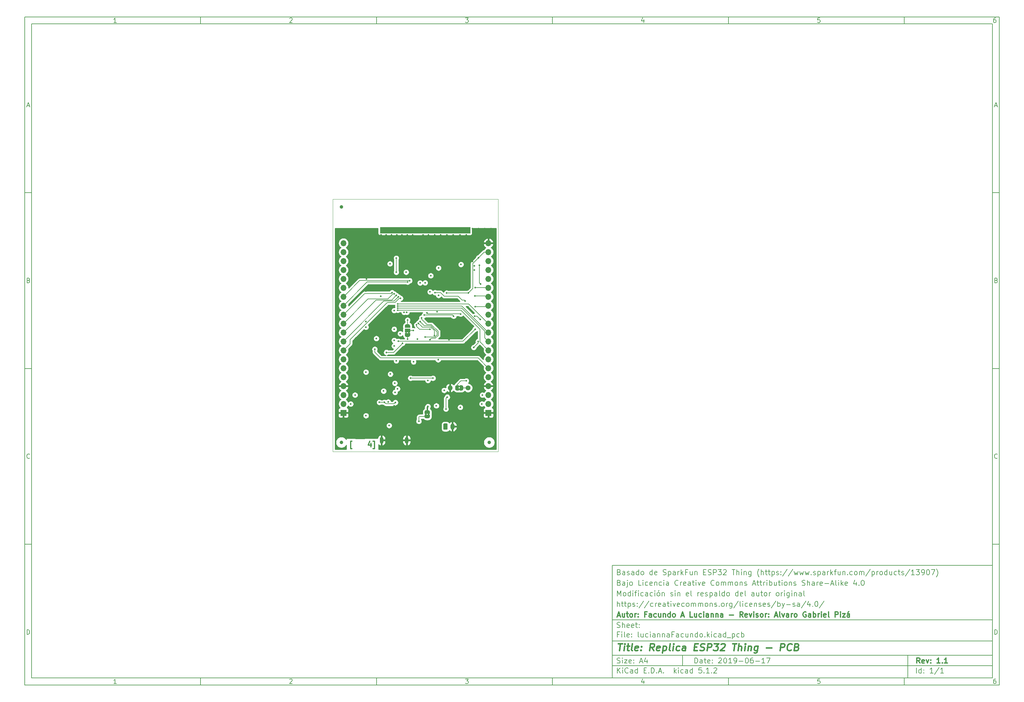
<source format=gbr>
G04 #@! TF.GenerationSoftware,KiCad,Pcbnew,5.1.2*
G04 #@! TF.CreationDate,2019-06-25T01:31:05-03:00*
G04 #@! TF.ProjectId,luciannaFacundo,6c756369-616e-46e6-9146-6163756e646f,1.1*
G04 #@! TF.SameCoordinates,Original*
G04 #@! TF.FileFunction,Copper,L4,Bot*
G04 #@! TF.FilePolarity,Positive*
%FSLAX46Y46*%
G04 Gerber Fmt 4.6, Leading zero omitted, Abs format (unit mm)*
G04 Created by KiCad (PCBNEW 5.1.2) date 2019-06-25 01:31:05*
%MOMM*%
%LPD*%
G04 APERTURE LIST*
%ADD10C,0.100000*%
%ADD11C,0.150000*%
%ADD12C,0.300000*%
%ADD13C,0.400000*%
%ADD14C,0.050000*%
%ADD15C,0.010000*%
%ADD16C,0.500000*%
%ADD17C,1.000000*%
%ADD18R,1.500000X1.000000*%
%ADD19O,1.200000X1.750000*%
%ADD20C,1.200000*%
%ADD21R,1.700000X1.700000*%
%ADD22O,1.700000X1.700000*%
%ADD23C,1.400000*%
%ADD24O,1.400000X1.400000*%
%ADD25O,1.050000X1.900000*%
%ADD26C,0.200000*%
%ADD27C,0.254000*%
G04 APERTURE END LIST*
D10*
D11*
X177002200Y-166007200D02*
X177002200Y-198007200D01*
X285002200Y-198007200D01*
X285002200Y-166007200D01*
X177002200Y-166007200D01*
D10*
D11*
X10000000Y-10000000D02*
X10000000Y-200007200D01*
X287002200Y-200007200D01*
X287002200Y-10000000D01*
X10000000Y-10000000D01*
D10*
D11*
X12000000Y-12000000D02*
X12000000Y-198007200D01*
X285002200Y-198007200D01*
X285002200Y-12000000D01*
X12000000Y-12000000D01*
D10*
D11*
X60000000Y-12000000D02*
X60000000Y-10000000D01*
D10*
D11*
X110000000Y-12000000D02*
X110000000Y-10000000D01*
D10*
D11*
X160000000Y-12000000D02*
X160000000Y-10000000D01*
D10*
D11*
X210000000Y-12000000D02*
X210000000Y-10000000D01*
D10*
D11*
X260000000Y-12000000D02*
X260000000Y-10000000D01*
D10*
D11*
X36065476Y-11588095D02*
X35322619Y-11588095D01*
X35694047Y-11588095D02*
X35694047Y-10288095D01*
X35570238Y-10473809D01*
X35446428Y-10597619D01*
X35322619Y-10659523D01*
D10*
D11*
X85322619Y-10411904D02*
X85384523Y-10350000D01*
X85508333Y-10288095D01*
X85817857Y-10288095D01*
X85941666Y-10350000D01*
X86003571Y-10411904D01*
X86065476Y-10535714D01*
X86065476Y-10659523D01*
X86003571Y-10845238D01*
X85260714Y-11588095D01*
X86065476Y-11588095D01*
D10*
D11*
X135260714Y-10288095D02*
X136065476Y-10288095D01*
X135632142Y-10783333D01*
X135817857Y-10783333D01*
X135941666Y-10845238D01*
X136003571Y-10907142D01*
X136065476Y-11030952D01*
X136065476Y-11340476D01*
X136003571Y-11464285D01*
X135941666Y-11526190D01*
X135817857Y-11588095D01*
X135446428Y-11588095D01*
X135322619Y-11526190D01*
X135260714Y-11464285D01*
D10*
D11*
X185941666Y-10721428D02*
X185941666Y-11588095D01*
X185632142Y-10226190D02*
X185322619Y-11154761D01*
X186127380Y-11154761D01*
D10*
D11*
X236003571Y-10288095D02*
X235384523Y-10288095D01*
X235322619Y-10907142D01*
X235384523Y-10845238D01*
X235508333Y-10783333D01*
X235817857Y-10783333D01*
X235941666Y-10845238D01*
X236003571Y-10907142D01*
X236065476Y-11030952D01*
X236065476Y-11340476D01*
X236003571Y-11464285D01*
X235941666Y-11526190D01*
X235817857Y-11588095D01*
X235508333Y-11588095D01*
X235384523Y-11526190D01*
X235322619Y-11464285D01*
D10*
D11*
X285941666Y-10288095D02*
X285694047Y-10288095D01*
X285570238Y-10350000D01*
X285508333Y-10411904D01*
X285384523Y-10597619D01*
X285322619Y-10845238D01*
X285322619Y-11340476D01*
X285384523Y-11464285D01*
X285446428Y-11526190D01*
X285570238Y-11588095D01*
X285817857Y-11588095D01*
X285941666Y-11526190D01*
X286003571Y-11464285D01*
X286065476Y-11340476D01*
X286065476Y-11030952D01*
X286003571Y-10907142D01*
X285941666Y-10845238D01*
X285817857Y-10783333D01*
X285570238Y-10783333D01*
X285446428Y-10845238D01*
X285384523Y-10907142D01*
X285322619Y-11030952D01*
D10*
D11*
X60000000Y-198007200D02*
X60000000Y-200007200D01*
D10*
D11*
X110000000Y-198007200D02*
X110000000Y-200007200D01*
D10*
D11*
X160000000Y-198007200D02*
X160000000Y-200007200D01*
D10*
D11*
X210000000Y-198007200D02*
X210000000Y-200007200D01*
D10*
D11*
X260000000Y-198007200D02*
X260000000Y-200007200D01*
D10*
D11*
X36065476Y-199595295D02*
X35322619Y-199595295D01*
X35694047Y-199595295D02*
X35694047Y-198295295D01*
X35570238Y-198481009D01*
X35446428Y-198604819D01*
X35322619Y-198666723D01*
D10*
D11*
X85322619Y-198419104D02*
X85384523Y-198357200D01*
X85508333Y-198295295D01*
X85817857Y-198295295D01*
X85941666Y-198357200D01*
X86003571Y-198419104D01*
X86065476Y-198542914D01*
X86065476Y-198666723D01*
X86003571Y-198852438D01*
X85260714Y-199595295D01*
X86065476Y-199595295D01*
D10*
D11*
X135260714Y-198295295D02*
X136065476Y-198295295D01*
X135632142Y-198790533D01*
X135817857Y-198790533D01*
X135941666Y-198852438D01*
X136003571Y-198914342D01*
X136065476Y-199038152D01*
X136065476Y-199347676D01*
X136003571Y-199471485D01*
X135941666Y-199533390D01*
X135817857Y-199595295D01*
X135446428Y-199595295D01*
X135322619Y-199533390D01*
X135260714Y-199471485D01*
D10*
D11*
X185941666Y-198728628D02*
X185941666Y-199595295D01*
X185632142Y-198233390D02*
X185322619Y-199161961D01*
X186127380Y-199161961D01*
D10*
D11*
X236003571Y-198295295D02*
X235384523Y-198295295D01*
X235322619Y-198914342D01*
X235384523Y-198852438D01*
X235508333Y-198790533D01*
X235817857Y-198790533D01*
X235941666Y-198852438D01*
X236003571Y-198914342D01*
X236065476Y-199038152D01*
X236065476Y-199347676D01*
X236003571Y-199471485D01*
X235941666Y-199533390D01*
X235817857Y-199595295D01*
X235508333Y-199595295D01*
X235384523Y-199533390D01*
X235322619Y-199471485D01*
D10*
D11*
X285941666Y-198295295D02*
X285694047Y-198295295D01*
X285570238Y-198357200D01*
X285508333Y-198419104D01*
X285384523Y-198604819D01*
X285322619Y-198852438D01*
X285322619Y-199347676D01*
X285384523Y-199471485D01*
X285446428Y-199533390D01*
X285570238Y-199595295D01*
X285817857Y-199595295D01*
X285941666Y-199533390D01*
X286003571Y-199471485D01*
X286065476Y-199347676D01*
X286065476Y-199038152D01*
X286003571Y-198914342D01*
X285941666Y-198852438D01*
X285817857Y-198790533D01*
X285570238Y-198790533D01*
X285446428Y-198852438D01*
X285384523Y-198914342D01*
X285322619Y-199038152D01*
D10*
D11*
X10000000Y-60000000D02*
X12000000Y-60000000D01*
D10*
D11*
X10000000Y-110000000D02*
X12000000Y-110000000D01*
D10*
D11*
X10000000Y-160000000D02*
X12000000Y-160000000D01*
D10*
D11*
X10690476Y-35216666D02*
X11309523Y-35216666D01*
X10566666Y-35588095D02*
X11000000Y-34288095D01*
X11433333Y-35588095D01*
D10*
D11*
X11092857Y-84907142D02*
X11278571Y-84969047D01*
X11340476Y-85030952D01*
X11402380Y-85154761D01*
X11402380Y-85340476D01*
X11340476Y-85464285D01*
X11278571Y-85526190D01*
X11154761Y-85588095D01*
X10659523Y-85588095D01*
X10659523Y-84288095D01*
X11092857Y-84288095D01*
X11216666Y-84350000D01*
X11278571Y-84411904D01*
X11340476Y-84535714D01*
X11340476Y-84659523D01*
X11278571Y-84783333D01*
X11216666Y-84845238D01*
X11092857Y-84907142D01*
X10659523Y-84907142D01*
D10*
D11*
X11402380Y-135464285D02*
X11340476Y-135526190D01*
X11154761Y-135588095D01*
X11030952Y-135588095D01*
X10845238Y-135526190D01*
X10721428Y-135402380D01*
X10659523Y-135278571D01*
X10597619Y-135030952D01*
X10597619Y-134845238D01*
X10659523Y-134597619D01*
X10721428Y-134473809D01*
X10845238Y-134350000D01*
X11030952Y-134288095D01*
X11154761Y-134288095D01*
X11340476Y-134350000D01*
X11402380Y-134411904D01*
D10*
D11*
X10659523Y-185588095D02*
X10659523Y-184288095D01*
X10969047Y-184288095D01*
X11154761Y-184350000D01*
X11278571Y-184473809D01*
X11340476Y-184597619D01*
X11402380Y-184845238D01*
X11402380Y-185030952D01*
X11340476Y-185278571D01*
X11278571Y-185402380D01*
X11154761Y-185526190D01*
X10969047Y-185588095D01*
X10659523Y-185588095D01*
D10*
D11*
X287002200Y-60000000D02*
X285002200Y-60000000D01*
D10*
D11*
X287002200Y-110000000D02*
X285002200Y-110000000D01*
D10*
D11*
X287002200Y-160000000D02*
X285002200Y-160000000D01*
D10*
D11*
X285692676Y-35216666D02*
X286311723Y-35216666D01*
X285568866Y-35588095D02*
X286002200Y-34288095D01*
X286435533Y-35588095D01*
D10*
D11*
X286095057Y-84907142D02*
X286280771Y-84969047D01*
X286342676Y-85030952D01*
X286404580Y-85154761D01*
X286404580Y-85340476D01*
X286342676Y-85464285D01*
X286280771Y-85526190D01*
X286156961Y-85588095D01*
X285661723Y-85588095D01*
X285661723Y-84288095D01*
X286095057Y-84288095D01*
X286218866Y-84350000D01*
X286280771Y-84411904D01*
X286342676Y-84535714D01*
X286342676Y-84659523D01*
X286280771Y-84783333D01*
X286218866Y-84845238D01*
X286095057Y-84907142D01*
X285661723Y-84907142D01*
D10*
D11*
X286404580Y-135464285D02*
X286342676Y-135526190D01*
X286156961Y-135588095D01*
X286033152Y-135588095D01*
X285847438Y-135526190D01*
X285723628Y-135402380D01*
X285661723Y-135278571D01*
X285599819Y-135030952D01*
X285599819Y-134845238D01*
X285661723Y-134597619D01*
X285723628Y-134473809D01*
X285847438Y-134350000D01*
X286033152Y-134288095D01*
X286156961Y-134288095D01*
X286342676Y-134350000D01*
X286404580Y-134411904D01*
D10*
D11*
X285661723Y-185588095D02*
X285661723Y-184288095D01*
X285971247Y-184288095D01*
X286156961Y-184350000D01*
X286280771Y-184473809D01*
X286342676Y-184597619D01*
X286404580Y-184845238D01*
X286404580Y-185030952D01*
X286342676Y-185278571D01*
X286280771Y-185402380D01*
X286156961Y-185526190D01*
X285971247Y-185588095D01*
X285661723Y-185588095D01*
D10*
D11*
X200434342Y-193785771D02*
X200434342Y-192285771D01*
X200791485Y-192285771D01*
X201005771Y-192357200D01*
X201148628Y-192500057D01*
X201220057Y-192642914D01*
X201291485Y-192928628D01*
X201291485Y-193142914D01*
X201220057Y-193428628D01*
X201148628Y-193571485D01*
X201005771Y-193714342D01*
X200791485Y-193785771D01*
X200434342Y-193785771D01*
X202577200Y-193785771D02*
X202577200Y-193000057D01*
X202505771Y-192857200D01*
X202362914Y-192785771D01*
X202077200Y-192785771D01*
X201934342Y-192857200D01*
X202577200Y-193714342D02*
X202434342Y-193785771D01*
X202077200Y-193785771D01*
X201934342Y-193714342D01*
X201862914Y-193571485D01*
X201862914Y-193428628D01*
X201934342Y-193285771D01*
X202077200Y-193214342D01*
X202434342Y-193214342D01*
X202577200Y-193142914D01*
X203077200Y-192785771D02*
X203648628Y-192785771D01*
X203291485Y-192285771D02*
X203291485Y-193571485D01*
X203362914Y-193714342D01*
X203505771Y-193785771D01*
X203648628Y-193785771D01*
X204720057Y-193714342D02*
X204577200Y-193785771D01*
X204291485Y-193785771D01*
X204148628Y-193714342D01*
X204077200Y-193571485D01*
X204077200Y-193000057D01*
X204148628Y-192857200D01*
X204291485Y-192785771D01*
X204577200Y-192785771D01*
X204720057Y-192857200D01*
X204791485Y-193000057D01*
X204791485Y-193142914D01*
X204077200Y-193285771D01*
X205434342Y-193642914D02*
X205505771Y-193714342D01*
X205434342Y-193785771D01*
X205362914Y-193714342D01*
X205434342Y-193642914D01*
X205434342Y-193785771D01*
X205434342Y-192857200D02*
X205505771Y-192928628D01*
X205434342Y-193000057D01*
X205362914Y-192928628D01*
X205434342Y-192857200D01*
X205434342Y-193000057D01*
X207220057Y-192428628D02*
X207291485Y-192357200D01*
X207434342Y-192285771D01*
X207791485Y-192285771D01*
X207934342Y-192357200D01*
X208005771Y-192428628D01*
X208077200Y-192571485D01*
X208077200Y-192714342D01*
X208005771Y-192928628D01*
X207148628Y-193785771D01*
X208077200Y-193785771D01*
X209005771Y-192285771D02*
X209148628Y-192285771D01*
X209291485Y-192357200D01*
X209362914Y-192428628D01*
X209434342Y-192571485D01*
X209505771Y-192857200D01*
X209505771Y-193214342D01*
X209434342Y-193500057D01*
X209362914Y-193642914D01*
X209291485Y-193714342D01*
X209148628Y-193785771D01*
X209005771Y-193785771D01*
X208862914Y-193714342D01*
X208791485Y-193642914D01*
X208720057Y-193500057D01*
X208648628Y-193214342D01*
X208648628Y-192857200D01*
X208720057Y-192571485D01*
X208791485Y-192428628D01*
X208862914Y-192357200D01*
X209005771Y-192285771D01*
X210934342Y-193785771D02*
X210077200Y-193785771D01*
X210505771Y-193785771D02*
X210505771Y-192285771D01*
X210362914Y-192500057D01*
X210220057Y-192642914D01*
X210077200Y-192714342D01*
X211648628Y-193785771D02*
X211934342Y-193785771D01*
X212077200Y-193714342D01*
X212148628Y-193642914D01*
X212291485Y-193428628D01*
X212362914Y-193142914D01*
X212362914Y-192571485D01*
X212291485Y-192428628D01*
X212220057Y-192357200D01*
X212077200Y-192285771D01*
X211791485Y-192285771D01*
X211648628Y-192357200D01*
X211577200Y-192428628D01*
X211505771Y-192571485D01*
X211505771Y-192928628D01*
X211577200Y-193071485D01*
X211648628Y-193142914D01*
X211791485Y-193214342D01*
X212077200Y-193214342D01*
X212220057Y-193142914D01*
X212291485Y-193071485D01*
X212362914Y-192928628D01*
X213005771Y-193214342D02*
X214148628Y-193214342D01*
X215148628Y-192285771D02*
X215291485Y-192285771D01*
X215434342Y-192357200D01*
X215505771Y-192428628D01*
X215577200Y-192571485D01*
X215648628Y-192857200D01*
X215648628Y-193214342D01*
X215577200Y-193500057D01*
X215505771Y-193642914D01*
X215434342Y-193714342D01*
X215291485Y-193785771D01*
X215148628Y-193785771D01*
X215005771Y-193714342D01*
X214934342Y-193642914D01*
X214862914Y-193500057D01*
X214791485Y-193214342D01*
X214791485Y-192857200D01*
X214862914Y-192571485D01*
X214934342Y-192428628D01*
X215005771Y-192357200D01*
X215148628Y-192285771D01*
X216934342Y-192285771D02*
X216648628Y-192285771D01*
X216505771Y-192357200D01*
X216434342Y-192428628D01*
X216291485Y-192642914D01*
X216220057Y-192928628D01*
X216220057Y-193500057D01*
X216291485Y-193642914D01*
X216362914Y-193714342D01*
X216505771Y-193785771D01*
X216791485Y-193785771D01*
X216934342Y-193714342D01*
X217005771Y-193642914D01*
X217077200Y-193500057D01*
X217077200Y-193142914D01*
X217005771Y-193000057D01*
X216934342Y-192928628D01*
X216791485Y-192857200D01*
X216505771Y-192857200D01*
X216362914Y-192928628D01*
X216291485Y-193000057D01*
X216220057Y-193142914D01*
X217720057Y-193214342D02*
X218862914Y-193214342D01*
X220362914Y-193785771D02*
X219505771Y-193785771D01*
X219934342Y-193785771D02*
X219934342Y-192285771D01*
X219791485Y-192500057D01*
X219648628Y-192642914D01*
X219505771Y-192714342D01*
X220862914Y-192285771D02*
X221862914Y-192285771D01*
X221220057Y-193785771D01*
D10*
D11*
X177002200Y-194507200D02*
X285002200Y-194507200D01*
D10*
D11*
X178434342Y-196585771D02*
X178434342Y-195085771D01*
X179291485Y-196585771D02*
X178648628Y-195728628D01*
X179291485Y-195085771D02*
X178434342Y-195942914D01*
X179934342Y-196585771D02*
X179934342Y-195585771D01*
X179934342Y-195085771D02*
X179862914Y-195157200D01*
X179934342Y-195228628D01*
X180005771Y-195157200D01*
X179934342Y-195085771D01*
X179934342Y-195228628D01*
X181505771Y-196442914D02*
X181434342Y-196514342D01*
X181220057Y-196585771D01*
X181077200Y-196585771D01*
X180862914Y-196514342D01*
X180720057Y-196371485D01*
X180648628Y-196228628D01*
X180577200Y-195942914D01*
X180577200Y-195728628D01*
X180648628Y-195442914D01*
X180720057Y-195300057D01*
X180862914Y-195157200D01*
X181077200Y-195085771D01*
X181220057Y-195085771D01*
X181434342Y-195157200D01*
X181505771Y-195228628D01*
X182791485Y-196585771D02*
X182791485Y-195800057D01*
X182720057Y-195657200D01*
X182577200Y-195585771D01*
X182291485Y-195585771D01*
X182148628Y-195657200D01*
X182791485Y-196514342D02*
X182648628Y-196585771D01*
X182291485Y-196585771D01*
X182148628Y-196514342D01*
X182077200Y-196371485D01*
X182077200Y-196228628D01*
X182148628Y-196085771D01*
X182291485Y-196014342D01*
X182648628Y-196014342D01*
X182791485Y-195942914D01*
X184148628Y-196585771D02*
X184148628Y-195085771D01*
X184148628Y-196514342D02*
X184005771Y-196585771D01*
X183720057Y-196585771D01*
X183577200Y-196514342D01*
X183505771Y-196442914D01*
X183434342Y-196300057D01*
X183434342Y-195871485D01*
X183505771Y-195728628D01*
X183577200Y-195657200D01*
X183720057Y-195585771D01*
X184005771Y-195585771D01*
X184148628Y-195657200D01*
X186005771Y-195800057D02*
X186505771Y-195800057D01*
X186720057Y-196585771D02*
X186005771Y-196585771D01*
X186005771Y-195085771D01*
X186720057Y-195085771D01*
X187362914Y-196442914D02*
X187434342Y-196514342D01*
X187362914Y-196585771D01*
X187291485Y-196514342D01*
X187362914Y-196442914D01*
X187362914Y-196585771D01*
X188077200Y-196585771D02*
X188077200Y-195085771D01*
X188434342Y-195085771D01*
X188648628Y-195157200D01*
X188791485Y-195300057D01*
X188862914Y-195442914D01*
X188934342Y-195728628D01*
X188934342Y-195942914D01*
X188862914Y-196228628D01*
X188791485Y-196371485D01*
X188648628Y-196514342D01*
X188434342Y-196585771D01*
X188077200Y-196585771D01*
X189577200Y-196442914D02*
X189648628Y-196514342D01*
X189577200Y-196585771D01*
X189505771Y-196514342D01*
X189577200Y-196442914D01*
X189577200Y-196585771D01*
X190220057Y-196157200D02*
X190934342Y-196157200D01*
X190077200Y-196585771D02*
X190577200Y-195085771D01*
X191077200Y-196585771D01*
X191577200Y-196442914D02*
X191648628Y-196514342D01*
X191577200Y-196585771D01*
X191505771Y-196514342D01*
X191577200Y-196442914D01*
X191577200Y-196585771D01*
X194577200Y-196585771D02*
X194577200Y-195085771D01*
X194720057Y-196014342D02*
X195148628Y-196585771D01*
X195148628Y-195585771D02*
X194577200Y-196157200D01*
X195791485Y-196585771D02*
X195791485Y-195585771D01*
X195791485Y-195085771D02*
X195720057Y-195157200D01*
X195791485Y-195228628D01*
X195862914Y-195157200D01*
X195791485Y-195085771D01*
X195791485Y-195228628D01*
X197148628Y-196514342D02*
X197005771Y-196585771D01*
X196720057Y-196585771D01*
X196577200Y-196514342D01*
X196505771Y-196442914D01*
X196434342Y-196300057D01*
X196434342Y-195871485D01*
X196505771Y-195728628D01*
X196577200Y-195657200D01*
X196720057Y-195585771D01*
X197005771Y-195585771D01*
X197148628Y-195657200D01*
X198434342Y-196585771D02*
X198434342Y-195800057D01*
X198362914Y-195657200D01*
X198220057Y-195585771D01*
X197934342Y-195585771D01*
X197791485Y-195657200D01*
X198434342Y-196514342D02*
X198291485Y-196585771D01*
X197934342Y-196585771D01*
X197791485Y-196514342D01*
X197720057Y-196371485D01*
X197720057Y-196228628D01*
X197791485Y-196085771D01*
X197934342Y-196014342D01*
X198291485Y-196014342D01*
X198434342Y-195942914D01*
X199791485Y-196585771D02*
X199791485Y-195085771D01*
X199791485Y-196514342D02*
X199648628Y-196585771D01*
X199362914Y-196585771D01*
X199220057Y-196514342D01*
X199148628Y-196442914D01*
X199077200Y-196300057D01*
X199077200Y-195871485D01*
X199148628Y-195728628D01*
X199220057Y-195657200D01*
X199362914Y-195585771D01*
X199648628Y-195585771D01*
X199791485Y-195657200D01*
X202362914Y-195085771D02*
X201648628Y-195085771D01*
X201577200Y-195800057D01*
X201648628Y-195728628D01*
X201791485Y-195657200D01*
X202148628Y-195657200D01*
X202291485Y-195728628D01*
X202362914Y-195800057D01*
X202434342Y-195942914D01*
X202434342Y-196300057D01*
X202362914Y-196442914D01*
X202291485Y-196514342D01*
X202148628Y-196585771D01*
X201791485Y-196585771D01*
X201648628Y-196514342D01*
X201577200Y-196442914D01*
X203077200Y-196442914D02*
X203148628Y-196514342D01*
X203077200Y-196585771D01*
X203005771Y-196514342D01*
X203077200Y-196442914D01*
X203077200Y-196585771D01*
X204577200Y-196585771D02*
X203720057Y-196585771D01*
X204148628Y-196585771D02*
X204148628Y-195085771D01*
X204005771Y-195300057D01*
X203862914Y-195442914D01*
X203720057Y-195514342D01*
X205220057Y-196442914D02*
X205291485Y-196514342D01*
X205220057Y-196585771D01*
X205148628Y-196514342D01*
X205220057Y-196442914D01*
X205220057Y-196585771D01*
X205862914Y-195228628D02*
X205934342Y-195157200D01*
X206077200Y-195085771D01*
X206434342Y-195085771D01*
X206577200Y-195157200D01*
X206648628Y-195228628D01*
X206720057Y-195371485D01*
X206720057Y-195514342D01*
X206648628Y-195728628D01*
X205791485Y-196585771D01*
X206720057Y-196585771D01*
D10*
D11*
X177002200Y-191507200D02*
X285002200Y-191507200D01*
D10*
D12*
X264411485Y-193785771D02*
X263911485Y-193071485D01*
X263554342Y-193785771D02*
X263554342Y-192285771D01*
X264125771Y-192285771D01*
X264268628Y-192357200D01*
X264340057Y-192428628D01*
X264411485Y-192571485D01*
X264411485Y-192785771D01*
X264340057Y-192928628D01*
X264268628Y-193000057D01*
X264125771Y-193071485D01*
X263554342Y-193071485D01*
X265625771Y-193714342D02*
X265482914Y-193785771D01*
X265197200Y-193785771D01*
X265054342Y-193714342D01*
X264982914Y-193571485D01*
X264982914Y-193000057D01*
X265054342Y-192857200D01*
X265197200Y-192785771D01*
X265482914Y-192785771D01*
X265625771Y-192857200D01*
X265697200Y-193000057D01*
X265697200Y-193142914D01*
X264982914Y-193285771D01*
X266197200Y-192785771D02*
X266554342Y-193785771D01*
X266911485Y-192785771D01*
X267482914Y-193642914D02*
X267554342Y-193714342D01*
X267482914Y-193785771D01*
X267411485Y-193714342D01*
X267482914Y-193642914D01*
X267482914Y-193785771D01*
X267482914Y-192857200D02*
X267554342Y-192928628D01*
X267482914Y-193000057D01*
X267411485Y-192928628D01*
X267482914Y-192857200D01*
X267482914Y-193000057D01*
X270125771Y-193785771D02*
X269268628Y-193785771D01*
X269697200Y-193785771D02*
X269697200Y-192285771D01*
X269554342Y-192500057D01*
X269411485Y-192642914D01*
X269268628Y-192714342D01*
X270768628Y-193642914D02*
X270840057Y-193714342D01*
X270768628Y-193785771D01*
X270697200Y-193714342D01*
X270768628Y-193642914D01*
X270768628Y-193785771D01*
X272268628Y-193785771D02*
X271411485Y-193785771D01*
X271840057Y-193785771D02*
X271840057Y-192285771D01*
X271697200Y-192500057D01*
X271554342Y-192642914D01*
X271411485Y-192714342D01*
D10*
D11*
X178362914Y-193714342D02*
X178577200Y-193785771D01*
X178934342Y-193785771D01*
X179077200Y-193714342D01*
X179148628Y-193642914D01*
X179220057Y-193500057D01*
X179220057Y-193357200D01*
X179148628Y-193214342D01*
X179077200Y-193142914D01*
X178934342Y-193071485D01*
X178648628Y-193000057D01*
X178505771Y-192928628D01*
X178434342Y-192857200D01*
X178362914Y-192714342D01*
X178362914Y-192571485D01*
X178434342Y-192428628D01*
X178505771Y-192357200D01*
X178648628Y-192285771D01*
X179005771Y-192285771D01*
X179220057Y-192357200D01*
X179862914Y-193785771D02*
X179862914Y-192785771D01*
X179862914Y-192285771D02*
X179791485Y-192357200D01*
X179862914Y-192428628D01*
X179934342Y-192357200D01*
X179862914Y-192285771D01*
X179862914Y-192428628D01*
X180434342Y-192785771D02*
X181220057Y-192785771D01*
X180434342Y-193785771D01*
X181220057Y-193785771D01*
X182362914Y-193714342D02*
X182220057Y-193785771D01*
X181934342Y-193785771D01*
X181791485Y-193714342D01*
X181720057Y-193571485D01*
X181720057Y-193000057D01*
X181791485Y-192857200D01*
X181934342Y-192785771D01*
X182220057Y-192785771D01*
X182362914Y-192857200D01*
X182434342Y-193000057D01*
X182434342Y-193142914D01*
X181720057Y-193285771D01*
X183077200Y-193642914D02*
X183148628Y-193714342D01*
X183077200Y-193785771D01*
X183005771Y-193714342D01*
X183077200Y-193642914D01*
X183077200Y-193785771D01*
X183077200Y-192857200D02*
X183148628Y-192928628D01*
X183077200Y-193000057D01*
X183005771Y-192928628D01*
X183077200Y-192857200D01*
X183077200Y-193000057D01*
X184862914Y-193357200D02*
X185577200Y-193357200D01*
X184720057Y-193785771D02*
X185220057Y-192285771D01*
X185720057Y-193785771D01*
X186862914Y-192785771D02*
X186862914Y-193785771D01*
X186505771Y-192214342D02*
X186148628Y-193285771D01*
X187077200Y-193285771D01*
D10*
D11*
X263434342Y-196585771D02*
X263434342Y-195085771D01*
X264791485Y-196585771D02*
X264791485Y-195085771D01*
X264791485Y-196514342D02*
X264648628Y-196585771D01*
X264362914Y-196585771D01*
X264220057Y-196514342D01*
X264148628Y-196442914D01*
X264077200Y-196300057D01*
X264077200Y-195871485D01*
X264148628Y-195728628D01*
X264220057Y-195657200D01*
X264362914Y-195585771D01*
X264648628Y-195585771D01*
X264791485Y-195657200D01*
X265505771Y-196442914D02*
X265577200Y-196514342D01*
X265505771Y-196585771D01*
X265434342Y-196514342D01*
X265505771Y-196442914D01*
X265505771Y-196585771D01*
X265505771Y-195657200D02*
X265577200Y-195728628D01*
X265505771Y-195800057D01*
X265434342Y-195728628D01*
X265505771Y-195657200D01*
X265505771Y-195800057D01*
X268148628Y-196585771D02*
X267291485Y-196585771D01*
X267720057Y-196585771D02*
X267720057Y-195085771D01*
X267577200Y-195300057D01*
X267434342Y-195442914D01*
X267291485Y-195514342D01*
X269862914Y-195014342D02*
X268577200Y-196942914D01*
X271148628Y-196585771D02*
X270291485Y-196585771D01*
X270720057Y-196585771D02*
X270720057Y-195085771D01*
X270577200Y-195300057D01*
X270434342Y-195442914D01*
X270291485Y-195514342D01*
D10*
D11*
X177002200Y-187507200D02*
X285002200Y-187507200D01*
D10*
D13*
X178714580Y-188211961D02*
X179857438Y-188211961D01*
X179036009Y-190211961D02*
X179286009Y-188211961D01*
X180274104Y-190211961D02*
X180440771Y-188878628D01*
X180524104Y-188211961D02*
X180416961Y-188307200D01*
X180500295Y-188402438D01*
X180607438Y-188307200D01*
X180524104Y-188211961D01*
X180500295Y-188402438D01*
X181107438Y-188878628D02*
X181869342Y-188878628D01*
X181476485Y-188211961D02*
X181262200Y-189926247D01*
X181333628Y-190116723D01*
X181512200Y-190211961D01*
X181702676Y-190211961D01*
X182655057Y-190211961D02*
X182476485Y-190116723D01*
X182405057Y-189926247D01*
X182619342Y-188211961D01*
X184190771Y-190116723D02*
X183988390Y-190211961D01*
X183607438Y-190211961D01*
X183428866Y-190116723D01*
X183357438Y-189926247D01*
X183452676Y-189164342D01*
X183571723Y-188973866D01*
X183774104Y-188878628D01*
X184155057Y-188878628D01*
X184333628Y-188973866D01*
X184405057Y-189164342D01*
X184381247Y-189354819D01*
X183405057Y-189545295D01*
X185155057Y-190021485D02*
X185238390Y-190116723D01*
X185131247Y-190211961D01*
X185047914Y-190116723D01*
X185155057Y-190021485D01*
X185131247Y-190211961D01*
X185286009Y-188973866D02*
X185369342Y-189069104D01*
X185262200Y-189164342D01*
X185178866Y-189069104D01*
X185286009Y-188973866D01*
X185262200Y-189164342D01*
X188750295Y-190211961D02*
X188202676Y-189259580D01*
X187607438Y-190211961D02*
X187857438Y-188211961D01*
X188619342Y-188211961D01*
X188797914Y-188307200D01*
X188881247Y-188402438D01*
X188952676Y-188592914D01*
X188916961Y-188878628D01*
X188797914Y-189069104D01*
X188690771Y-189164342D01*
X188488390Y-189259580D01*
X187726485Y-189259580D01*
X190381247Y-190116723D02*
X190178866Y-190211961D01*
X189797914Y-190211961D01*
X189619342Y-190116723D01*
X189547914Y-189926247D01*
X189643152Y-189164342D01*
X189762200Y-188973866D01*
X189964580Y-188878628D01*
X190345533Y-188878628D01*
X190524104Y-188973866D01*
X190595533Y-189164342D01*
X190571723Y-189354819D01*
X189595533Y-189545295D01*
X191488390Y-188878628D02*
X191238390Y-190878628D01*
X191476485Y-188973866D02*
X191678866Y-188878628D01*
X192059819Y-188878628D01*
X192238390Y-188973866D01*
X192321723Y-189069104D01*
X192393152Y-189259580D01*
X192321723Y-189831009D01*
X192202676Y-190021485D01*
X192095533Y-190116723D01*
X191893152Y-190211961D01*
X191512200Y-190211961D01*
X191333628Y-190116723D01*
X193416961Y-190211961D02*
X193238390Y-190116723D01*
X193166961Y-189926247D01*
X193381247Y-188211961D01*
X194178866Y-190211961D02*
X194345533Y-188878628D01*
X194428866Y-188211961D02*
X194321723Y-188307200D01*
X194405057Y-188402438D01*
X194512200Y-188307200D01*
X194428866Y-188211961D01*
X194405057Y-188402438D01*
X196000295Y-190116723D02*
X195797914Y-190211961D01*
X195416961Y-190211961D01*
X195238390Y-190116723D01*
X195155057Y-190021485D01*
X195083628Y-189831009D01*
X195155057Y-189259580D01*
X195274104Y-189069104D01*
X195381247Y-188973866D01*
X195583628Y-188878628D01*
X195964580Y-188878628D01*
X196143152Y-188973866D01*
X197702676Y-190211961D02*
X197833628Y-189164342D01*
X197762200Y-188973866D01*
X197583628Y-188878628D01*
X197202676Y-188878628D01*
X197000295Y-188973866D01*
X197714580Y-190116723D02*
X197512200Y-190211961D01*
X197036009Y-190211961D01*
X196857438Y-190116723D01*
X196786009Y-189926247D01*
X196809819Y-189735771D01*
X196928866Y-189545295D01*
X197131247Y-189450057D01*
X197607438Y-189450057D01*
X197809819Y-189354819D01*
X200309819Y-189164342D02*
X200976485Y-189164342D01*
X201131247Y-190211961D02*
X200178866Y-190211961D01*
X200428866Y-188211961D01*
X201381247Y-188211961D01*
X201905057Y-190116723D02*
X202178866Y-190211961D01*
X202655057Y-190211961D01*
X202857438Y-190116723D01*
X202964580Y-190021485D01*
X203083628Y-189831009D01*
X203107438Y-189640533D01*
X203036009Y-189450057D01*
X202952676Y-189354819D01*
X202774104Y-189259580D01*
X202405057Y-189164342D01*
X202226485Y-189069104D01*
X202143152Y-188973866D01*
X202071723Y-188783390D01*
X202095533Y-188592914D01*
X202214580Y-188402438D01*
X202321723Y-188307200D01*
X202524104Y-188211961D01*
X203000295Y-188211961D01*
X203274104Y-188307200D01*
X203893152Y-190211961D02*
X204143152Y-188211961D01*
X204905057Y-188211961D01*
X205083628Y-188307200D01*
X205166961Y-188402438D01*
X205238390Y-188592914D01*
X205202676Y-188878628D01*
X205083628Y-189069104D01*
X204976485Y-189164342D01*
X204774104Y-189259580D01*
X204012200Y-189259580D01*
X205952676Y-188211961D02*
X207190771Y-188211961D01*
X206428866Y-188973866D01*
X206714580Y-188973866D01*
X206893152Y-189069104D01*
X206976485Y-189164342D01*
X207047914Y-189354819D01*
X206988390Y-189831009D01*
X206869342Y-190021485D01*
X206762200Y-190116723D01*
X206559819Y-190211961D01*
X205988390Y-190211961D01*
X205809819Y-190116723D01*
X205726485Y-190021485D01*
X207928866Y-188402438D02*
X208036009Y-188307200D01*
X208238390Y-188211961D01*
X208714580Y-188211961D01*
X208893152Y-188307200D01*
X208976485Y-188402438D01*
X209047914Y-188592914D01*
X209024104Y-188783390D01*
X208893152Y-189069104D01*
X207607438Y-190211961D01*
X208845533Y-190211961D01*
X211190771Y-188211961D02*
X212333628Y-188211961D01*
X211512200Y-190211961D02*
X211762200Y-188211961D01*
X212750295Y-190211961D02*
X213000295Y-188211961D01*
X213607438Y-190211961D02*
X213738390Y-189164342D01*
X213666961Y-188973866D01*
X213488390Y-188878628D01*
X213202676Y-188878628D01*
X213000295Y-188973866D01*
X212893152Y-189069104D01*
X214559819Y-190211961D02*
X214726485Y-188878628D01*
X214809819Y-188211961D02*
X214702676Y-188307200D01*
X214786009Y-188402438D01*
X214893152Y-188307200D01*
X214809819Y-188211961D01*
X214786009Y-188402438D01*
X215678866Y-188878628D02*
X215512200Y-190211961D01*
X215655057Y-189069104D02*
X215762200Y-188973866D01*
X215964580Y-188878628D01*
X216250295Y-188878628D01*
X216428866Y-188973866D01*
X216500295Y-189164342D01*
X216369342Y-190211961D01*
X218345533Y-188878628D02*
X218143152Y-190497676D01*
X218024104Y-190688152D01*
X217916961Y-190783390D01*
X217714580Y-190878628D01*
X217428866Y-190878628D01*
X217250295Y-190783390D01*
X218190771Y-190116723D02*
X217988390Y-190211961D01*
X217607438Y-190211961D01*
X217428866Y-190116723D01*
X217345533Y-190021485D01*
X217274104Y-189831009D01*
X217345533Y-189259580D01*
X217464580Y-189069104D01*
X217571723Y-188973866D01*
X217774104Y-188878628D01*
X218155057Y-188878628D01*
X218333628Y-188973866D01*
X220750295Y-189450057D02*
X222274104Y-189450057D01*
X224655057Y-190211961D02*
X224905057Y-188211961D01*
X225666961Y-188211961D01*
X225845533Y-188307200D01*
X225928866Y-188402438D01*
X226000295Y-188592914D01*
X225964580Y-188878628D01*
X225845533Y-189069104D01*
X225738390Y-189164342D01*
X225536009Y-189259580D01*
X224774104Y-189259580D01*
X227821723Y-190021485D02*
X227714580Y-190116723D01*
X227416961Y-190211961D01*
X227226485Y-190211961D01*
X226952676Y-190116723D01*
X226786009Y-189926247D01*
X226714580Y-189735771D01*
X226666961Y-189354819D01*
X226702676Y-189069104D01*
X226845533Y-188688152D01*
X226964580Y-188497676D01*
X227178866Y-188307200D01*
X227476485Y-188211961D01*
X227666961Y-188211961D01*
X227940771Y-188307200D01*
X228024104Y-188402438D01*
X229452676Y-189164342D02*
X229726485Y-189259580D01*
X229809819Y-189354819D01*
X229881247Y-189545295D01*
X229845533Y-189831009D01*
X229726485Y-190021485D01*
X229619342Y-190116723D01*
X229416961Y-190211961D01*
X228655057Y-190211961D01*
X228905057Y-188211961D01*
X229571723Y-188211961D01*
X229750295Y-188307200D01*
X229833628Y-188402438D01*
X229905057Y-188592914D01*
X229881247Y-188783390D01*
X229762199Y-188973866D01*
X229655057Y-189069104D01*
X229452676Y-189164342D01*
X228786009Y-189164342D01*
D10*
D11*
X178934342Y-185600057D02*
X178434342Y-185600057D01*
X178434342Y-186385771D02*
X178434342Y-184885771D01*
X179148628Y-184885771D01*
X179720057Y-186385771D02*
X179720057Y-185385771D01*
X179720057Y-184885771D02*
X179648628Y-184957200D01*
X179720057Y-185028628D01*
X179791485Y-184957200D01*
X179720057Y-184885771D01*
X179720057Y-185028628D01*
X180648628Y-186385771D02*
X180505771Y-186314342D01*
X180434342Y-186171485D01*
X180434342Y-184885771D01*
X181791485Y-186314342D02*
X181648628Y-186385771D01*
X181362914Y-186385771D01*
X181220057Y-186314342D01*
X181148628Y-186171485D01*
X181148628Y-185600057D01*
X181220057Y-185457200D01*
X181362914Y-185385771D01*
X181648628Y-185385771D01*
X181791485Y-185457200D01*
X181862914Y-185600057D01*
X181862914Y-185742914D01*
X181148628Y-185885771D01*
X182505771Y-186242914D02*
X182577200Y-186314342D01*
X182505771Y-186385771D01*
X182434342Y-186314342D01*
X182505771Y-186242914D01*
X182505771Y-186385771D01*
X182505771Y-185457200D02*
X182577200Y-185528628D01*
X182505771Y-185600057D01*
X182434342Y-185528628D01*
X182505771Y-185457200D01*
X182505771Y-185600057D01*
X184577200Y-186385771D02*
X184434342Y-186314342D01*
X184362914Y-186171485D01*
X184362914Y-184885771D01*
X185791485Y-185385771D02*
X185791485Y-186385771D01*
X185148628Y-185385771D02*
X185148628Y-186171485D01*
X185220057Y-186314342D01*
X185362914Y-186385771D01*
X185577200Y-186385771D01*
X185720057Y-186314342D01*
X185791485Y-186242914D01*
X187148628Y-186314342D02*
X187005771Y-186385771D01*
X186720057Y-186385771D01*
X186577200Y-186314342D01*
X186505771Y-186242914D01*
X186434342Y-186100057D01*
X186434342Y-185671485D01*
X186505771Y-185528628D01*
X186577200Y-185457200D01*
X186720057Y-185385771D01*
X187005771Y-185385771D01*
X187148628Y-185457200D01*
X187791485Y-186385771D02*
X187791485Y-185385771D01*
X187791485Y-184885771D02*
X187720057Y-184957200D01*
X187791485Y-185028628D01*
X187862914Y-184957200D01*
X187791485Y-184885771D01*
X187791485Y-185028628D01*
X189148628Y-186385771D02*
X189148628Y-185600057D01*
X189077200Y-185457200D01*
X188934342Y-185385771D01*
X188648628Y-185385771D01*
X188505771Y-185457200D01*
X189148628Y-186314342D02*
X189005771Y-186385771D01*
X188648628Y-186385771D01*
X188505771Y-186314342D01*
X188434342Y-186171485D01*
X188434342Y-186028628D01*
X188505771Y-185885771D01*
X188648628Y-185814342D01*
X189005771Y-185814342D01*
X189148628Y-185742914D01*
X189862914Y-185385771D02*
X189862914Y-186385771D01*
X189862914Y-185528628D02*
X189934342Y-185457200D01*
X190077200Y-185385771D01*
X190291485Y-185385771D01*
X190434342Y-185457200D01*
X190505771Y-185600057D01*
X190505771Y-186385771D01*
X191220057Y-185385771D02*
X191220057Y-186385771D01*
X191220057Y-185528628D02*
X191291485Y-185457200D01*
X191434342Y-185385771D01*
X191648628Y-185385771D01*
X191791485Y-185457200D01*
X191862914Y-185600057D01*
X191862914Y-186385771D01*
X193220057Y-186385771D02*
X193220057Y-185600057D01*
X193148628Y-185457200D01*
X193005771Y-185385771D01*
X192720057Y-185385771D01*
X192577200Y-185457200D01*
X193220057Y-186314342D02*
X193077200Y-186385771D01*
X192720057Y-186385771D01*
X192577200Y-186314342D01*
X192505771Y-186171485D01*
X192505771Y-186028628D01*
X192577200Y-185885771D01*
X192720057Y-185814342D01*
X193077200Y-185814342D01*
X193220057Y-185742914D01*
X194434342Y-185600057D02*
X193934342Y-185600057D01*
X193934342Y-186385771D02*
X193934342Y-184885771D01*
X194648628Y-184885771D01*
X195862914Y-186385771D02*
X195862914Y-185600057D01*
X195791485Y-185457200D01*
X195648628Y-185385771D01*
X195362914Y-185385771D01*
X195220057Y-185457200D01*
X195862914Y-186314342D02*
X195720057Y-186385771D01*
X195362914Y-186385771D01*
X195220057Y-186314342D01*
X195148628Y-186171485D01*
X195148628Y-186028628D01*
X195220057Y-185885771D01*
X195362914Y-185814342D01*
X195720057Y-185814342D01*
X195862914Y-185742914D01*
X197220057Y-186314342D02*
X197077200Y-186385771D01*
X196791485Y-186385771D01*
X196648628Y-186314342D01*
X196577200Y-186242914D01*
X196505771Y-186100057D01*
X196505771Y-185671485D01*
X196577200Y-185528628D01*
X196648628Y-185457200D01*
X196791485Y-185385771D01*
X197077200Y-185385771D01*
X197220057Y-185457200D01*
X198505771Y-185385771D02*
X198505771Y-186385771D01*
X197862914Y-185385771D02*
X197862914Y-186171485D01*
X197934342Y-186314342D01*
X198077200Y-186385771D01*
X198291485Y-186385771D01*
X198434342Y-186314342D01*
X198505771Y-186242914D01*
X199220057Y-185385771D02*
X199220057Y-186385771D01*
X199220057Y-185528628D02*
X199291485Y-185457200D01*
X199434342Y-185385771D01*
X199648628Y-185385771D01*
X199791485Y-185457200D01*
X199862914Y-185600057D01*
X199862914Y-186385771D01*
X201220057Y-186385771D02*
X201220057Y-184885771D01*
X201220057Y-186314342D02*
X201077200Y-186385771D01*
X200791485Y-186385771D01*
X200648628Y-186314342D01*
X200577200Y-186242914D01*
X200505771Y-186100057D01*
X200505771Y-185671485D01*
X200577200Y-185528628D01*
X200648628Y-185457200D01*
X200791485Y-185385771D01*
X201077200Y-185385771D01*
X201220057Y-185457200D01*
X202148628Y-186385771D02*
X202005771Y-186314342D01*
X201934342Y-186242914D01*
X201862914Y-186100057D01*
X201862914Y-185671485D01*
X201934342Y-185528628D01*
X202005771Y-185457200D01*
X202148628Y-185385771D01*
X202362914Y-185385771D01*
X202505771Y-185457200D01*
X202577200Y-185528628D01*
X202648628Y-185671485D01*
X202648628Y-186100057D01*
X202577200Y-186242914D01*
X202505771Y-186314342D01*
X202362914Y-186385771D01*
X202148628Y-186385771D01*
X203291485Y-186242914D02*
X203362914Y-186314342D01*
X203291485Y-186385771D01*
X203220057Y-186314342D01*
X203291485Y-186242914D01*
X203291485Y-186385771D01*
X204005771Y-186385771D02*
X204005771Y-184885771D01*
X204148628Y-185814342D02*
X204577200Y-186385771D01*
X204577200Y-185385771D02*
X204005771Y-185957200D01*
X205220057Y-186385771D02*
X205220057Y-185385771D01*
X205220057Y-184885771D02*
X205148628Y-184957200D01*
X205220057Y-185028628D01*
X205291485Y-184957200D01*
X205220057Y-184885771D01*
X205220057Y-185028628D01*
X206577200Y-186314342D02*
X206434342Y-186385771D01*
X206148628Y-186385771D01*
X206005771Y-186314342D01*
X205934342Y-186242914D01*
X205862914Y-186100057D01*
X205862914Y-185671485D01*
X205934342Y-185528628D01*
X206005771Y-185457200D01*
X206148628Y-185385771D01*
X206434342Y-185385771D01*
X206577200Y-185457200D01*
X207862914Y-186385771D02*
X207862914Y-185600057D01*
X207791485Y-185457200D01*
X207648628Y-185385771D01*
X207362914Y-185385771D01*
X207220057Y-185457200D01*
X207862914Y-186314342D02*
X207720057Y-186385771D01*
X207362914Y-186385771D01*
X207220057Y-186314342D01*
X207148628Y-186171485D01*
X207148628Y-186028628D01*
X207220057Y-185885771D01*
X207362914Y-185814342D01*
X207720057Y-185814342D01*
X207862914Y-185742914D01*
X209220057Y-186385771D02*
X209220057Y-184885771D01*
X209220057Y-186314342D02*
X209077200Y-186385771D01*
X208791485Y-186385771D01*
X208648628Y-186314342D01*
X208577200Y-186242914D01*
X208505771Y-186100057D01*
X208505771Y-185671485D01*
X208577200Y-185528628D01*
X208648628Y-185457200D01*
X208791485Y-185385771D01*
X209077200Y-185385771D01*
X209220057Y-185457200D01*
X209577200Y-186528628D02*
X210720057Y-186528628D01*
X211077200Y-185385771D02*
X211077200Y-186885771D01*
X211077200Y-185457200D02*
X211220057Y-185385771D01*
X211505771Y-185385771D01*
X211648628Y-185457200D01*
X211720057Y-185528628D01*
X211791485Y-185671485D01*
X211791485Y-186100057D01*
X211720057Y-186242914D01*
X211648628Y-186314342D01*
X211505771Y-186385771D01*
X211220057Y-186385771D01*
X211077200Y-186314342D01*
X213077200Y-186314342D02*
X212934342Y-186385771D01*
X212648628Y-186385771D01*
X212505771Y-186314342D01*
X212434342Y-186242914D01*
X212362914Y-186100057D01*
X212362914Y-185671485D01*
X212434342Y-185528628D01*
X212505771Y-185457200D01*
X212648628Y-185385771D01*
X212934342Y-185385771D01*
X213077200Y-185457200D01*
X213720057Y-186385771D02*
X213720057Y-184885771D01*
X213720057Y-185457200D02*
X213862914Y-185385771D01*
X214148628Y-185385771D01*
X214291485Y-185457200D01*
X214362914Y-185528628D01*
X214434342Y-185671485D01*
X214434342Y-186100057D01*
X214362914Y-186242914D01*
X214291485Y-186314342D01*
X214148628Y-186385771D01*
X213862914Y-186385771D01*
X213720057Y-186314342D01*
D10*
D11*
X177002200Y-181507200D02*
X285002200Y-181507200D01*
D10*
D11*
X178362914Y-183614342D02*
X178577200Y-183685771D01*
X178934342Y-183685771D01*
X179077200Y-183614342D01*
X179148628Y-183542914D01*
X179220057Y-183400057D01*
X179220057Y-183257200D01*
X179148628Y-183114342D01*
X179077200Y-183042914D01*
X178934342Y-182971485D01*
X178648628Y-182900057D01*
X178505771Y-182828628D01*
X178434342Y-182757200D01*
X178362914Y-182614342D01*
X178362914Y-182471485D01*
X178434342Y-182328628D01*
X178505771Y-182257200D01*
X178648628Y-182185771D01*
X179005771Y-182185771D01*
X179220057Y-182257200D01*
X179862914Y-183685771D02*
X179862914Y-182185771D01*
X180505771Y-183685771D02*
X180505771Y-182900057D01*
X180434342Y-182757200D01*
X180291485Y-182685771D01*
X180077200Y-182685771D01*
X179934342Y-182757200D01*
X179862914Y-182828628D01*
X181791485Y-183614342D02*
X181648628Y-183685771D01*
X181362914Y-183685771D01*
X181220057Y-183614342D01*
X181148628Y-183471485D01*
X181148628Y-182900057D01*
X181220057Y-182757200D01*
X181362914Y-182685771D01*
X181648628Y-182685771D01*
X181791485Y-182757200D01*
X181862914Y-182900057D01*
X181862914Y-183042914D01*
X181148628Y-183185771D01*
X183077200Y-183614342D02*
X182934342Y-183685771D01*
X182648628Y-183685771D01*
X182505771Y-183614342D01*
X182434342Y-183471485D01*
X182434342Y-182900057D01*
X182505771Y-182757200D01*
X182648628Y-182685771D01*
X182934342Y-182685771D01*
X183077200Y-182757200D01*
X183148628Y-182900057D01*
X183148628Y-183042914D01*
X182434342Y-183185771D01*
X183577200Y-182685771D02*
X184148628Y-182685771D01*
X183791485Y-182185771D02*
X183791485Y-183471485D01*
X183862914Y-183614342D01*
X184005771Y-183685771D01*
X184148628Y-183685771D01*
X184648628Y-183542914D02*
X184720057Y-183614342D01*
X184648628Y-183685771D01*
X184577200Y-183614342D01*
X184648628Y-183542914D01*
X184648628Y-183685771D01*
X184648628Y-182757200D02*
X184720057Y-182828628D01*
X184648628Y-182900057D01*
X184577200Y-182828628D01*
X184648628Y-182757200D01*
X184648628Y-182900057D01*
D10*
D12*
X178482914Y-180257200D02*
X179197200Y-180257200D01*
X178340057Y-180685771D02*
X178840057Y-179185771D01*
X179340057Y-180685771D01*
X180482914Y-179685771D02*
X180482914Y-180685771D01*
X179840057Y-179685771D02*
X179840057Y-180471485D01*
X179911485Y-180614342D01*
X180054342Y-180685771D01*
X180268628Y-180685771D01*
X180411485Y-180614342D01*
X180482914Y-180542914D01*
X180982914Y-179685771D02*
X181554342Y-179685771D01*
X181197200Y-179185771D02*
X181197200Y-180471485D01*
X181268628Y-180614342D01*
X181411485Y-180685771D01*
X181554342Y-180685771D01*
X182268628Y-180685771D02*
X182125771Y-180614342D01*
X182054342Y-180542914D01*
X181982914Y-180400057D01*
X181982914Y-179971485D01*
X182054342Y-179828628D01*
X182125771Y-179757200D01*
X182268628Y-179685771D01*
X182482914Y-179685771D01*
X182625771Y-179757200D01*
X182697200Y-179828628D01*
X182768628Y-179971485D01*
X182768628Y-180400057D01*
X182697200Y-180542914D01*
X182625771Y-180614342D01*
X182482914Y-180685771D01*
X182268628Y-180685771D01*
X183411485Y-180685771D02*
X183411485Y-179685771D01*
X183411485Y-179971485D02*
X183482914Y-179828628D01*
X183554342Y-179757200D01*
X183697200Y-179685771D01*
X183840057Y-179685771D01*
X184340057Y-180542914D02*
X184411485Y-180614342D01*
X184340057Y-180685771D01*
X184268628Y-180614342D01*
X184340057Y-180542914D01*
X184340057Y-180685771D01*
X184340057Y-179757200D02*
X184411485Y-179828628D01*
X184340057Y-179900057D01*
X184268628Y-179828628D01*
X184340057Y-179757200D01*
X184340057Y-179900057D01*
X186697200Y-179900057D02*
X186197200Y-179900057D01*
X186197200Y-180685771D02*
X186197200Y-179185771D01*
X186911485Y-179185771D01*
X188125771Y-180685771D02*
X188125771Y-179900057D01*
X188054342Y-179757200D01*
X187911485Y-179685771D01*
X187625771Y-179685771D01*
X187482914Y-179757200D01*
X188125771Y-180614342D02*
X187982914Y-180685771D01*
X187625771Y-180685771D01*
X187482914Y-180614342D01*
X187411485Y-180471485D01*
X187411485Y-180328628D01*
X187482914Y-180185771D01*
X187625771Y-180114342D01*
X187982914Y-180114342D01*
X188125771Y-180042914D01*
X189482914Y-180614342D02*
X189340057Y-180685771D01*
X189054342Y-180685771D01*
X188911485Y-180614342D01*
X188840057Y-180542914D01*
X188768628Y-180400057D01*
X188768628Y-179971485D01*
X188840057Y-179828628D01*
X188911485Y-179757200D01*
X189054342Y-179685771D01*
X189340057Y-179685771D01*
X189482914Y-179757200D01*
X190768628Y-179685771D02*
X190768628Y-180685771D01*
X190125771Y-179685771D02*
X190125771Y-180471485D01*
X190197200Y-180614342D01*
X190340057Y-180685771D01*
X190554342Y-180685771D01*
X190697200Y-180614342D01*
X190768628Y-180542914D01*
X191482914Y-179685771D02*
X191482914Y-180685771D01*
X191482914Y-179828628D02*
X191554342Y-179757200D01*
X191697200Y-179685771D01*
X191911485Y-179685771D01*
X192054342Y-179757200D01*
X192125771Y-179900057D01*
X192125771Y-180685771D01*
X193482914Y-180685771D02*
X193482914Y-179185771D01*
X193482914Y-180614342D02*
X193340057Y-180685771D01*
X193054342Y-180685771D01*
X192911485Y-180614342D01*
X192840057Y-180542914D01*
X192768628Y-180400057D01*
X192768628Y-179971485D01*
X192840057Y-179828628D01*
X192911485Y-179757200D01*
X193054342Y-179685771D01*
X193340057Y-179685771D01*
X193482914Y-179757200D01*
X194411485Y-180685771D02*
X194268628Y-180614342D01*
X194197200Y-180542914D01*
X194125771Y-180400057D01*
X194125771Y-179971485D01*
X194197200Y-179828628D01*
X194268628Y-179757200D01*
X194411485Y-179685771D01*
X194625771Y-179685771D01*
X194768628Y-179757200D01*
X194840057Y-179828628D01*
X194911485Y-179971485D01*
X194911485Y-180400057D01*
X194840057Y-180542914D01*
X194768628Y-180614342D01*
X194625771Y-180685771D01*
X194411485Y-180685771D01*
X196625771Y-180257200D02*
X197340057Y-180257200D01*
X196482914Y-180685771D02*
X196982914Y-179185771D01*
X197482914Y-180685771D01*
X199840057Y-180685771D02*
X199125771Y-180685771D01*
X199125771Y-179185771D01*
X200982914Y-179685771D02*
X200982914Y-180685771D01*
X200340057Y-179685771D02*
X200340057Y-180471485D01*
X200411485Y-180614342D01*
X200554342Y-180685771D01*
X200768628Y-180685771D01*
X200911485Y-180614342D01*
X200982914Y-180542914D01*
X202340057Y-180614342D02*
X202197200Y-180685771D01*
X201911485Y-180685771D01*
X201768628Y-180614342D01*
X201697200Y-180542914D01*
X201625771Y-180400057D01*
X201625771Y-179971485D01*
X201697200Y-179828628D01*
X201768628Y-179757200D01*
X201911485Y-179685771D01*
X202197200Y-179685771D01*
X202340057Y-179757200D01*
X202982914Y-180685771D02*
X202982914Y-179685771D01*
X202982914Y-179185771D02*
X202911485Y-179257200D01*
X202982914Y-179328628D01*
X203054342Y-179257200D01*
X202982914Y-179185771D01*
X202982914Y-179328628D01*
X204340057Y-180685771D02*
X204340057Y-179900057D01*
X204268628Y-179757200D01*
X204125771Y-179685771D01*
X203840057Y-179685771D01*
X203697200Y-179757200D01*
X204340057Y-180614342D02*
X204197200Y-180685771D01*
X203840057Y-180685771D01*
X203697200Y-180614342D01*
X203625771Y-180471485D01*
X203625771Y-180328628D01*
X203697200Y-180185771D01*
X203840057Y-180114342D01*
X204197200Y-180114342D01*
X204340057Y-180042914D01*
X205054342Y-179685771D02*
X205054342Y-180685771D01*
X205054342Y-179828628D02*
X205125771Y-179757200D01*
X205268628Y-179685771D01*
X205482914Y-179685771D01*
X205625771Y-179757200D01*
X205697200Y-179900057D01*
X205697200Y-180685771D01*
X206411485Y-179685771D02*
X206411485Y-180685771D01*
X206411485Y-179828628D02*
X206482914Y-179757200D01*
X206625771Y-179685771D01*
X206840057Y-179685771D01*
X206982914Y-179757200D01*
X207054342Y-179900057D01*
X207054342Y-180685771D01*
X208411485Y-180685771D02*
X208411485Y-179900057D01*
X208340057Y-179757200D01*
X208197200Y-179685771D01*
X207911485Y-179685771D01*
X207768628Y-179757200D01*
X208411485Y-180614342D02*
X208268628Y-180685771D01*
X207911485Y-180685771D01*
X207768628Y-180614342D01*
X207697200Y-180471485D01*
X207697200Y-180328628D01*
X207768628Y-180185771D01*
X207911485Y-180114342D01*
X208268628Y-180114342D01*
X208411485Y-180042914D01*
X210268628Y-180114342D02*
X211411485Y-180114342D01*
X214125771Y-180685771D02*
X213625771Y-179971485D01*
X213268628Y-180685771D02*
X213268628Y-179185771D01*
X213840057Y-179185771D01*
X213982914Y-179257200D01*
X214054342Y-179328628D01*
X214125771Y-179471485D01*
X214125771Y-179685771D01*
X214054342Y-179828628D01*
X213982914Y-179900057D01*
X213840057Y-179971485D01*
X213268628Y-179971485D01*
X215340057Y-180614342D02*
X215197200Y-180685771D01*
X214911485Y-180685771D01*
X214768628Y-180614342D01*
X214697200Y-180471485D01*
X214697200Y-179900057D01*
X214768628Y-179757200D01*
X214911485Y-179685771D01*
X215197200Y-179685771D01*
X215340057Y-179757200D01*
X215411485Y-179900057D01*
X215411485Y-180042914D01*
X214697200Y-180185771D01*
X215911485Y-179685771D02*
X216268628Y-180685771D01*
X216625771Y-179685771D01*
X217197200Y-180685771D02*
X217197200Y-179685771D01*
X217197200Y-179185771D02*
X217125771Y-179257200D01*
X217197200Y-179328628D01*
X217268628Y-179257200D01*
X217197200Y-179185771D01*
X217197200Y-179328628D01*
X217840057Y-180614342D02*
X217982914Y-180685771D01*
X218268628Y-180685771D01*
X218411485Y-180614342D01*
X218482914Y-180471485D01*
X218482914Y-180400057D01*
X218411485Y-180257200D01*
X218268628Y-180185771D01*
X218054342Y-180185771D01*
X217911485Y-180114342D01*
X217840057Y-179971485D01*
X217840057Y-179900057D01*
X217911485Y-179757200D01*
X218054342Y-179685771D01*
X218268628Y-179685771D01*
X218411485Y-179757200D01*
X219340057Y-180685771D02*
X219197200Y-180614342D01*
X219125771Y-180542914D01*
X219054342Y-180400057D01*
X219054342Y-179971485D01*
X219125771Y-179828628D01*
X219197200Y-179757200D01*
X219340057Y-179685771D01*
X219554342Y-179685771D01*
X219697200Y-179757200D01*
X219768628Y-179828628D01*
X219840057Y-179971485D01*
X219840057Y-180400057D01*
X219768628Y-180542914D01*
X219697200Y-180614342D01*
X219554342Y-180685771D01*
X219340057Y-180685771D01*
X220482914Y-180685771D02*
X220482914Y-179685771D01*
X220482914Y-179971485D02*
X220554342Y-179828628D01*
X220625771Y-179757200D01*
X220768628Y-179685771D01*
X220911485Y-179685771D01*
X221411485Y-180542914D02*
X221482914Y-180614342D01*
X221411485Y-180685771D01*
X221340057Y-180614342D01*
X221411485Y-180542914D01*
X221411485Y-180685771D01*
X221411485Y-179757200D02*
X221482914Y-179828628D01*
X221411485Y-179900057D01*
X221340057Y-179828628D01*
X221411485Y-179757200D01*
X221411485Y-179900057D01*
X223197200Y-180257200D02*
X223911485Y-180257200D01*
X223054342Y-180685771D02*
X223554342Y-179185771D01*
X224054342Y-180685771D01*
X224768628Y-180685771D02*
X224625771Y-180614342D01*
X224554342Y-180471485D01*
X224554342Y-179185771D01*
X225197200Y-179685771D02*
X225554342Y-180685771D01*
X225911485Y-179685771D01*
X227125771Y-180685771D02*
X227125771Y-179900057D01*
X227054342Y-179757200D01*
X226911485Y-179685771D01*
X226625771Y-179685771D01*
X226482914Y-179757200D01*
X227125771Y-180614342D02*
X226982914Y-180685771D01*
X226625771Y-180685771D01*
X226482914Y-180614342D01*
X226411485Y-180471485D01*
X226411485Y-180328628D01*
X226482914Y-180185771D01*
X226625771Y-180114342D01*
X226982914Y-180114342D01*
X227125771Y-180042914D01*
X227840057Y-180685771D02*
X227840057Y-179685771D01*
X227840057Y-179971485D02*
X227911485Y-179828628D01*
X227982914Y-179757200D01*
X228125771Y-179685771D01*
X228268628Y-179685771D01*
X228982914Y-180685771D02*
X228840057Y-180614342D01*
X228768628Y-180542914D01*
X228697200Y-180400057D01*
X228697200Y-179971485D01*
X228768628Y-179828628D01*
X228840057Y-179757200D01*
X228982914Y-179685771D01*
X229197200Y-179685771D01*
X229340057Y-179757200D01*
X229411485Y-179828628D01*
X229482914Y-179971485D01*
X229482914Y-180400057D01*
X229411485Y-180542914D01*
X229340057Y-180614342D01*
X229197200Y-180685771D01*
X228982914Y-180685771D01*
X232054342Y-179257200D02*
X231911485Y-179185771D01*
X231697200Y-179185771D01*
X231482914Y-179257200D01*
X231340057Y-179400057D01*
X231268628Y-179542914D01*
X231197200Y-179828628D01*
X231197200Y-180042914D01*
X231268628Y-180328628D01*
X231340057Y-180471485D01*
X231482914Y-180614342D01*
X231697200Y-180685771D01*
X231840057Y-180685771D01*
X232054342Y-180614342D01*
X232125771Y-180542914D01*
X232125771Y-180042914D01*
X231840057Y-180042914D01*
X233411485Y-180685771D02*
X233411485Y-179900057D01*
X233340057Y-179757200D01*
X233197200Y-179685771D01*
X232911485Y-179685771D01*
X232768628Y-179757200D01*
X233411485Y-180614342D02*
X233268628Y-180685771D01*
X232911485Y-180685771D01*
X232768628Y-180614342D01*
X232697200Y-180471485D01*
X232697200Y-180328628D01*
X232768628Y-180185771D01*
X232911485Y-180114342D01*
X233268628Y-180114342D01*
X233411485Y-180042914D01*
X234125771Y-180685771D02*
X234125771Y-179185771D01*
X234125771Y-179757200D02*
X234268628Y-179685771D01*
X234554342Y-179685771D01*
X234697200Y-179757200D01*
X234768628Y-179828628D01*
X234840057Y-179971485D01*
X234840057Y-180400057D01*
X234768628Y-180542914D01*
X234697200Y-180614342D01*
X234554342Y-180685771D01*
X234268628Y-180685771D01*
X234125771Y-180614342D01*
X235482914Y-180685771D02*
X235482914Y-179685771D01*
X235482914Y-179971485D02*
X235554342Y-179828628D01*
X235625771Y-179757200D01*
X235768628Y-179685771D01*
X235911485Y-179685771D01*
X236411485Y-180685771D02*
X236411485Y-179685771D01*
X236411485Y-179185771D02*
X236340057Y-179257200D01*
X236411485Y-179328628D01*
X236482914Y-179257200D01*
X236411485Y-179185771D01*
X236411485Y-179328628D01*
X237697200Y-180614342D02*
X237554342Y-180685771D01*
X237268628Y-180685771D01*
X237125771Y-180614342D01*
X237054342Y-180471485D01*
X237054342Y-179900057D01*
X237125771Y-179757200D01*
X237268628Y-179685771D01*
X237554342Y-179685771D01*
X237697200Y-179757200D01*
X237768628Y-179900057D01*
X237768628Y-180042914D01*
X237054342Y-180185771D01*
X238625771Y-180685771D02*
X238482914Y-180614342D01*
X238411485Y-180471485D01*
X238411485Y-179185771D01*
X240340057Y-180685771D02*
X240340057Y-179185771D01*
X240911485Y-179185771D01*
X241054342Y-179257200D01*
X241125771Y-179328628D01*
X241197200Y-179471485D01*
X241197200Y-179685771D01*
X241125771Y-179828628D01*
X241054342Y-179900057D01*
X240911485Y-179971485D01*
X240340057Y-179971485D01*
X241840057Y-180685771D02*
X241840057Y-179685771D01*
X241840057Y-179185771D02*
X241768628Y-179257200D01*
X241840057Y-179328628D01*
X241911485Y-179257200D01*
X241840057Y-179185771D01*
X241840057Y-179328628D01*
X242411485Y-179685771D02*
X243197200Y-179685771D01*
X242411485Y-180685771D01*
X243197200Y-180685771D01*
X244411485Y-180685771D02*
X244411485Y-179900057D01*
X244340057Y-179757200D01*
X244197200Y-179685771D01*
X243911485Y-179685771D01*
X243768628Y-179757200D01*
X244411485Y-180614342D02*
X244268628Y-180685771D01*
X243911485Y-180685771D01*
X243768628Y-180614342D01*
X243697200Y-180471485D01*
X243697200Y-180328628D01*
X243768628Y-180185771D01*
X243911485Y-180114342D01*
X244268628Y-180114342D01*
X244411485Y-180042914D01*
X244197200Y-179114342D02*
X243982914Y-179328628D01*
D10*
D11*
X178434342Y-177685771D02*
X178434342Y-176185771D01*
X179077200Y-177685771D02*
X179077200Y-176900057D01*
X179005771Y-176757200D01*
X178862914Y-176685771D01*
X178648628Y-176685771D01*
X178505771Y-176757200D01*
X178434342Y-176828628D01*
X179577200Y-176685771D02*
X180148628Y-176685771D01*
X179791485Y-176185771D02*
X179791485Y-177471485D01*
X179862914Y-177614342D01*
X180005771Y-177685771D01*
X180148628Y-177685771D01*
X180434342Y-176685771D02*
X181005771Y-176685771D01*
X180648628Y-176185771D02*
X180648628Y-177471485D01*
X180720057Y-177614342D01*
X180862914Y-177685771D01*
X181005771Y-177685771D01*
X181505771Y-176685771D02*
X181505771Y-178185771D01*
X181505771Y-176757200D02*
X181648628Y-176685771D01*
X181934342Y-176685771D01*
X182077200Y-176757200D01*
X182148628Y-176828628D01*
X182220057Y-176971485D01*
X182220057Y-177400057D01*
X182148628Y-177542914D01*
X182077200Y-177614342D01*
X181934342Y-177685771D01*
X181648628Y-177685771D01*
X181505771Y-177614342D01*
X182791485Y-177614342D02*
X182934342Y-177685771D01*
X183220057Y-177685771D01*
X183362914Y-177614342D01*
X183434342Y-177471485D01*
X183434342Y-177400057D01*
X183362914Y-177257200D01*
X183220057Y-177185771D01*
X183005771Y-177185771D01*
X182862914Y-177114342D01*
X182791485Y-176971485D01*
X182791485Y-176900057D01*
X182862914Y-176757200D01*
X183005771Y-176685771D01*
X183220057Y-176685771D01*
X183362914Y-176757200D01*
X184077200Y-177542914D02*
X184148628Y-177614342D01*
X184077200Y-177685771D01*
X184005771Y-177614342D01*
X184077200Y-177542914D01*
X184077200Y-177685771D01*
X184077200Y-176757200D02*
X184148628Y-176828628D01*
X184077200Y-176900057D01*
X184005771Y-176828628D01*
X184077200Y-176757200D01*
X184077200Y-176900057D01*
X185862914Y-176114342D02*
X184577200Y-178042914D01*
X187434342Y-176114342D02*
X186148628Y-178042914D01*
X188577200Y-177614342D02*
X188434342Y-177685771D01*
X188148628Y-177685771D01*
X188005771Y-177614342D01*
X187934342Y-177542914D01*
X187862914Y-177400057D01*
X187862914Y-176971485D01*
X187934342Y-176828628D01*
X188005771Y-176757200D01*
X188148628Y-176685771D01*
X188434342Y-176685771D01*
X188577200Y-176757200D01*
X189220057Y-177685771D02*
X189220057Y-176685771D01*
X189220057Y-176971485D02*
X189291485Y-176828628D01*
X189362914Y-176757200D01*
X189505771Y-176685771D01*
X189648628Y-176685771D01*
X190720057Y-177614342D02*
X190577200Y-177685771D01*
X190291485Y-177685771D01*
X190148628Y-177614342D01*
X190077200Y-177471485D01*
X190077200Y-176900057D01*
X190148628Y-176757200D01*
X190291485Y-176685771D01*
X190577200Y-176685771D01*
X190720057Y-176757200D01*
X190791485Y-176900057D01*
X190791485Y-177042914D01*
X190077200Y-177185771D01*
X192077200Y-177685771D02*
X192077200Y-176900057D01*
X192005771Y-176757200D01*
X191862914Y-176685771D01*
X191577200Y-176685771D01*
X191434342Y-176757200D01*
X192077200Y-177614342D02*
X191934342Y-177685771D01*
X191577200Y-177685771D01*
X191434342Y-177614342D01*
X191362914Y-177471485D01*
X191362914Y-177328628D01*
X191434342Y-177185771D01*
X191577200Y-177114342D01*
X191934342Y-177114342D01*
X192077200Y-177042914D01*
X192577200Y-176685771D02*
X193148628Y-176685771D01*
X192791485Y-176185771D02*
X192791485Y-177471485D01*
X192862914Y-177614342D01*
X193005771Y-177685771D01*
X193148628Y-177685771D01*
X193648628Y-177685771D02*
X193648628Y-176685771D01*
X193648628Y-176185771D02*
X193577200Y-176257200D01*
X193648628Y-176328628D01*
X193720057Y-176257200D01*
X193648628Y-176185771D01*
X193648628Y-176328628D01*
X194220057Y-176685771D02*
X194577200Y-177685771D01*
X194934342Y-176685771D01*
X196077200Y-177614342D02*
X195934342Y-177685771D01*
X195648628Y-177685771D01*
X195505771Y-177614342D01*
X195434342Y-177471485D01*
X195434342Y-176900057D01*
X195505771Y-176757200D01*
X195648628Y-176685771D01*
X195934342Y-176685771D01*
X196077200Y-176757200D01*
X196148628Y-176900057D01*
X196148628Y-177042914D01*
X195434342Y-177185771D01*
X197434342Y-177614342D02*
X197291485Y-177685771D01*
X197005771Y-177685771D01*
X196862914Y-177614342D01*
X196791485Y-177542914D01*
X196720057Y-177400057D01*
X196720057Y-176971485D01*
X196791485Y-176828628D01*
X196862914Y-176757200D01*
X197005771Y-176685771D01*
X197291485Y-176685771D01*
X197434342Y-176757200D01*
X198291485Y-177685771D02*
X198148628Y-177614342D01*
X198077200Y-177542914D01*
X198005771Y-177400057D01*
X198005771Y-176971485D01*
X198077200Y-176828628D01*
X198148628Y-176757200D01*
X198291485Y-176685771D01*
X198505771Y-176685771D01*
X198648628Y-176757200D01*
X198720057Y-176828628D01*
X198791485Y-176971485D01*
X198791485Y-177400057D01*
X198720057Y-177542914D01*
X198648628Y-177614342D01*
X198505771Y-177685771D01*
X198291485Y-177685771D01*
X199434342Y-177685771D02*
X199434342Y-176685771D01*
X199434342Y-176828628D02*
X199505771Y-176757200D01*
X199648628Y-176685771D01*
X199862914Y-176685771D01*
X200005771Y-176757200D01*
X200077200Y-176900057D01*
X200077200Y-177685771D01*
X200077200Y-176900057D02*
X200148628Y-176757200D01*
X200291485Y-176685771D01*
X200505771Y-176685771D01*
X200648628Y-176757200D01*
X200720057Y-176900057D01*
X200720057Y-177685771D01*
X201434342Y-177685771D02*
X201434342Y-176685771D01*
X201434342Y-176828628D02*
X201505771Y-176757200D01*
X201648628Y-176685771D01*
X201862914Y-176685771D01*
X202005771Y-176757200D01*
X202077200Y-176900057D01*
X202077200Y-177685771D01*
X202077200Y-176900057D02*
X202148628Y-176757200D01*
X202291485Y-176685771D01*
X202505771Y-176685771D01*
X202648628Y-176757200D01*
X202720057Y-176900057D01*
X202720057Y-177685771D01*
X203648628Y-177685771D02*
X203505771Y-177614342D01*
X203434342Y-177542914D01*
X203362914Y-177400057D01*
X203362914Y-176971485D01*
X203434342Y-176828628D01*
X203505771Y-176757200D01*
X203648628Y-176685771D01*
X203862914Y-176685771D01*
X204005771Y-176757200D01*
X204077200Y-176828628D01*
X204148628Y-176971485D01*
X204148628Y-177400057D01*
X204077200Y-177542914D01*
X204005771Y-177614342D01*
X203862914Y-177685771D01*
X203648628Y-177685771D01*
X204791485Y-176685771D02*
X204791485Y-177685771D01*
X204791485Y-176828628D02*
X204862914Y-176757200D01*
X205005771Y-176685771D01*
X205220057Y-176685771D01*
X205362914Y-176757200D01*
X205434342Y-176900057D01*
X205434342Y-177685771D01*
X206077200Y-177614342D02*
X206220057Y-177685771D01*
X206505771Y-177685771D01*
X206648628Y-177614342D01*
X206720057Y-177471485D01*
X206720057Y-177400057D01*
X206648628Y-177257200D01*
X206505771Y-177185771D01*
X206291485Y-177185771D01*
X206148628Y-177114342D01*
X206077200Y-176971485D01*
X206077200Y-176900057D01*
X206148628Y-176757200D01*
X206291485Y-176685771D01*
X206505771Y-176685771D01*
X206648628Y-176757200D01*
X207362914Y-177542914D02*
X207434342Y-177614342D01*
X207362914Y-177685771D01*
X207291485Y-177614342D01*
X207362914Y-177542914D01*
X207362914Y-177685771D01*
X208291485Y-177685771D02*
X208148628Y-177614342D01*
X208077200Y-177542914D01*
X208005771Y-177400057D01*
X208005771Y-176971485D01*
X208077200Y-176828628D01*
X208148628Y-176757200D01*
X208291485Y-176685771D01*
X208505771Y-176685771D01*
X208648628Y-176757200D01*
X208720057Y-176828628D01*
X208791485Y-176971485D01*
X208791485Y-177400057D01*
X208720057Y-177542914D01*
X208648628Y-177614342D01*
X208505771Y-177685771D01*
X208291485Y-177685771D01*
X209434342Y-177685771D02*
X209434342Y-176685771D01*
X209434342Y-176971485D02*
X209505771Y-176828628D01*
X209577200Y-176757200D01*
X209720057Y-176685771D01*
X209862914Y-176685771D01*
X211005771Y-176685771D02*
X211005771Y-177900057D01*
X210934342Y-178042914D01*
X210862914Y-178114342D01*
X210720057Y-178185771D01*
X210505771Y-178185771D01*
X210362914Y-178114342D01*
X211005771Y-177614342D02*
X210862914Y-177685771D01*
X210577200Y-177685771D01*
X210434342Y-177614342D01*
X210362914Y-177542914D01*
X210291485Y-177400057D01*
X210291485Y-176971485D01*
X210362914Y-176828628D01*
X210434342Y-176757200D01*
X210577200Y-176685771D01*
X210862914Y-176685771D01*
X211005771Y-176757200D01*
X212791485Y-176114342D02*
X211505771Y-178042914D01*
X213505771Y-177685771D02*
X213362914Y-177614342D01*
X213291485Y-177471485D01*
X213291485Y-176185771D01*
X214077200Y-177685771D02*
X214077200Y-176685771D01*
X214077200Y-176185771D02*
X214005771Y-176257200D01*
X214077200Y-176328628D01*
X214148628Y-176257200D01*
X214077200Y-176185771D01*
X214077200Y-176328628D01*
X215434342Y-177614342D02*
X215291485Y-177685771D01*
X215005771Y-177685771D01*
X214862914Y-177614342D01*
X214791485Y-177542914D01*
X214720057Y-177400057D01*
X214720057Y-176971485D01*
X214791485Y-176828628D01*
X214862914Y-176757200D01*
X215005771Y-176685771D01*
X215291485Y-176685771D01*
X215434342Y-176757200D01*
X216648628Y-177614342D02*
X216505771Y-177685771D01*
X216220057Y-177685771D01*
X216077200Y-177614342D01*
X216005771Y-177471485D01*
X216005771Y-176900057D01*
X216077200Y-176757200D01*
X216220057Y-176685771D01*
X216505771Y-176685771D01*
X216648628Y-176757200D01*
X216720057Y-176900057D01*
X216720057Y-177042914D01*
X216005771Y-177185771D01*
X217362914Y-176685771D02*
X217362914Y-177685771D01*
X217362914Y-176828628D02*
X217434342Y-176757200D01*
X217577200Y-176685771D01*
X217791485Y-176685771D01*
X217934342Y-176757200D01*
X218005771Y-176900057D01*
X218005771Y-177685771D01*
X218648628Y-177614342D02*
X218791485Y-177685771D01*
X219077200Y-177685771D01*
X219220057Y-177614342D01*
X219291485Y-177471485D01*
X219291485Y-177400057D01*
X219220057Y-177257200D01*
X219077200Y-177185771D01*
X218862914Y-177185771D01*
X218720057Y-177114342D01*
X218648628Y-176971485D01*
X218648628Y-176900057D01*
X218720057Y-176757200D01*
X218862914Y-176685771D01*
X219077200Y-176685771D01*
X219220057Y-176757200D01*
X220505771Y-177614342D02*
X220362914Y-177685771D01*
X220077200Y-177685771D01*
X219934342Y-177614342D01*
X219862914Y-177471485D01*
X219862914Y-176900057D01*
X219934342Y-176757200D01*
X220077200Y-176685771D01*
X220362914Y-176685771D01*
X220505771Y-176757200D01*
X220577200Y-176900057D01*
X220577200Y-177042914D01*
X219862914Y-177185771D01*
X221148628Y-177614342D02*
X221291485Y-177685771D01*
X221577200Y-177685771D01*
X221720057Y-177614342D01*
X221791485Y-177471485D01*
X221791485Y-177400057D01*
X221720057Y-177257200D01*
X221577200Y-177185771D01*
X221362914Y-177185771D01*
X221220057Y-177114342D01*
X221148628Y-176971485D01*
X221148628Y-176900057D01*
X221220057Y-176757200D01*
X221362914Y-176685771D01*
X221577200Y-176685771D01*
X221720057Y-176757200D01*
X223505771Y-176114342D02*
X222220057Y-178042914D01*
X224005771Y-177685771D02*
X224005771Y-176185771D01*
X224005771Y-176757200D02*
X224148628Y-176685771D01*
X224434342Y-176685771D01*
X224577200Y-176757200D01*
X224648628Y-176828628D01*
X224720057Y-176971485D01*
X224720057Y-177400057D01*
X224648628Y-177542914D01*
X224577200Y-177614342D01*
X224434342Y-177685771D01*
X224148628Y-177685771D01*
X224005771Y-177614342D01*
X225220057Y-176685771D02*
X225577200Y-177685771D01*
X225934342Y-176685771D02*
X225577200Y-177685771D01*
X225434342Y-178042914D01*
X225362914Y-178114342D01*
X225220057Y-178185771D01*
X226505771Y-177114342D02*
X227648628Y-177114342D01*
X228291485Y-177614342D02*
X228434342Y-177685771D01*
X228720057Y-177685771D01*
X228862914Y-177614342D01*
X228934342Y-177471485D01*
X228934342Y-177400057D01*
X228862914Y-177257200D01*
X228720057Y-177185771D01*
X228505771Y-177185771D01*
X228362914Y-177114342D01*
X228291485Y-176971485D01*
X228291485Y-176900057D01*
X228362914Y-176757200D01*
X228505771Y-176685771D01*
X228720057Y-176685771D01*
X228862914Y-176757200D01*
X230220057Y-177685771D02*
X230220057Y-176900057D01*
X230148628Y-176757200D01*
X230005771Y-176685771D01*
X229720057Y-176685771D01*
X229577200Y-176757200D01*
X230220057Y-177614342D02*
X230077200Y-177685771D01*
X229720057Y-177685771D01*
X229577200Y-177614342D01*
X229505771Y-177471485D01*
X229505771Y-177328628D01*
X229577200Y-177185771D01*
X229720057Y-177114342D01*
X230077200Y-177114342D01*
X230220057Y-177042914D01*
X232005771Y-176114342D02*
X230720057Y-178042914D01*
X233148628Y-176685771D02*
X233148628Y-177685771D01*
X232791485Y-176114342D02*
X232434342Y-177185771D01*
X233362914Y-177185771D01*
X233934342Y-177542914D02*
X234005771Y-177614342D01*
X233934342Y-177685771D01*
X233862914Y-177614342D01*
X233934342Y-177542914D01*
X233934342Y-177685771D01*
X234934342Y-176185771D02*
X235077200Y-176185771D01*
X235220057Y-176257200D01*
X235291485Y-176328628D01*
X235362914Y-176471485D01*
X235434342Y-176757200D01*
X235434342Y-177114342D01*
X235362914Y-177400057D01*
X235291485Y-177542914D01*
X235220057Y-177614342D01*
X235077200Y-177685771D01*
X234934342Y-177685771D01*
X234791485Y-177614342D01*
X234720057Y-177542914D01*
X234648628Y-177400057D01*
X234577200Y-177114342D01*
X234577200Y-176757200D01*
X234648628Y-176471485D01*
X234720057Y-176328628D01*
X234791485Y-176257200D01*
X234934342Y-176185771D01*
X237148628Y-176114342D02*
X235862914Y-178042914D01*
D10*
D11*
X178434342Y-174685771D02*
X178434342Y-173185771D01*
X178934342Y-174257200D01*
X179434342Y-173185771D01*
X179434342Y-174685771D01*
X180362914Y-174685771D02*
X180220057Y-174614342D01*
X180148628Y-174542914D01*
X180077200Y-174400057D01*
X180077200Y-173971485D01*
X180148628Y-173828628D01*
X180220057Y-173757200D01*
X180362914Y-173685771D01*
X180577200Y-173685771D01*
X180720057Y-173757200D01*
X180791485Y-173828628D01*
X180862914Y-173971485D01*
X180862914Y-174400057D01*
X180791485Y-174542914D01*
X180720057Y-174614342D01*
X180577200Y-174685771D01*
X180362914Y-174685771D01*
X182148628Y-174685771D02*
X182148628Y-173185771D01*
X182148628Y-174614342D02*
X182005771Y-174685771D01*
X181720057Y-174685771D01*
X181577200Y-174614342D01*
X181505771Y-174542914D01*
X181434342Y-174400057D01*
X181434342Y-173971485D01*
X181505771Y-173828628D01*
X181577200Y-173757200D01*
X181720057Y-173685771D01*
X182005771Y-173685771D01*
X182148628Y-173757200D01*
X182862914Y-174685771D02*
X182862914Y-173685771D01*
X182862914Y-173185771D02*
X182791485Y-173257200D01*
X182862914Y-173328628D01*
X182934342Y-173257200D01*
X182862914Y-173185771D01*
X182862914Y-173328628D01*
X183362914Y-173685771D02*
X183934342Y-173685771D01*
X183577200Y-174685771D02*
X183577200Y-173400057D01*
X183648628Y-173257200D01*
X183791485Y-173185771D01*
X183934342Y-173185771D01*
X184434342Y-174685771D02*
X184434342Y-173685771D01*
X184434342Y-173185771D02*
X184362914Y-173257200D01*
X184434342Y-173328628D01*
X184505771Y-173257200D01*
X184434342Y-173185771D01*
X184434342Y-173328628D01*
X185791485Y-174614342D02*
X185648628Y-174685771D01*
X185362914Y-174685771D01*
X185220057Y-174614342D01*
X185148628Y-174542914D01*
X185077200Y-174400057D01*
X185077200Y-173971485D01*
X185148628Y-173828628D01*
X185220057Y-173757200D01*
X185362914Y-173685771D01*
X185648628Y-173685771D01*
X185791485Y-173757200D01*
X187077200Y-174685771D02*
X187077200Y-173900057D01*
X187005771Y-173757200D01*
X186862914Y-173685771D01*
X186577200Y-173685771D01*
X186434342Y-173757200D01*
X187077200Y-174614342D02*
X186934342Y-174685771D01*
X186577200Y-174685771D01*
X186434342Y-174614342D01*
X186362914Y-174471485D01*
X186362914Y-174328628D01*
X186434342Y-174185771D01*
X186577200Y-174114342D01*
X186934342Y-174114342D01*
X187077200Y-174042914D01*
X188434342Y-174614342D02*
X188291485Y-174685771D01*
X188005771Y-174685771D01*
X187862914Y-174614342D01*
X187791485Y-174542914D01*
X187720057Y-174400057D01*
X187720057Y-173971485D01*
X187791485Y-173828628D01*
X187862914Y-173757200D01*
X188005771Y-173685771D01*
X188291485Y-173685771D01*
X188434342Y-173757200D01*
X189077200Y-174685771D02*
X189077200Y-173685771D01*
X189077200Y-173185771D02*
X189005771Y-173257200D01*
X189077200Y-173328628D01*
X189148628Y-173257200D01*
X189077200Y-173185771D01*
X189077200Y-173328628D01*
X190005771Y-174685771D02*
X189862914Y-174614342D01*
X189791485Y-174542914D01*
X189720057Y-174400057D01*
X189720057Y-173971485D01*
X189791485Y-173828628D01*
X189862914Y-173757200D01*
X190005771Y-173685771D01*
X190220057Y-173685771D01*
X190362914Y-173757200D01*
X190434342Y-173828628D01*
X190505771Y-173971485D01*
X190505771Y-174400057D01*
X190434342Y-174542914D01*
X190362914Y-174614342D01*
X190220057Y-174685771D01*
X190005771Y-174685771D01*
X190291485Y-173114342D02*
X190077200Y-173328628D01*
X191148628Y-173685771D02*
X191148628Y-174685771D01*
X191148628Y-173828628D02*
X191220057Y-173757200D01*
X191362914Y-173685771D01*
X191577200Y-173685771D01*
X191720057Y-173757200D01*
X191791485Y-173900057D01*
X191791485Y-174685771D01*
X193577200Y-174614342D02*
X193720057Y-174685771D01*
X194005771Y-174685771D01*
X194148628Y-174614342D01*
X194220057Y-174471485D01*
X194220057Y-174400057D01*
X194148628Y-174257200D01*
X194005771Y-174185771D01*
X193791485Y-174185771D01*
X193648628Y-174114342D01*
X193577200Y-173971485D01*
X193577200Y-173900057D01*
X193648628Y-173757200D01*
X193791485Y-173685771D01*
X194005771Y-173685771D01*
X194148628Y-173757200D01*
X194862914Y-174685771D02*
X194862914Y-173685771D01*
X194862914Y-173185771D02*
X194791485Y-173257200D01*
X194862914Y-173328628D01*
X194934342Y-173257200D01*
X194862914Y-173185771D01*
X194862914Y-173328628D01*
X195577200Y-173685771D02*
X195577200Y-174685771D01*
X195577200Y-173828628D02*
X195648628Y-173757200D01*
X195791485Y-173685771D01*
X196005771Y-173685771D01*
X196148628Y-173757200D01*
X196220057Y-173900057D01*
X196220057Y-174685771D01*
X198648628Y-174614342D02*
X198505771Y-174685771D01*
X198220057Y-174685771D01*
X198077200Y-174614342D01*
X198005771Y-174471485D01*
X198005771Y-173900057D01*
X198077200Y-173757200D01*
X198220057Y-173685771D01*
X198505771Y-173685771D01*
X198648628Y-173757200D01*
X198720057Y-173900057D01*
X198720057Y-174042914D01*
X198005771Y-174185771D01*
X199577200Y-174685771D02*
X199434342Y-174614342D01*
X199362914Y-174471485D01*
X199362914Y-173185771D01*
X201291485Y-174685771D02*
X201291485Y-173685771D01*
X201291485Y-173971485D02*
X201362914Y-173828628D01*
X201434342Y-173757200D01*
X201577200Y-173685771D01*
X201720057Y-173685771D01*
X202791485Y-174614342D02*
X202648628Y-174685771D01*
X202362914Y-174685771D01*
X202220057Y-174614342D01*
X202148628Y-174471485D01*
X202148628Y-173900057D01*
X202220057Y-173757200D01*
X202362914Y-173685771D01*
X202648628Y-173685771D01*
X202791485Y-173757200D01*
X202862914Y-173900057D01*
X202862914Y-174042914D01*
X202148628Y-174185771D01*
X203434342Y-174614342D02*
X203577200Y-174685771D01*
X203862914Y-174685771D01*
X204005771Y-174614342D01*
X204077200Y-174471485D01*
X204077200Y-174400057D01*
X204005771Y-174257200D01*
X203862914Y-174185771D01*
X203648628Y-174185771D01*
X203505771Y-174114342D01*
X203434342Y-173971485D01*
X203434342Y-173900057D01*
X203505771Y-173757200D01*
X203648628Y-173685771D01*
X203862914Y-173685771D01*
X204005771Y-173757200D01*
X204720057Y-173685771D02*
X204720057Y-175185771D01*
X204720057Y-173757200D02*
X204862914Y-173685771D01*
X205148628Y-173685771D01*
X205291485Y-173757200D01*
X205362914Y-173828628D01*
X205434342Y-173971485D01*
X205434342Y-174400057D01*
X205362914Y-174542914D01*
X205291485Y-174614342D01*
X205148628Y-174685771D01*
X204862914Y-174685771D01*
X204720057Y-174614342D01*
X206720057Y-174685771D02*
X206720057Y-173900057D01*
X206648628Y-173757200D01*
X206505771Y-173685771D01*
X206220057Y-173685771D01*
X206077200Y-173757200D01*
X206720057Y-174614342D02*
X206577200Y-174685771D01*
X206220057Y-174685771D01*
X206077200Y-174614342D01*
X206005771Y-174471485D01*
X206005771Y-174328628D01*
X206077200Y-174185771D01*
X206220057Y-174114342D01*
X206577200Y-174114342D01*
X206720057Y-174042914D01*
X207648628Y-174685771D02*
X207505771Y-174614342D01*
X207434342Y-174471485D01*
X207434342Y-173185771D01*
X208862914Y-174685771D02*
X208862914Y-173185771D01*
X208862914Y-174614342D02*
X208720057Y-174685771D01*
X208434342Y-174685771D01*
X208291485Y-174614342D01*
X208220057Y-174542914D01*
X208148628Y-174400057D01*
X208148628Y-173971485D01*
X208220057Y-173828628D01*
X208291485Y-173757200D01*
X208434342Y-173685771D01*
X208720057Y-173685771D01*
X208862914Y-173757200D01*
X209791485Y-174685771D02*
X209648628Y-174614342D01*
X209577200Y-174542914D01*
X209505771Y-174400057D01*
X209505771Y-173971485D01*
X209577200Y-173828628D01*
X209648628Y-173757200D01*
X209791485Y-173685771D01*
X210005771Y-173685771D01*
X210148628Y-173757200D01*
X210220057Y-173828628D01*
X210291485Y-173971485D01*
X210291485Y-174400057D01*
X210220057Y-174542914D01*
X210148628Y-174614342D01*
X210005771Y-174685771D01*
X209791485Y-174685771D01*
X212720057Y-174685771D02*
X212720057Y-173185771D01*
X212720057Y-174614342D02*
X212577200Y-174685771D01*
X212291485Y-174685771D01*
X212148628Y-174614342D01*
X212077200Y-174542914D01*
X212005771Y-174400057D01*
X212005771Y-173971485D01*
X212077200Y-173828628D01*
X212148628Y-173757200D01*
X212291485Y-173685771D01*
X212577200Y-173685771D01*
X212720057Y-173757200D01*
X214005771Y-174614342D02*
X213862914Y-174685771D01*
X213577200Y-174685771D01*
X213434342Y-174614342D01*
X213362914Y-174471485D01*
X213362914Y-173900057D01*
X213434342Y-173757200D01*
X213577200Y-173685771D01*
X213862914Y-173685771D01*
X214005771Y-173757200D01*
X214077200Y-173900057D01*
X214077200Y-174042914D01*
X213362914Y-174185771D01*
X214934342Y-174685771D02*
X214791485Y-174614342D01*
X214720057Y-174471485D01*
X214720057Y-173185771D01*
X217291485Y-174685771D02*
X217291485Y-173900057D01*
X217220057Y-173757200D01*
X217077200Y-173685771D01*
X216791485Y-173685771D01*
X216648628Y-173757200D01*
X217291485Y-174614342D02*
X217148628Y-174685771D01*
X216791485Y-174685771D01*
X216648628Y-174614342D01*
X216577200Y-174471485D01*
X216577200Y-174328628D01*
X216648628Y-174185771D01*
X216791485Y-174114342D01*
X217148628Y-174114342D01*
X217291485Y-174042914D01*
X218648628Y-173685771D02*
X218648628Y-174685771D01*
X218005771Y-173685771D02*
X218005771Y-174471485D01*
X218077200Y-174614342D01*
X218220057Y-174685771D01*
X218434342Y-174685771D01*
X218577200Y-174614342D01*
X218648628Y-174542914D01*
X219148628Y-173685771D02*
X219720057Y-173685771D01*
X219362914Y-173185771D02*
X219362914Y-174471485D01*
X219434342Y-174614342D01*
X219577200Y-174685771D01*
X219720057Y-174685771D01*
X220434342Y-174685771D02*
X220291485Y-174614342D01*
X220220057Y-174542914D01*
X220148628Y-174400057D01*
X220148628Y-173971485D01*
X220220057Y-173828628D01*
X220291485Y-173757200D01*
X220434342Y-173685771D01*
X220648628Y-173685771D01*
X220791485Y-173757200D01*
X220862914Y-173828628D01*
X220934342Y-173971485D01*
X220934342Y-174400057D01*
X220862914Y-174542914D01*
X220791485Y-174614342D01*
X220648628Y-174685771D01*
X220434342Y-174685771D01*
X221577200Y-174685771D02*
X221577200Y-173685771D01*
X221577200Y-173971485D02*
X221648628Y-173828628D01*
X221720057Y-173757200D01*
X221862914Y-173685771D01*
X222005771Y-173685771D01*
X223862914Y-174685771D02*
X223720057Y-174614342D01*
X223648628Y-174542914D01*
X223577200Y-174400057D01*
X223577200Y-173971485D01*
X223648628Y-173828628D01*
X223720057Y-173757200D01*
X223862914Y-173685771D01*
X224077200Y-173685771D01*
X224220057Y-173757200D01*
X224291485Y-173828628D01*
X224362914Y-173971485D01*
X224362914Y-174400057D01*
X224291485Y-174542914D01*
X224220057Y-174614342D01*
X224077200Y-174685771D01*
X223862914Y-174685771D01*
X225005771Y-174685771D02*
X225005771Y-173685771D01*
X225005771Y-173971485D02*
X225077200Y-173828628D01*
X225148628Y-173757200D01*
X225291485Y-173685771D01*
X225434342Y-173685771D01*
X225934342Y-174685771D02*
X225934342Y-173685771D01*
X225934342Y-173185771D02*
X225862914Y-173257200D01*
X225934342Y-173328628D01*
X226005771Y-173257200D01*
X225934342Y-173185771D01*
X225934342Y-173328628D01*
X227291485Y-173685771D02*
X227291485Y-174900057D01*
X227220057Y-175042914D01*
X227148628Y-175114342D01*
X227005771Y-175185771D01*
X226791485Y-175185771D01*
X226648628Y-175114342D01*
X227291485Y-174614342D02*
X227148628Y-174685771D01*
X226862914Y-174685771D01*
X226720057Y-174614342D01*
X226648628Y-174542914D01*
X226577200Y-174400057D01*
X226577200Y-173971485D01*
X226648628Y-173828628D01*
X226720057Y-173757200D01*
X226862914Y-173685771D01*
X227148628Y-173685771D01*
X227291485Y-173757200D01*
X228005771Y-174685771D02*
X228005771Y-173685771D01*
X228005771Y-173185771D02*
X227934342Y-173257200D01*
X228005771Y-173328628D01*
X228077200Y-173257200D01*
X228005771Y-173185771D01*
X228005771Y-173328628D01*
X228720057Y-173685771D02*
X228720057Y-174685771D01*
X228720057Y-173828628D02*
X228791485Y-173757200D01*
X228934342Y-173685771D01*
X229148628Y-173685771D01*
X229291485Y-173757200D01*
X229362914Y-173900057D01*
X229362914Y-174685771D01*
X230720057Y-174685771D02*
X230720057Y-173900057D01*
X230648628Y-173757200D01*
X230505771Y-173685771D01*
X230220057Y-173685771D01*
X230077200Y-173757200D01*
X230720057Y-174614342D02*
X230577200Y-174685771D01*
X230220057Y-174685771D01*
X230077200Y-174614342D01*
X230005771Y-174471485D01*
X230005771Y-174328628D01*
X230077200Y-174185771D01*
X230220057Y-174114342D01*
X230577200Y-174114342D01*
X230720057Y-174042914D01*
X231648628Y-174685771D02*
X231505771Y-174614342D01*
X231434342Y-174471485D01*
X231434342Y-173185771D01*
D10*
D11*
X178934342Y-170900057D02*
X179148628Y-170971485D01*
X179220057Y-171042914D01*
X179291485Y-171185771D01*
X179291485Y-171400057D01*
X179220057Y-171542914D01*
X179148628Y-171614342D01*
X179005771Y-171685771D01*
X178434342Y-171685771D01*
X178434342Y-170185771D01*
X178934342Y-170185771D01*
X179077200Y-170257200D01*
X179148628Y-170328628D01*
X179220057Y-170471485D01*
X179220057Y-170614342D01*
X179148628Y-170757200D01*
X179077200Y-170828628D01*
X178934342Y-170900057D01*
X178434342Y-170900057D01*
X180577200Y-171685771D02*
X180577200Y-170900057D01*
X180505771Y-170757200D01*
X180362914Y-170685771D01*
X180077200Y-170685771D01*
X179934342Y-170757200D01*
X180577200Y-171614342D02*
X180434342Y-171685771D01*
X180077200Y-171685771D01*
X179934342Y-171614342D01*
X179862914Y-171471485D01*
X179862914Y-171328628D01*
X179934342Y-171185771D01*
X180077200Y-171114342D01*
X180434342Y-171114342D01*
X180577200Y-171042914D01*
X181291485Y-170685771D02*
X181291485Y-171971485D01*
X181220057Y-172114342D01*
X181077200Y-172185771D01*
X181005771Y-172185771D01*
X181291485Y-170185771D02*
X181220057Y-170257200D01*
X181291485Y-170328628D01*
X181362914Y-170257200D01*
X181291485Y-170185771D01*
X181291485Y-170328628D01*
X182220057Y-171685771D02*
X182077200Y-171614342D01*
X182005771Y-171542914D01*
X181934342Y-171400057D01*
X181934342Y-170971485D01*
X182005771Y-170828628D01*
X182077200Y-170757200D01*
X182220057Y-170685771D01*
X182434342Y-170685771D01*
X182577200Y-170757200D01*
X182648628Y-170828628D01*
X182720057Y-170971485D01*
X182720057Y-171400057D01*
X182648628Y-171542914D01*
X182577200Y-171614342D01*
X182434342Y-171685771D01*
X182220057Y-171685771D01*
X185220057Y-171685771D02*
X184505771Y-171685771D01*
X184505771Y-170185771D01*
X185720057Y-171685771D02*
X185720057Y-170685771D01*
X185720057Y-170185771D02*
X185648628Y-170257200D01*
X185720057Y-170328628D01*
X185791485Y-170257200D01*
X185720057Y-170185771D01*
X185720057Y-170328628D01*
X187077200Y-171614342D02*
X186934342Y-171685771D01*
X186648628Y-171685771D01*
X186505771Y-171614342D01*
X186434342Y-171542914D01*
X186362914Y-171400057D01*
X186362914Y-170971485D01*
X186434342Y-170828628D01*
X186505771Y-170757200D01*
X186648628Y-170685771D01*
X186934342Y-170685771D01*
X187077200Y-170757200D01*
X188291485Y-171614342D02*
X188148628Y-171685771D01*
X187862914Y-171685771D01*
X187720057Y-171614342D01*
X187648628Y-171471485D01*
X187648628Y-170900057D01*
X187720057Y-170757200D01*
X187862914Y-170685771D01*
X188148628Y-170685771D01*
X188291485Y-170757200D01*
X188362914Y-170900057D01*
X188362914Y-171042914D01*
X187648628Y-171185771D01*
X189005771Y-170685771D02*
X189005771Y-171685771D01*
X189005771Y-170828628D02*
X189077200Y-170757200D01*
X189220057Y-170685771D01*
X189434342Y-170685771D01*
X189577200Y-170757200D01*
X189648628Y-170900057D01*
X189648628Y-171685771D01*
X191005771Y-171614342D02*
X190862914Y-171685771D01*
X190577200Y-171685771D01*
X190434342Y-171614342D01*
X190362914Y-171542914D01*
X190291485Y-171400057D01*
X190291485Y-170971485D01*
X190362914Y-170828628D01*
X190434342Y-170757200D01*
X190577200Y-170685771D01*
X190862914Y-170685771D01*
X191005771Y-170757200D01*
X191648628Y-171685771D02*
X191648628Y-170685771D01*
X191648628Y-170185771D02*
X191577200Y-170257200D01*
X191648628Y-170328628D01*
X191720057Y-170257200D01*
X191648628Y-170185771D01*
X191648628Y-170328628D01*
X193005771Y-171685771D02*
X193005771Y-170900057D01*
X192934342Y-170757200D01*
X192791485Y-170685771D01*
X192505771Y-170685771D01*
X192362914Y-170757200D01*
X193005771Y-171614342D02*
X192862914Y-171685771D01*
X192505771Y-171685771D01*
X192362914Y-171614342D01*
X192291485Y-171471485D01*
X192291485Y-171328628D01*
X192362914Y-171185771D01*
X192505771Y-171114342D01*
X192862914Y-171114342D01*
X193005771Y-171042914D01*
X195720057Y-171542914D02*
X195648628Y-171614342D01*
X195434342Y-171685771D01*
X195291485Y-171685771D01*
X195077200Y-171614342D01*
X194934342Y-171471485D01*
X194862914Y-171328628D01*
X194791485Y-171042914D01*
X194791485Y-170828628D01*
X194862914Y-170542914D01*
X194934342Y-170400057D01*
X195077200Y-170257200D01*
X195291485Y-170185771D01*
X195434342Y-170185771D01*
X195648628Y-170257200D01*
X195720057Y-170328628D01*
X196362914Y-171685771D02*
X196362914Y-170685771D01*
X196362914Y-170971485D02*
X196434342Y-170828628D01*
X196505771Y-170757200D01*
X196648628Y-170685771D01*
X196791485Y-170685771D01*
X197862914Y-171614342D02*
X197720057Y-171685771D01*
X197434342Y-171685771D01*
X197291485Y-171614342D01*
X197220057Y-171471485D01*
X197220057Y-170900057D01*
X197291485Y-170757200D01*
X197434342Y-170685771D01*
X197720057Y-170685771D01*
X197862914Y-170757200D01*
X197934342Y-170900057D01*
X197934342Y-171042914D01*
X197220057Y-171185771D01*
X199220057Y-171685771D02*
X199220057Y-170900057D01*
X199148628Y-170757200D01*
X199005771Y-170685771D01*
X198720057Y-170685771D01*
X198577200Y-170757200D01*
X199220057Y-171614342D02*
X199077200Y-171685771D01*
X198720057Y-171685771D01*
X198577200Y-171614342D01*
X198505771Y-171471485D01*
X198505771Y-171328628D01*
X198577200Y-171185771D01*
X198720057Y-171114342D01*
X199077200Y-171114342D01*
X199220057Y-171042914D01*
X199720057Y-170685771D02*
X200291485Y-170685771D01*
X199934342Y-170185771D02*
X199934342Y-171471485D01*
X200005771Y-171614342D01*
X200148628Y-171685771D01*
X200291485Y-171685771D01*
X200791485Y-171685771D02*
X200791485Y-170685771D01*
X200791485Y-170185771D02*
X200720057Y-170257200D01*
X200791485Y-170328628D01*
X200862914Y-170257200D01*
X200791485Y-170185771D01*
X200791485Y-170328628D01*
X201362914Y-170685771D02*
X201720057Y-171685771D01*
X202077200Y-170685771D01*
X203220057Y-171614342D02*
X203077200Y-171685771D01*
X202791485Y-171685771D01*
X202648628Y-171614342D01*
X202577200Y-171471485D01*
X202577200Y-170900057D01*
X202648628Y-170757200D01*
X202791485Y-170685771D01*
X203077200Y-170685771D01*
X203220057Y-170757200D01*
X203291485Y-170900057D01*
X203291485Y-171042914D01*
X202577200Y-171185771D01*
X205934342Y-171542914D02*
X205862914Y-171614342D01*
X205648628Y-171685771D01*
X205505771Y-171685771D01*
X205291485Y-171614342D01*
X205148628Y-171471485D01*
X205077200Y-171328628D01*
X205005771Y-171042914D01*
X205005771Y-170828628D01*
X205077200Y-170542914D01*
X205148628Y-170400057D01*
X205291485Y-170257200D01*
X205505771Y-170185771D01*
X205648628Y-170185771D01*
X205862914Y-170257200D01*
X205934342Y-170328628D01*
X206791485Y-171685771D02*
X206648628Y-171614342D01*
X206577200Y-171542914D01*
X206505771Y-171400057D01*
X206505771Y-170971485D01*
X206577200Y-170828628D01*
X206648628Y-170757200D01*
X206791485Y-170685771D01*
X207005771Y-170685771D01*
X207148628Y-170757200D01*
X207220057Y-170828628D01*
X207291485Y-170971485D01*
X207291485Y-171400057D01*
X207220057Y-171542914D01*
X207148628Y-171614342D01*
X207005771Y-171685771D01*
X206791485Y-171685771D01*
X207934342Y-171685771D02*
X207934342Y-170685771D01*
X207934342Y-170828628D02*
X208005771Y-170757200D01*
X208148628Y-170685771D01*
X208362914Y-170685771D01*
X208505771Y-170757200D01*
X208577200Y-170900057D01*
X208577200Y-171685771D01*
X208577200Y-170900057D02*
X208648628Y-170757200D01*
X208791485Y-170685771D01*
X209005771Y-170685771D01*
X209148628Y-170757200D01*
X209220057Y-170900057D01*
X209220057Y-171685771D01*
X209934342Y-171685771D02*
X209934342Y-170685771D01*
X209934342Y-170828628D02*
X210005771Y-170757200D01*
X210148628Y-170685771D01*
X210362914Y-170685771D01*
X210505771Y-170757200D01*
X210577200Y-170900057D01*
X210577200Y-171685771D01*
X210577200Y-170900057D02*
X210648628Y-170757200D01*
X210791485Y-170685771D01*
X211005771Y-170685771D01*
X211148628Y-170757200D01*
X211220057Y-170900057D01*
X211220057Y-171685771D01*
X212148628Y-171685771D02*
X212005771Y-171614342D01*
X211934342Y-171542914D01*
X211862914Y-171400057D01*
X211862914Y-170971485D01*
X211934342Y-170828628D01*
X212005771Y-170757200D01*
X212148628Y-170685771D01*
X212362914Y-170685771D01*
X212505771Y-170757200D01*
X212577200Y-170828628D01*
X212648628Y-170971485D01*
X212648628Y-171400057D01*
X212577200Y-171542914D01*
X212505771Y-171614342D01*
X212362914Y-171685771D01*
X212148628Y-171685771D01*
X213291485Y-170685771D02*
X213291485Y-171685771D01*
X213291485Y-170828628D02*
X213362914Y-170757200D01*
X213505771Y-170685771D01*
X213720057Y-170685771D01*
X213862914Y-170757200D01*
X213934342Y-170900057D01*
X213934342Y-171685771D01*
X214577200Y-171614342D02*
X214720057Y-171685771D01*
X215005771Y-171685771D01*
X215148628Y-171614342D01*
X215220057Y-171471485D01*
X215220057Y-171400057D01*
X215148628Y-171257200D01*
X215005771Y-171185771D01*
X214791485Y-171185771D01*
X214648628Y-171114342D01*
X214577200Y-170971485D01*
X214577200Y-170900057D01*
X214648628Y-170757200D01*
X214791485Y-170685771D01*
X215005771Y-170685771D01*
X215148628Y-170757200D01*
X216934342Y-171257200D02*
X217648628Y-171257200D01*
X216791485Y-171685771D02*
X217291485Y-170185771D01*
X217791485Y-171685771D01*
X218077200Y-170685771D02*
X218648628Y-170685771D01*
X218291485Y-170185771D02*
X218291485Y-171471485D01*
X218362914Y-171614342D01*
X218505771Y-171685771D01*
X218648628Y-171685771D01*
X218934342Y-170685771D02*
X219505771Y-170685771D01*
X219148628Y-170185771D02*
X219148628Y-171471485D01*
X219220057Y-171614342D01*
X219362914Y-171685771D01*
X219505771Y-171685771D01*
X220005771Y-171685771D02*
X220005771Y-170685771D01*
X220005771Y-170971485D02*
X220077200Y-170828628D01*
X220148628Y-170757200D01*
X220291485Y-170685771D01*
X220434342Y-170685771D01*
X220934342Y-171685771D02*
X220934342Y-170685771D01*
X220934342Y-170185771D02*
X220862914Y-170257200D01*
X220934342Y-170328628D01*
X221005771Y-170257200D01*
X220934342Y-170185771D01*
X220934342Y-170328628D01*
X221648628Y-171685771D02*
X221648628Y-170185771D01*
X221648628Y-170757200D02*
X221791485Y-170685771D01*
X222077200Y-170685771D01*
X222220057Y-170757200D01*
X222291485Y-170828628D01*
X222362914Y-170971485D01*
X222362914Y-171400057D01*
X222291485Y-171542914D01*
X222220057Y-171614342D01*
X222077200Y-171685771D01*
X221791485Y-171685771D01*
X221648628Y-171614342D01*
X223648628Y-170685771D02*
X223648628Y-171685771D01*
X223005771Y-170685771D02*
X223005771Y-171471485D01*
X223077200Y-171614342D01*
X223220057Y-171685771D01*
X223434342Y-171685771D01*
X223577200Y-171614342D01*
X223648628Y-171542914D01*
X224148628Y-170685771D02*
X224720057Y-170685771D01*
X224362914Y-170185771D02*
X224362914Y-171471485D01*
X224434342Y-171614342D01*
X224577200Y-171685771D01*
X224720057Y-171685771D01*
X225220057Y-171685771D02*
X225220057Y-170685771D01*
X225220057Y-170185771D02*
X225148628Y-170257200D01*
X225220057Y-170328628D01*
X225291485Y-170257200D01*
X225220057Y-170185771D01*
X225220057Y-170328628D01*
X226148628Y-171685771D02*
X226005771Y-171614342D01*
X225934342Y-171542914D01*
X225862914Y-171400057D01*
X225862914Y-170971485D01*
X225934342Y-170828628D01*
X226005771Y-170757200D01*
X226148628Y-170685771D01*
X226362914Y-170685771D01*
X226505771Y-170757200D01*
X226577200Y-170828628D01*
X226648628Y-170971485D01*
X226648628Y-171400057D01*
X226577200Y-171542914D01*
X226505771Y-171614342D01*
X226362914Y-171685771D01*
X226148628Y-171685771D01*
X227291485Y-170685771D02*
X227291485Y-171685771D01*
X227291485Y-170828628D02*
X227362914Y-170757200D01*
X227505771Y-170685771D01*
X227720057Y-170685771D01*
X227862914Y-170757200D01*
X227934342Y-170900057D01*
X227934342Y-171685771D01*
X228577200Y-171614342D02*
X228720057Y-171685771D01*
X229005771Y-171685771D01*
X229148628Y-171614342D01*
X229220057Y-171471485D01*
X229220057Y-171400057D01*
X229148628Y-171257200D01*
X229005771Y-171185771D01*
X228791485Y-171185771D01*
X228648628Y-171114342D01*
X228577200Y-170971485D01*
X228577200Y-170900057D01*
X228648628Y-170757200D01*
X228791485Y-170685771D01*
X229005771Y-170685771D01*
X229148628Y-170757200D01*
X230934342Y-171614342D02*
X231148628Y-171685771D01*
X231505771Y-171685771D01*
X231648628Y-171614342D01*
X231720057Y-171542914D01*
X231791485Y-171400057D01*
X231791485Y-171257200D01*
X231720057Y-171114342D01*
X231648628Y-171042914D01*
X231505771Y-170971485D01*
X231220057Y-170900057D01*
X231077200Y-170828628D01*
X231005771Y-170757200D01*
X230934342Y-170614342D01*
X230934342Y-170471485D01*
X231005771Y-170328628D01*
X231077200Y-170257200D01*
X231220057Y-170185771D01*
X231577200Y-170185771D01*
X231791485Y-170257200D01*
X232434342Y-171685771D02*
X232434342Y-170185771D01*
X233077200Y-171685771D02*
X233077200Y-170900057D01*
X233005771Y-170757200D01*
X232862914Y-170685771D01*
X232648628Y-170685771D01*
X232505771Y-170757200D01*
X232434342Y-170828628D01*
X234434342Y-171685771D02*
X234434342Y-170900057D01*
X234362914Y-170757200D01*
X234220057Y-170685771D01*
X233934342Y-170685771D01*
X233791485Y-170757200D01*
X234434342Y-171614342D02*
X234291485Y-171685771D01*
X233934342Y-171685771D01*
X233791485Y-171614342D01*
X233720057Y-171471485D01*
X233720057Y-171328628D01*
X233791485Y-171185771D01*
X233934342Y-171114342D01*
X234291485Y-171114342D01*
X234434342Y-171042914D01*
X235148628Y-171685771D02*
X235148628Y-170685771D01*
X235148628Y-170971485D02*
X235220057Y-170828628D01*
X235291485Y-170757200D01*
X235434342Y-170685771D01*
X235577200Y-170685771D01*
X236648628Y-171614342D02*
X236505771Y-171685771D01*
X236220057Y-171685771D01*
X236077200Y-171614342D01*
X236005771Y-171471485D01*
X236005771Y-170900057D01*
X236077200Y-170757200D01*
X236220057Y-170685771D01*
X236505771Y-170685771D01*
X236648628Y-170757200D01*
X236720057Y-170900057D01*
X236720057Y-171042914D01*
X236005771Y-171185771D01*
X237362914Y-171114342D02*
X238505771Y-171114342D01*
X239148628Y-171257200D02*
X239862914Y-171257200D01*
X239005771Y-171685771D02*
X239505771Y-170185771D01*
X240005771Y-171685771D01*
X240720057Y-171685771D02*
X240577200Y-171614342D01*
X240505771Y-171471485D01*
X240505771Y-170185771D01*
X241291485Y-171685771D02*
X241291485Y-170685771D01*
X241291485Y-170185771D02*
X241220057Y-170257200D01*
X241291485Y-170328628D01*
X241362914Y-170257200D01*
X241291485Y-170185771D01*
X241291485Y-170328628D01*
X242005771Y-171685771D02*
X242005771Y-170185771D01*
X242148628Y-171114342D02*
X242577200Y-171685771D01*
X242577200Y-170685771D02*
X242005771Y-171257200D01*
X243791485Y-171614342D02*
X243648628Y-171685771D01*
X243362914Y-171685771D01*
X243220057Y-171614342D01*
X243148628Y-171471485D01*
X243148628Y-170900057D01*
X243220057Y-170757200D01*
X243362914Y-170685771D01*
X243648628Y-170685771D01*
X243791485Y-170757200D01*
X243862914Y-170900057D01*
X243862914Y-171042914D01*
X243148628Y-171185771D01*
X246291485Y-170685771D02*
X246291485Y-171685771D01*
X245934342Y-170114342D02*
X245577200Y-171185771D01*
X246505771Y-171185771D01*
X247077200Y-171542914D02*
X247148628Y-171614342D01*
X247077200Y-171685771D01*
X247005771Y-171614342D01*
X247077200Y-171542914D01*
X247077200Y-171685771D01*
X248077200Y-170185771D02*
X248220057Y-170185771D01*
X248362914Y-170257200D01*
X248434342Y-170328628D01*
X248505771Y-170471485D01*
X248577200Y-170757200D01*
X248577200Y-171114342D01*
X248505771Y-171400057D01*
X248434342Y-171542914D01*
X248362914Y-171614342D01*
X248220057Y-171685771D01*
X248077200Y-171685771D01*
X247934342Y-171614342D01*
X247862914Y-171542914D01*
X247791485Y-171400057D01*
X247720057Y-171114342D01*
X247720057Y-170757200D01*
X247791485Y-170471485D01*
X247862914Y-170328628D01*
X247934342Y-170257200D01*
X248077200Y-170185771D01*
D10*
D11*
X178934342Y-167900057D02*
X179148628Y-167971485D01*
X179220057Y-168042914D01*
X179291485Y-168185771D01*
X179291485Y-168400057D01*
X179220057Y-168542914D01*
X179148628Y-168614342D01*
X179005771Y-168685771D01*
X178434342Y-168685771D01*
X178434342Y-167185771D01*
X178934342Y-167185771D01*
X179077200Y-167257200D01*
X179148628Y-167328628D01*
X179220057Y-167471485D01*
X179220057Y-167614342D01*
X179148628Y-167757200D01*
X179077200Y-167828628D01*
X178934342Y-167900057D01*
X178434342Y-167900057D01*
X180577200Y-168685771D02*
X180577200Y-167900057D01*
X180505771Y-167757200D01*
X180362914Y-167685771D01*
X180077200Y-167685771D01*
X179934342Y-167757200D01*
X180577200Y-168614342D02*
X180434342Y-168685771D01*
X180077200Y-168685771D01*
X179934342Y-168614342D01*
X179862914Y-168471485D01*
X179862914Y-168328628D01*
X179934342Y-168185771D01*
X180077200Y-168114342D01*
X180434342Y-168114342D01*
X180577200Y-168042914D01*
X181220057Y-168614342D02*
X181362914Y-168685771D01*
X181648628Y-168685771D01*
X181791485Y-168614342D01*
X181862914Y-168471485D01*
X181862914Y-168400057D01*
X181791485Y-168257200D01*
X181648628Y-168185771D01*
X181434342Y-168185771D01*
X181291485Y-168114342D01*
X181220057Y-167971485D01*
X181220057Y-167900057D01*
X181291485Y-167757200D01*
X181434342Y-167685771D01*
X181648628Y-167685771D01*
X181791485Y-167757200D01*
X183148628Y-168685771D02*
X183148628Y-167900057D01*
X183077200Y-167757200D01*
X182934342Y-167685771D01*
X182648628Y-167685771D01*
X182505771Y-167757200D01*
X183148628Y-168614342D02*
X183005771Y-168685771D01*
X182648628Y-168685771D01*
X182505771Y-168614342D01*
X182434342Y-168471485D01*
X182434342Y-168328628D01*
X182505771Y-168185771D01*
X182648628Y-168114342D01*
X183005771Y-168114342D01*
X183148628Y-168042914D01*
X184505771Y-168685771D02*
X184505771Y-167185771D01*
X184505771Y-168614342D02*
X184362914Y-168685771D01*
X184077200Y-168685771D01*
X183934342Y-168614342D01*
X183862914Y-168542914D01*
X183791485Y-168400057D01*
X183791485Y-167971485D01*
X183862914Y-167828628D01*
X183934342Y-167757200D01*
X184077200Y-167685771D01*
X184362914Y-167685771D01*
X184505771Y-167757200D01*
X185434342Y-168685771D02*
X185291485Y-168614342D01*
X185220057Y-168542914D01*
X185148628Y-168400057D01*
X185148628Y-167971485D01*
X185220057Y-167828628D01*
X185291485Y-167757200D01*
X185434342Y-167685771D01*
X185648628Y-167685771D01*
X185791485Y-167757200D01*
X185862914Y-167828628D01*
X185934342Y-167971485D01*
X185934342Y-168400057D01*
X185862914Y-168542914D01*
X185791485Y-168614342D01*
X185648628Y-168685771D01*
X185434342Y-168685771D01*
X188362914Y-168685771D02*
X188362914Y-167185771D01*
X188362914Y-168614342D02*
X188220057Y-168685771D01*
X187934342Y-168685771D01*
X187791485Y-168614342D01*
X187720057Y-168542914D01*
X187648628Y-168400057D01*
X187648628Y-167971485D01*
X187720057Y-167828628D01*
X187791485Y-167757200D01*
X187934342Y-167685771D01*
X188220057Y-167685771D01*
X188362914Y-167757200D01*
X189648628Y-168614342D02*
X189505771Y-168685771D01*
X189220057Y-168685771D01*
X189077200Y-168614342D01*
X189005771Y-168471485D01*
X189005771Y-167900057D01*
X189077200Y-167757200D01*
X189220057Y-167685771D01*
X189505771Y-167685771D01*
X189648628Y-167757200D01*
X189720057Y-167900057D01*
X189720057Y-168042914D01*
X189005771Y-168185771D01*
X191434342Y-168614342D02*
X191648628Y-168685771D01*
X192005771Y-168685771D01*
X192148628Y-168614342D01*
X192220057Y-168542914D01*
X192291485Y-168400057D01*
X192291485Y-168257200D01*
X192220057Y-168114342D01*
X192148628Y-168042914D01*
X192005771Y-167971485D01*
X191720057Y-167900057D01*
X191577200Y-167828628D01*
X191505771Y-167757200D01*
X191434342Y-167614342D01*
X191434342Y-167471485D01*
X191505771Y-167328628D01*
X191577200Y-167257200D01*
X191720057Y-167185771D01*
X192077200Y-167185771D01*
X192291485Y-167257200D01*
X192934342Y-167685771D02*
X192934342Y-169185771D01*
X192934342Y-167757200D02*
X193077200Y-167685771D01*
X193362914Y-167685771D01*
X193505771Y-167757200D01*
X193577200Y-167828628D01*
X193648628Y-167971485D01*
X193648628Y-168400057D01*
X193577200Y-168542914D01*
X193505771Y-168614342D01*
X193362914Y-168685771D01*
X193077200Y-168685771D01*
X192934342Y-168614342D01*
X194934342Y-168685771D02*
X194934342Y-167900057D01*
X194862914Y-167757200D01*
X194720057Y-167685771D01*
X194434342Y-167685771D01*
X194291485Y-167757200D01*
X194934342Y-168614342D02*
X194791485Y-168685771D01*
X194434342Y-168685771D01*
X194291485Y-168614342D01*
X194220057Y-168471485D01*
X194220057Y-168328628D01*
X194291485Y-168185771D01*
X194434342Y-168114342D01*
X194791485Y-168114342D01*
X194934342Y-168042914D01*
X195648628Y-168685771D02*
X195648628Y-167685771D01*
X195648628Y-167971485D02*
X195720057Y-167828628D01*
X195791485Y-167757200D01*
X195934342Y-167685771D01*
X196077200Y-167685771D01*
X196577200Y-168685771D02*
X196577200Y-167185771D01*
X196720057Y-168114342D02*
X197148628Y-168685771D01*
X197148628Y-167685771D02*
X196577200Y-168257200D01*
X198291485Y-167900057D02*
X197791485Y-167900057D01*
X197791485Y-168685771D02*
X197791485Y-167185771D01*
X198505771Y-167185771D01*
X199720057Y-167685771D02*
X199720057Y-168685771D01*
X199077200Y-167685771D02*
X199077200Y-168471485D01*
X199148628Y-168614342D01*
X199291485Y-168685771D01*
X199505771Y-168685771D01*
X199648628Y-168614342D01*
X199720057Y-168542914D01*
X200434342Y-167685771D02*
X200434342Y-168685771D01*
X200434342Y-167828628D02*
X200505771Y-167757200D01*
X200648628Y-167685771D01*
X200862914Y-167685771D01*
X201005771Y-167757200D01*
X201077200Y-167900057D01*
X201077200Y-168685771D01*
X202934342Y-167900057D02*
X203434342Y-167900057D01*
X203648628Y-168685771D02*
X202934342Y-168685771D01*
X202934342Y-167185771D01*
X203648628Y-167185771D01*
X204220057Y-168614342D02*
X204434342Y-168685771D01*
X204791485Y-168685771D01*
X204934342Y-168614342D01*
X205005771Y-168542914D01*
X205077200Y-168400057D01*
X205077200Y-168257200D01*
X205005771Y-168114342D01*
X204934342Y-168042914D01*
X204791485Y-167971485D01*
X204505771Y-167900057D01*
X204362914Y-167828628D01*
X204291485Y-167757200D01*
X204220057Y-167614342D01*
X204220057Y-167471485D01*
X204291485Y-167328628D01*
X204362914Y-167257200D01*
X204505771Y-167185771D01*
X204862914Y-167185771D01*
X205077200Y-167257200D01*
X205720057Y-168685771D02*
X205720057Y-167185771D01*
X206291485Y-167185771D01*
X206434342Y-167257200D01*
X206505771Y-167328628D01*
X206577200Y-167471485D01*
X206577200Y-167685771D01*
X206505771Y-167828628D01*
X206434342Y-167900057D01*
X206291485Y-167971485D01*
X205720057Y-167971485D01*
X207077200Y-167185771D02*
X208005771Y-167185771D01*
X207505771Y-167757200D01*
X207720057Y-167757200D01*
X207862914Y-167828628D01*
X207934342Y-167900057D01*
X208005771Y-168042914D01*
X208005771Y-168400057D01*
X207934342Y-168542914D01*
X207862914Y-168614342D01*
X207720057Y-168685771D01*
X207291485Y-168685771D01*
X207148628Y-168614342D01*
X207077200Y-168542914D01*
X208577200Y-167328628D02*
X208648628Y-167257200D01*
X208791485Y-167185771D01*
X209148628Y-167185771D01*
X209291485Y-167257200D01*
X209362914Y-167328628D01*
X209434342Y-167471485D01*
X209434342Y-167614342D01*
X209362914Y-167828628D01*
X208505771Y-168685771D01*
X209434342Y-168685771D01*
X211005771Y-167185771D02*
X211862914Y-167185771D01*
X211434342Y-168685771D02*
X211434342Y-167185771D01*
X212362914Y-168685771D02*
X212362914Y-167185771D01*
X213005771Y-168685771D02*
X213005771Y-167900057D01*
X212934342Y-167757200D01*
X212791485Y-167685771D01*
X212577200Y-167685771D01*
X212434342Y-167757200D01*
X212362914Y-167828628D01*
X213720057Y-168685771D02*
X213720057Y-167685771D01*
X213720057Y-167185771D02*
X213648628Y-167257200D01*
X213720057Y-167328628D01*
X213791485Y-167257200D01*
X213720057Y-167185771D01*
X213720057Y-167328628D01*
X214434342Y-167685771D02*
X214434342Y-168685771D01*
X214434342Y-167828628D02*
X214505771Y-167757200D01*
X214648628Y-167685771D01*
X214862914Y-167685771D01*
X215005771Y-167757200D01*
X215077200Y-167900057D01*
X215077200Y-168685771D01*
X216434342Y-167685771D02*
X216434342Y-168900057D01*
X216362914Y-169042914D01*
X216291485Y-169114342D01*
X216148628Y-169185771D01*
X215934342Y-169185771D01*
X215791485Y-169114342D01*
X216434342Y-168614342D02*
X216291485Y-168685771D01*
X216005771Y-168685771D01*
X215862914Y-168614342D01*
X215791485Y-168542914D01*
X215720057Y-168400057D01*
X215720057Y-167971485D01*
X215791485Y-167828628D01*
X215862914Y-167757200D01*
X216005771Y-167685771D01*
X216291485Y-167685771D01*
X216434342Y-167757200D01*
X218720057Y-169257200D02*
X218648628Y-169185771D01*
X218505771Y-168971485D01*
X218434342Y-168828628D01*
X218362914Y-168614342D01*
X218291485Y-168257200D01*
X218291485Y-167971485D01*
X218362914Y-167614342D01*
X218434342Y-167400057D01*
X218505771Y-167257200D01*
X218648628Y-167042914D01*
X218720057Y-166971485D01*
X219291485Y-168685771D02*
X219291485Y-167185771D01*
X219934342Y-168685771D02*
X219934342Y-167900057D01*
X219862914Y-167757200D01*
X219720057Y-167685771D01*
X219505771Y-167685771D01*
X219362914Y-167757200D01*
X219291485Y-167828628D01*
X220434342Y-167685771D02*
X221005771Y-167685771D01*
X220648628Y-167185771D02*
X220648628Y-168471485D01*
X220720057Y-168614342D01*
X220862914Y-168685771D01*
X221005771Y-168685771D01*
X221291485Y-167685771D02*
X221862914Y-167685771D01*
X221505771Y-167185771D02*
X221505771Y-168471485D01*
X221577200Y-168614342D01*
X221720057Y-168685771D01*
X221862914Y-168685771D01*
X222362914Y-167685771D02*
X222362914Y-169185771D01*
X222362914Y-167757200D02*
X222505771Y-167685771D01*
X222791485Y-167685771D01*
X222934342Y-167757200D01*
X223005771Y-167828628D01*
X223077200Y-167971485D01*
X223077200Y-168400057D01*
X223005771Y-168542914D01*
X222934342Y-168614342D01*
X222791485Y-168685771D01*
X222505771Y-168685771D01*
X222362914Y-168614342D01*
X223648628Y-168614342D02*
X223791485Y-168685771D01*
X224077200Y-168685771D01*
X224220057Y-168614342D01*
X224291485Y-168471485D01*
X224291485Y-168400057D01*
X224220057Y-168257200D01*
X224077200Y-168185771D01*
X223862914Y-168185771D01*
X223720057Y-168114342D01*
X223648628Y-167971485D01*
X223648628Y-167900057D01*
X223720057Y-167757200D01*
X223862914Y-167685771D01*
X224077200Y-167685771D01*
X224220057Y-167757200D01*
X224934342Y-168542914D02*
X225005771Y-168614342D01*
X224934342Y-168685771D01*
X224862914Y-168614342D01*
X224934342Y-168542914D01*
X224934342Y-168685771D01*
X224934342Y-167757200D02*
X225005771Y-167828628D01*
X224934342Y-167900057D01*
X224862914Y-167828628D01*
X224934342Y-167757200D01*
X224934342Y-167900057D01*
X226720057Y-167114342D02*
X225434342Y-169042914D01*
X228291485Y-167114342D02*
X227005771Y-169042914D01*
X228648628Y-167685771D02*
X228934342Y-168685771D01*
X229220057Y-167971485D01*
X229505771Y-168685771D01*
X229791485Y-167685771D01*
X230220057Y-167685771D02*
X230505771Y-168685771D01*
X230791485Y-167971485D01*
X231077200Y-168685771D01*
X231362914Y-167685771D01*
X231791485Y-167685771D02*
X232077200Y-168685771D01*
X232362914Y-167971485D01*
X232648628Y-168685771D01*
X232934342Y-167685771D01*
X233505771Y-168542914D02*
X233577200Y-168614342D01*
X233505771Y-168685771D01*
X233434342Y-168614342D01*
X233505771Y-168542914D01*
X233505771Y-168685771D01*
X234148628Y-168614342D02*
X234291485Y-168685771D01*
X234577200Y-168685771D01*
X234720057Y-168614342D01*
X234791485Y-168471485D01*
X234791485Y-168400057D01*
X234720057Y-168257200D01*
X234577200Y-168185771D01*
X234362914Y-168185771D01*
X234220057Y-168114342D01*
X234148628Y-167971485D01*
X234148628Y-167900057D01*
X234220057Y-167757200D01*
X234362914Y-167685771D01*
X234577200Y-167685771D01*
X234720057Y-167757200D01*
X235434342Y-167685771D02*
X235434342Y-169185771D01*
X235434342Y-167757200D02*
X235577200Y-167685771D01*
X235862914Y-167685771D01*
X236005771Y-167757200D01*
X236077200Y-167828628D01*
X236148628Y-167971485D01*
X236148628Y-168400057D01*
X236077200Y-168542914D01*
X236005771Y-168614342D01*
X235862914Y-168685771D01*
X235577200Y-168685771D01*
X235434342Y-168614342D01*
X237434342Y-168685771D02*
X237434342Y-167900057D01*
X237362914Y-167757200D01*
X237220057Y-167685771D01*
X236934342Y-167685771D01*
X236791485Y-167757200D01*
X237434342Y-168614342D02*
X237291485Y-168685771D01*
X236934342Y-168685771D01*
X236791485Y-168614342D01*
X236720057Y-168471485D01*
X236720057Y-168328628D01*
X236791485Y-168185771D01*
X236934342Y-168114342D01*
X237291485Y-168114342D01*
X237434342Y-168042914D01*
X238148628Y-168685771D02*
X238148628Y-167685771D01*
X238148628Y-167971485D02*
X238220057Y-167828628D01*
X238291485Y-167757200D01*
X238434342Y-167685771D01*
X238577200Y-167685771D01*
X239077200Y-168685771D02*
X239077200Y-167185771D01*
X239220057Y-168114342D02*
X239648628Y-168685771D01*
X239648628Y-167685771D02*
X239077200Y-168257200D01*
X240077200Y-167685771D02*
X240648628Y-167685771D01*
X240291485Y-168685771D02*
X240291485Y-167400057D01*
X240362914Y-167257200D01*
X240505771Y-167185771D01*
X240648628Y-167185771D01*
X241791485Y-167685771D02*
X241791485Y-168685771D01*
X241148628Y-167685771D02*
X241148628Y-168471485D01*
X241220057Y-168614342D01*
X241362914Y-168685771D01*
X241577200Y-168685771D01*
X241720057Y-168614342D01*
X241791485Y-168542914D01*
X242505771Y-167685771D02*
X242505771Y-168685771D01*
X242505771Y-167828628D02*
X242577200Y-167757200D01*
X242720057Y-167685771D01*
X242934342Y-167685771D01*
X243077200Y-167757200D01*
X243148628Y-167900057D01*
X243148628Y-168685771D01*
X243862914Y-168542914D02*
X243934342Y-168614342D01*
X243862914Y-168685771D01*
X243791485Y-168614342D01*
X243862914Y-168542914D01*
X243862914Y-168685771D01*
X245220057Y-168614342D02*
X245077200Y-168685771D01*
X244791485Y-168685771D01*
X244648628Y-168614342D01*
X244577200Y-168542914D01*
X244505771Y-168400057D01*
X244505771Y-167971485D01*
X244577200Y-167828628D01*
X244648628Y-167757200D01*
X244791485Y-167685771D01*
X245077200Y-167685771D01*
X245220057Y-167757200D01*
X246077200Y-168685771D02*
X245934342Y-168614342D01*
X245862914Y-168542914D01*
X245791485Y-168400057D01*
X245791485Y-167971485D01*
X245862914Y-167828628D01*
X245934342Y-167757200D01*
X246077200Y-167685771D01*
X246291485Y-167685771D01*
X246434342Y-167757200D01*
X246505771Y-167828628D01*
X246577200Y-167971485D01*
X246577200Y-168400057D01*
X246505771Y-168542914D01*
X246434342Y-168614342D01*
X246291485Y-168685771D01*
X246077200Y-168685771D01*
X247220057Y-168685771D02*
X247220057Y-167685771D01*
X247220057Y-167828628D02*
X247291485Y-167757200D01*
X247434342Y-167685771D01*
X247648628Y-167685771D01*
X247791485Y-167757200D01*
X247862914Y-167900057D01*
X247862914Y-168685771D01*
X247862914Y-167900057D02*
X247934342Y-167757200D01*
X248077200Y-167685771D01*
X248291485Y-167685771D01*
X248434342Y-167757200D01*
X248505771Y-167900057D01*
X248505771Y-168685771D01*
X250291485Y-167114342D02*
X249005771Y-169042914D01*
X250791485Y-167685771D02*
X250791485Y-169185771D01*
X250791485Y-167757200D02*
X250934342Y-167685771D01*
X251220057Y-167685771D01*
X251362914Y-167757200D01*
X251434342Y-167828628D01*
X251505771Y-167971485D01*
X251505771Y-168400057D01*
X251434342Y-168542914D01*
X251362914Y-168614342D01*
X251220057Y-168685771D01*
X250934342Y-168685771D01*
X250791485Y-168614342D01*
X252148628Y-168685771D02*
X252148628Y-167685771D01*
X252148628Y-167971485D02*
X252220057Y-167828628D01*
X252291485Y-167757200D01*
X252434342Y-167685771D01*
X252577200Y-167685771D01*
X253291485Y-168685771D02*
X253148628Y-168614342D01*
X253077200Y-168542914D01*
X253005771Y-168400057D01*
X253005771Y-167971485D01*
X253077200Y-167828628D01*
X253148628Y-167757200D01*
X253291485Y-167685771D01*
X253505771Y-167685771D01*
X253648628Y-167757200D01*
X253720057Y-167828628D01*
X253791485Y-167971485D01*
X253791485Y-168400057D01*
X253720057Y-168542914D01*
X253648628Y-168614342D01*
X253505771Y-168685771D01*
X253291485Y-168685771D01*
X255077200Y-168685771D02*
X255077200Y-167185771D01*
X255077200Y-168614342D02*
X254934342Y-168685771D01*
X254648628Y-168685771D01*
X254505771Y-168614342D01*
X254434342Y-168542914D01*
X254362914Y-168400057D01*
X254362914Y-167971485D01*
X254434342Y-167828628D01*
X254505771Y-167757200D01*
X254648628Y-167685771D01*
X254934342Y-167685771D01*
X255077200Y-167757200D01*
X256434342Y-167685771D02*
X256434342Y-168685771D01*
X255791485Y-167685771D02*
X255791485Y-168471485D01*
X255862914Y-168614342D01*
X256005771Y-168685771D01*
X256220057Y-168685771D01*
X256362914Y-168614342D01*
X256434342Y-168542914D01*
X257791485Y-168614342D02*
X257648628Y-168685771D01*
X257362914Y-168685771D01*
X257220057Y-168614342D01*
X257148628Y-168542914D01*
X257077200Y-168400057D01*
X257077200Y-167971485D01*
X257148628Y-167828628D01*
X257220057Y-167757200D01*
X257362914Y-167685771D01*
X257648628Y-167685771D01*
X257791485Y-167757200D01*
X258220057Y-167685771D02*
X258791485Y-167685771D01*
X258434342Y-167185771D02*
X258434342Y-168471485D01*
X258505771Y-168614342D01*
X258648628Y-168685771D01*
X258791485Y-168685771D01*
X259220057Y-168614342D02*
X259362914Y-168685771D01*
X259648628Y-168685771D01*
X259791485Y-168614342D01*
X259862914Y-168471485D01*
X259862914Y-168400057D01*
X259791485Y-168257200D01*
X259648628Y-168185771D01*
X259434342Y-168185771D01*
X259291485Y-168114342D01*
X259220057Y-167971485D01*
X259220057Y-167900057D01*
X259291485Y-167757200D01*
X259434342Y-167685771D01*
X259648628Y-167685771D01*
X259791485Y-167757200D01*
X261577200Y-167114342D02*
X260291485Y-169042914D01*
X262862914Y-168685771D02*
X262005771Y-168685771D01*
X262434342Y-168685771D02*
X262434342Y-167185771D01*
X262291485Y-167400057D01*
X262148628Y-167542914D01*
X262005771Y-167614342D01*
X263362914Y-167185771D02*
X264291485Y-167185771D01*
X263791485Y-167757200D01*
X264005771Y-167757200D01*
X264148628Y-167828628D01*
X264220057Y-167900057D01*
X264291485Y-168042914D01*
X264291485Y-168400057D01*
X264220057Y-168542914D01*
X264148628Y-168614342D01*
X264005771Y-168685771D01*
X263577200Y-168685771D01*
X263434342Y-168614342D01*
X263362914Y-168542914D01*
X265005771Y-168685771D02*
X265291485Y-168685771D01*
X265434342Y-168614342D01*
X265505771Y-168542914D01*
X265648628Y-168328628D01*
X265720057Y-168042914D01*
X265720057Y-167471485D01*
X265648628Y-167328628D01*
X265577200Y-167257200D01*
X265434342Y-167185771D01*
X265148628Y-167185771D01*
X265005771Y-167257200D01*
X264934342Y-167328628D01*
X264862914Y-167471485D01*
X264862914Y-167828628D01*
X264934342Y-167971485D01*
X265005771Y-168042914D01*
X265148628Y-168114342D01*
X265434342Y-168114342D01*
X265577200Y-168042914D01*
X265648628Y-167971485D01*
X265720057Y-167828628D01*
X266648628Y-167185771D02*
X266791485Y-167185771D01*
X266934342Y-167257200D01*
X267005771Y-167328628D01*
X267077200Y-167471485D01*
X267148628Y-167757200D01*
X267148628Y-168114342D01*
X267077200Y-168400057D01*
X267005771Y-168542914D01*
X266934342Y-168614342D01*
X266791485Y-168685771D01*
X266648628Y-168685771D01*
X266505771Y-168614342D01*
X266434342Y-168542914D01*
X266362914Y-168400057D01*
X266291485Y-168114342D01*
X266291485Y-167757200D01*
X266362914Y-167471485D01*
X266434342Y-167328628D01*
X266505771Y-167257200D01*
X266648628Y-167185771D01*
X267648628Y-167185771D02*
X268648628Y-167185771D01*
X268005771Y-168685771D01*
X269077200Y-169257200D02*
X269148628Y-169185771D01*
X269291485Y-168971485D01*
X269362914Y-168828628D01*
X269434342Y-168614342D01*
X269505771Y-168257200D01*
X269505771Y-167971485D01*
X269434342Y-167614342D01*
X269362914Y-167400057D01*
X269291485Y-167257200D01*
X269148628Y-167042914D01*
X269077200Y-166971485D01*
D10*
D11*
X197002200Y-191507200D02*
X197002200Y-194507200D01*
D10*
D11*
X261002200Y-191507200D02*
X261002200Y-198007200D01*
D12*
X102985714Y-132778571D02*
X102628571Y-132778571D01*
X102628571Y-130635714D01*
X102985714Y-130635714D01*
X108385714Y-131278571D02*
X108385714Y-132278571D01*
X108028571Y-130707142D02*
X107671428Y-131778571D01*
X108600000Y-131778571D01*
X109028571Y-132778571D02*
X109385714Y-132778571D01*
X109385714Y-130635714D01*
X109028571Y-130635714D01*
D14*
X144600000Y-133600000D02*
X144600000Y-61800000D01*
X97600000Y-61800000D02*
X97800000Y-61800000D01*
X97600000Y-133600000D02*
X97600000Y-61800000D01*
X98600000Y-133600000D02*
X97600000Y-133600000D01*
X144600000Y-133600000D02*
X98600000Y-133600000D01*
X97800000Y-61800000D02*
X144600000Y-61800000D01*
D15*
G36*
X136584667Y-71516187D02*
G01*
X111015334Y-71516187D01*
X111015334Y-69822854D01*
X136584667Y-69822854D01*
X136584667Y-71516187D01*
X136584667Y-71516187D01*
G37*
X136584667Y-71516187D02*
X111015334Y-71516187D01*
X111015334Y-69822854D01*
X136584667Y-69822854D01*
X136584667Y-71516187D01*
D10*
G36*
X118600000Y-100100000D02*
G01*
X118600000Y-99600000D01*
X118200000Y-99600000D01*
X118200000Y-100100000D01*
X118600000Y-100100000D01*
G37*
G36*
X119400000Y-100100000D02*
G01*
X119400000Y-99600000D01*
X119000000Y-99600000D01*
X119000000Y-100100000D01*
X119400000Y-100100000D01*
G37*
G36*
X123800000Y-122750000D02*
G01*
X123800000Y-123250000D01*
X124200000Y-123250000D01*
X124200000Y-122750000D01*
X123800000Y-122750000D01*
G37*
G36*
X124600000Y-122750000D02*
G01*
X124600000Y-123250000D01*
X125000000Y-123250000D01*
X125000000Y-122750000D01*
X124600000Y-122750000D01*
G37*
G36*
X133250000Y-116100000D02*
G01*
X133750000Y-116100000D01*
X133750000Y-115700000D01*
X133250000Y-115700000D01*
X133250000Y-116100000D01*
G37*
G36*
X133250000Y-115300000D02*
G01*
X133750000Y-115300000D01*
X133750000Y-114900000D01*
X133250000Y-114900000D01*
X133250000Y-115300000D01*
G37*
D16*
X135000000Y-70300000D03*
X132600000Y-70300000D03*
X130200000Y-70300000D03*
X127800000Y-70300000D03*
X125400000Y-70300000D03*
X123100000Y-70300000D03*
X111600000Y-70300000D03*
X113800000Y-70300000D03*
X116200000Y-70300000D03*
X118500000Y-70300000D03*
X120700000Y-70300000D03*
D17*
X100000000Y-64000000D03*
X142000000Y-131000000D03*
X100000000Y-131000000D03*
D16*
X118800000Y-100500000D03*
D10*
G36*
X119550000Y-99950000D02*
G01*
X119550000Y-100500000D01*
X119549398Y-100500000D01*
X119549398Y-100524534D01*
X119544588Y-100573365D01*
X119535016Y-100621490D01*
X119520772Y-100668445D01*
X119501995Y-100713778D01*
X119478864Y-100757051D01*
X119451604Y-100797850D01*
X119420476Y-100835779D01*
X119385779Y-100870476D01*
X119347850Y-100901604D01*
X119307051Y-100928864D01*
X119263778Y-100951995D01*
X119218445Y-100970772D01*
X119171490Y-100985016D01*
X119123365Y-100994588D01*
X119074534Y-100999398D01*
X119050000Y-100999398D01*
X119050000Y-101000000D01*
X118550000Y-101000000D01*
X118550000Y-100999398D01*
X118525466Y-100999398D01*
X118476635Y-100994588D01*
X118428510Y-100985016D01*
X118381555Y-100970772D01*
X118336222Y-100951995D01*
X118292949Y-100928864D01*
X118252150Y-100901604D01*
X118214221Y-100870476D01*
X118179524Y-100835779D01*
X118148396Y-100797850D01*
X118121136Y-100757051D01*
X118098005Y-100713778D01*
X118079228Y-100668445D01*
X118064984Y-100621490D01*
X118055412Y-100573365D01*
X118050602Y-100524534D01*
X118050602Y-100500000D01*
X118050000Y-100500000D01*
X118050000Y-99950000D01*
X119550000Y-99950000D01*
X119550000Y-99950000D01*
G37*
D18*
X118800000Y-99200000D03*
D16*
X118800000Y-97900000D03*
D10*
G36*
X118050602Y-97900000D02*
G01*
X118050602Y-97875466D01*
X118055412Y-97826635D01*
X118064984Y-97778510D01*
X118079228Y-97731555D01*
X118098005Y-97686222D01*
X118121136Y-97642949D01*
X118148396Y-97602150D01*
X118179524Y-97564221D01*
X118214221Y-97529524D01*
X118252150Y-97498396D01*
X118292949Y-97471136D01*
X118336222Y-97448005D01*
X118381555Y-97429228D01*
X118428510Y-97414984D01*
X118476635Y-97405412D01*
X118525466Y-97400602D01*
X118550000Y-97400602D01*
X118550000Y-97400000D01*
X119050000Y-97400000D01*
X119050000Y-97400602D01*
X119074534Y-97400602D01*
X119123365Y-97405412D01*
X119171490Y-97414984D01*
X119218445Y-97429228D01*
X119263778Y-97448005D01*
X119307051Y-97471136D01*
X119347850Y-97498396D01*
X119385779Y-97529524D01*
X119420476Y-97564221D01*
X119451604Y-97602150D01*
X119478864Y-97642949D01*
X119501995Y-97686222D01*
X119520772Y-97731555D01*
X119535016Y-97778510D01*
X119544588Y-97826635D01*
X119549398Y-97875466D01*
X119549398Y-97900000D01*
X119550000Y-97900000D01*
X119550000Y-98450000D01*
X118050000Y-98450000D01*
X118050000Y-97900000D01*
X118050602Y-97900000D01*
X118050602Y-97900000D01*
G37*
D16*
X124400000Y-122350000D03*
D10*
G36*
X123650000Y-122850000D02*
G01*
X123650000Y-122350000D01*
X123650602Y-122350000D01*
X123650602Y-122325466D01*
X123655412Y-122276635D01*
X123664984Y-122228510D01*
X123679228Y-122181555D01*
X123698005Y-122136222D01*
X123721136Y-122092949D01*
X123748396Y-122052150D01*
X123779524Y-122014221D01*
X123814221Y-121979524D01*
X123852150Y-121948396D01*
X123892949Y-121921136D01*
X123936222Y-121898005D01*
X123981555Y-121879228D01*
X124028510Y-121864984D01*
X124076635Y-121855412D01*
X124125466Y-121850602D01*
X124150000Y-121850602D01*
X124150000Y-121850000D01*
X124650000Y-121850000D01*
X124650000Y-121850602D01*
X124674534Y-121850602D01*
X124723365Y-121855412D01*
X124771490Y-121864984D01*
X124818445Y-121879228D01*
X124863778Y-121898005D01*
X124907051Y-121921136D01*
X124947850Y-121948396D01*
X124985779Y-121979524D01*
X125020476Y-122014221D01*
X125051604Y-122052150D01*
X125078864Y-122092949D01*
X125101995Y-122136222D01*
X125120772Y-122181555D01*
X125135016Y-122228510D01*
X125144588Y-122276635D01*
X125149398Y-122325466D01*
X125149398Y-122350000D01*
X125150000Y-122350000D01*
X125150000Y-122850000D01*
X123650000Y-122850000D01*
X123650000Y-122850000D01*
G37*
D16*
X124400000Y-123650000D03*
D10*
G36*
X125149398Y-123650000D02*
G01*
X125149398Y-123674534D01*
X125144588Y-123723365D01*
X125135016Y-123771490D01*
X125120772Y-123818445D01*
X125101995Y-123863778D01*
X125078864Y-123907051D01*
X125051604Y-123947850D01*
X125020476Y-123985779D01*
X124985779Y-124020476D01*
X124947850Y-124051604D01*
X124907051Y-124078864D01*
X124863778Y-124101995D01*
X124818445Y-124120772D01*
X124771490Y-124135016D01*
X124723365Y-124144588D01*
X124674534Y-124149398D01*
X124650000Y-124149398D01*
X124650000Y-124150000D01*
X124150000Y-124150000D01*
X124150000Y-124149398D01*
X124125466Y-124149398D01*
X124076635Y-124144588D01*
X124028510Y-124135016D01*
X123981555Y-124120772D01*
X123936222Y-124101995D01*
X123892949Y-124078864D01*
X123852150Y-124051604D01*
X123814221Y-124020476D01*
X123779524Y-123985779D01*
X123748396Y-123947850D01*
X123721136Y-123907051D01*
X123698005Y-123863778D01*
X123679228Y-123818445D01*
X123664984Y-123771490D01*
X123655412Y-123723365D01*
X123650602Y-123674534D01*
X123650602Y-123650000D01*
X123650000Y-123650000D01*
X123650000Y-123150000D01*
X125150000Y-123150000D01*
X125150000Y-123650000D01*
X125149398Y-123650000D01*
X125149398Y-123650000D01*
G37*
D16*
X132850000Y-115500000D03*
D10*
G36*
X133350000Y-116250000D02*
G01*
X132850000Y-116250000D01*
X132850000Y-116249398D01*
X132825466Y-116249398D01*
X132776635Y-116244588D01*
X132728510Y-116235016D01*
X132681555Y-116220772D01*
X132636222Y-116201995D01*
X132592949Y-116178864D01*
X132552150Y-116151604D01*
X132514221Y-116120476D01*
X132479524Y-116085779D01*
X132448396Y-116047850D01*
X132421136Y-116007051D01*
X132398005Y-115963778D01*
X132379228Y-115918445D01*
X132364984Y-115871490D01*
X132355412Y-115823365D01*
X132350602Y-115774534D01*
X132350602Y-115750000D01*
X132350000Y-115750000D01*
X132350000Y-115250000D01*
X132350602Y-115250000D01*
X132350602Y-115225466D01*
X132355412Y-115176635D01*
X132364984Y-115128510D01*
X132379228Y-115081555D01*
X132398005Y-115036222D01*
X132421136Y-114992949D01*
X132448396Y-114952150D01*
X132479524Y-114914221D01*
X132514221Y-114879524D01*
X132552150Y-114848396D01*
X132592949Y-114821136D01*
X132636222Y-114798005D01*
X132681555Y-114779228D01*
X132728510Y-114764984D01*
X132776635Y-114755412D01*
X132825466Y-114750602D01*
X132850000Y-114750602D01*
X132850000Y-114750000D01*
X133350000Y-114750000D01*
X133350000Y-116250000D01*
X133350000Y-116250000D01*
G37*
D16*
X134150000Y-115500000D03*
D10*
G36*
X134150000Y-114750602D02*
G01*
X134174534Y-114750602D01*
X134223365Y-114755412D01*
X134271490Y-114764984D01*
X134318445Y-114779228D01*
X134363778Y-114798005D01*
X134407051Y-114821136D01*
X134447850Y-114848396D01*
X134485779Y-114879524D01*
X134520476Y-114914221D01*
X134551604Y-114952150D01*
X134578864Y-114992949D01*
X134601995Y-115036222D01*
X134620772Y-115081555D01*
X134635016Y-115128510D01*
X134644588Y-115176635D01*
X134649398Y-115225466D01*
X134649398Y-115250000D01*
X134650000Y-115250000D01*
X134650000Y-115750000D01*
X134649398Y-115750000D01*
X134649398Y-115774534D01*
X134644588Y-115823365D01*
X134635016Y-115871490D01*
X134620772Y-115918445D01*
X134601995Y-115963778D01*
X134578864Y-116007051D01*
X134551604Y-116047850D01*
X134520476Y-116085779D01*
X134485779Y-116120476D01*
X134447850Y-116151604D01*
X134407051Y-116178864D01*
X134363778Y-116201995D01*
X134318445Y-116220772D01*
X134271490Y-116235016D01*
X134223365Y-116244588D01*
X134174534Y-116249398D01*
X134150000Y-116249398D01*
X134150000Y-116250000D01*
X133650000Y-116250000D01*
X133650000Y-114750000D01*
X134150000Y-114750000D01*
X134150000Y-114750602D01*
X134150000Y-114750602D01*
G37*
D19*
X131600000Y-126500000D03*
D10*
G36*
X129974505Y-125626204D02*
G01*
X129998773Y-125629804D01*
X130022572Y-125635765D01*
X130045671Y-125644030D01*
X130067850Y-125654520D01*
X130088893Y-125667132D01*
X130108599Y-125681747D01*
X130126777Y-125698223D01*
X130143253Y-125716401D01*
X130157868Y-125736107D01*
X130170480Y-125757150D01*
X130180970Y-125779329D01*
X130189235Y-125802428D01*
X130195196Y-125826227D01*
X130198796Y-125850495D01*
X130200000Y-125874999D01*
X130200000Y-127125001D01*
X130198796Y-127149505D01*
X130195196Y-127173773D01*
X130189235Y-127197572D01*
X130180970Y-127220671D01*
X130170480Y-127242850D01*
X130157868Y-127263893D01*
X130143253Y-127283599D01*
X130126777Y-127301777D01*
X130108599Y-127318253D01*
X130088893Y-127332868D01*
X130067850Y-127345480D01*
X130045671Y-127355970D01*
X130022572Y-127364235D01*
X129998773Y-127370196D01*
X129974505Y-127373796D01*
X129950001Y-127375000D01*
X129249999Y-127375000D01*
X129225495Y-127373796D01*
X129201227Y-127370196D01*
X129177428Y-127364235D01*
X129154329Y-127355970D01*
X129132150Y-127345480D01*
X129111107Y-127332868D01*
X129091401Y-127318253D01*
X129073223Y-127301777D01*
X129056747Y-127283599D01*
X129042132Y-127263893D01*
X129029520Y-127242850D01*
X129019030Y-127220671D01*
X129010765Y-127197572D01*
X129004804Y-127173773D01*
X129001204Y-127149505D01*
X129000000Y-127125001D01*
X129000000Y-125874999D01*
X129001204Y-125850495D01*
X129004804Y-125826227D01*
X129010765Y-125802428D01*
X129019030Y-125779329D01*
X129029520Y-125757150D01*
X129042132Y-125736107D01*
X129056747Y-125716401D01*
X129073223Y-125698223D01*
X129091401Y-125681747D01*
X129111107Y-125667132D01*
X129132150Y-125654520D01*
X129154329Y-125644030D01*
X129177428Y-125635765D01*
X129201227Y-125629804D01*
X129225495Y-125626204D01*
X129249999Y-125625000D01*
X129950001Y-125625000D01*
X129974505Y-125626204D01*
X129974505Y-125626204D01*
G37*
D20*
X129600000Y-126500000D03*
D21*
X100600000Y-122600000D03*
D22*
X100600000Y-120060000D03*
X100600000Y-117520000D03*
X100600000Y-114980000D03*
X100600000Y-112440000D03*
X100600000Y-109900000D03*
X100600000Y-107360000D03*
X100600000Y-104820000D03*
X100600000Y-102280000D03*
X100600000Y-99740000D03*
X100600000Y-97200000D03*
X100600000Y-94660000D03*
X100600000Y-92120000D03*
X100600000Y-89580000D03*
X100600000Y-87040000D03*
X100600000Y-84500000D03*
X100600000Y-81960000D03*
X100600000Y-79420000D03*
X100600000Y-76880000D03*
X100600000Y-74340000D03*
X141800000Y-74340000D03*
X141800000Y-76880000D03*
X141800000Y-79420000D03*
X141800000Y-81960000D03*
X141800000Y-84500000D03*
X141800000Y-87040000D03*
X141800000Y-89580000D03*
X141800000Y-92120000D03*
X141800000Y-94660000D03*
X141800000Y-97200000D03*
X141800000Y-99740000D03*
X141800000Y-102280000D03*
X141800000Y-104820000D03*
X141800000Y-107360000D03*
X141800000Y-109900000D03*
X141800000Y-112440000D03*
X141800000Y-114980000D03*
X141800000Y-117520000D03*
X141800000Y-120060000D03*
D21*
X141800000Y-122600000D03*
D23*
X136000000Y-115500000D03*
D24*
X130920000Y-115500000D03*
D25*
X111425000Y-130400000D03*
X118575000Y-130400000D03*
D16*
X135200000Y-90800000D03*
X113600000Y-126200000D03*
X107100000Y-84500000D03*
X122800000Y-90800000D03*
X121200000Y-90800000D03*
X119600000Y-90800000D03*
X119600000Y-89400000D03*
X121200000Y-89400000D03*
X122800000Y-89400000D03*
X122800000Y-88000000D03*
X121200000Y-88000000D03*
X119600000Y-88000000D03*
X130400000Y-78200000D03*
X119000000Y-109800000D03*
X113282500Y-114082500D03*
X113917500Y-116817500D03*
X117200000Y-78100000D03*
X121000000Y-78500000D03*
X126200000Y-80100000D03*
X107000000Y-88000000D03*
X127800000Y-103200000D03*
X130600000Y-101800000D03*
X121600000Y-101600000D03*
X115400000Y-94600000D03*
X107000000Y-96600000D03*
X128600000Y-121800000D03*
X123337500Y-120537500D03*
X119000000Y-120600000D03*
X111000000Y-120600000D03*
X115000000Y-120600000D03*
X133400000Y-84400000D03*
X120400000Y-106000000D03*
X123200000Y-72000000D03*
X123600000Y-73200000D03*
X101000000Y-72000000D03*
X99750000Y-72000000D03*
X98750000Y-72000000D03*
X106500000Y-70750000D03*
X105000000Y-70750000D03*
X103500000Y-70750000D03*
X102250000Y-70750000D03*
X101000000Y-70750000D03*
X99750000Y-70750000D03*
X98750000Y-70750000D03*
X108000000Y-70750000D03*
X109750000Y-70750000D03*
X109750000Y-72000000D03*
X108000000Y-72000000D03*
X106500000Y-72000000D03*
X105000000Y-72000000D03*
X103500000Y-72000000D03*
X102250000Y-72000000D03*
X102250000Y-73250000D03*
X103500000Y-73250000D03*
X105000000Y-73250000D03*
X106500000Y-73250000D03*
X108000000Y-73250000D03*
X109750000Y-73250000D03*
X111250000Y-72000000D03*
X112750000Y-72000000D03*
X112750000Y-73250000D03*
X111250000Y-73250000D03*
X114250000Y-72000000D03*
X115750000Y-72000000D03*
X117250000Y-72000000D03*
X118750000Y-72000000D03*
X120250000Y-72000000D03*
X114250000Y-73250000D03*
X115750000Y-73250000D03*
X117250000Y-73250000D03*
X118750000Y-73250000D03*
X120250000Y-73250000D03*
X121500000Y-73250000D03*
X118750000Y-74500000D03*
X120000000Y-74500000D03*
X117250000Y-74500000D03*
X115750000Y-74500000D03*
X114250000Y-74500000D03*
X112750000Y-74500000D03*
X109750000Y-74250000D03*
X111250000Y-74250000D03*
X102250000Y-75250000D03*
X103500000Y-75250000D03*
X105000000Y-75250000D03*
X106500000Y-75250000D03*
X106500000Y-77500000D03*
X105000000Y-77500000D03*
X103500000Y-77500000D03*
X109750000Y-77500000D03*
X108000000Y-77500000D03*
X111250000Y-77750000D03*
X111250000Y-75750000D03*
X109750000Y-75750000D03*
X114250000Y-76000000D03*
X118750000Y-76000000D03*
X120000000Y-76000000D03*
X121500000Y-76000000D03*
X122250000Y-77000000D03*
X121000000Y-77000000D03*
X120000000Y-77000000D03*
X118750000Y-77000000D03*
X120000000Y-78500000D03*
X122250000Y-78250000D03*
X118750000Y-78500000D03*
X124750000Y-72000000D03*
X126500000Y-72000000D03*
X128250000Y-72000000D03*
X130000000Y-72000000D03*
X131750000Y-72000000D03*
X133750000Y-72000000D03*
X135500000Y-72000000D03*
X137250000Y-72000000D03*
X139000000Y-72000000D03*
X140750000Y-72000000D03*
X142500000Y-72000000D03*
X137250000Y-70250000D03*
X139000000Y-70250000D03*
X140750000Y-70250000D03*
X142500000Y-70250000D03*
X124750000Y-73250000D03*
X126500000Y-73250000D03*
X128250000Y-73250000D03*
X130000000Y-73250000D03*
X131750000Y-73250000D03*
X133750000Y-73250000D03*
X135500000Y-73250000D03*
X137250000Y-73250000D03*
X139000000Y-73250000D03*
X123750000Y-74500000D03*
X124750000Y-74500000D03*
X126500000Y-74500000D03*
X128250000Y-74500000D03*
X130000000Y-74500000D03*
X131750000Y-74500000D03*
X133750000Y-74500000D03*
X135500000Y-74500000D03*
X137250000Y-74500000D03*
X139000000Y-74500000D03*
X139000000Y-75750000D03*
X137250000Y-75750000D03*
X135500000Y-75750000D03*
X133750000Y-75750000D03*
X128250000Y-75750000D03*
X126500000Y-75750000D03*
X124750000Y-75750000D03*
X124750000Y-77250000D03*
X126500000Y-77250000D03*
X128250000Y-77250000D03*
X128250000Y-78500000D03*
X126500000Y-78500000D03*
X124750000Y-78500000D03*
X124000000Y-79750000D03*
X125250000Y-79750000D03*
X128250000Y-79750000D03*
X123750000Y-81750000D03*
X122250000Y-81750000D03*
X122250000Y-83250000D03*
X122250000Y-84500000D03*
X129250000Y-81500000D03*
X131000000Y-81500000D03*
X132750000Y-81500000D03*
X134500000Y-81750000D03*
X136000000Y-81750000D03*
X136000000Y-80500000D03*
X136000000Y-79000000D03*
X137250000Y-77250000D03*
X139000000Y-77250000D03*
X138000000Y-78000000D03*
X137250000Y-79500000D03*
X111250000Y-79000000D03*
X109750000Y-79000000D03*
X108000000Y-78750000D03*
X106500000Y-78500000D03*
X105000000Y-78500000D03*
X103500000Y-78500000D03*
X102500000Y-78500000D03*
X102500000Y-77500000D03*
X102750000Y-80500000D03*
X104000000Y-80500000D03*
X105500000Y-80500000D03*
X106750000Y-80500000D03*
X109250000Y-80750000D03*
X110500000Y-80750000D03*
X112000000Y-81000000D03*
X107850000Y-102950000D03*
X119800000Y-114600000D03*
X116400000Y-125400000D03*
X109400000Y-116800000D03*
X128600000Y-96000000D03*
X126400000Y-86200000D03*
X136000000Y-92600000D03*
X102660000Y-120060000D03*
X107000000Y-123400000D03*
X139940000Y-120060000D03*
X129200000Y-116200000D03*
X140080000Y-117520000D03*
X103880000Y-117520000D03*
X124600000Y-120800000D03*
X126987500Y-120587500D03*
X133800000Y-121000000D03*
X113282500Y-119482500D03*
X115949999Y-115749999D03*
X124600000Y-113400000D03*
X113800000Y-80200000D03*
X111200000Y-89400000D03*
X118412500Y-82587500D03*
X125387500Y-83587500D03*
X127163388Y-93836612D03*
X118800000Y-101600000D03*
X107000000Y-98200000D03*
X115000000Y-98800000D03*
X112000000Y-116400000D03*
X107000000Y-111000000D03*
X115187500Y-114187500D03*
X122350000Y-85650000D03*
X123800000Y-85600000D03*
X127600000Y-81400000D03*
X134000000Y-80400000D03*
X125200000Y-88200000D03*
X127600000Y-89200000D03*
X115600000Y-107800000D03*
X118800000Y-96200000D03*
X115000000Y-102000000D03*
X120500000Y-108100000D03*
X118600000Y-94000000D03*
X115000000Y-103600000D03*
X109950000Y-101450000D03*
X126600000Y-88400000D03*
X120400000Y-99200000D03*
X129707001Y-121507001D03*
X130100000Y-118100000D03*
X119400000Y-85000000D03*
X118800000Y-85400000D03*
X114400000Y-88400000D03*
X115000000Y-88800000D03*
X115600000Y-89200000D03*
X116200000Y-89600000D03*
X116800000Y-90000000D03*
X115600000Y-82600000D03*
X115600000Y-78600000D03*
X112800000Y-105400000D03*
X117400000Y-102800000D03*
X115000000Y-93500000D03*
X129900000Y-88500000D03*
X136100000Y-88500000D03*
X116733001Y-100066999D03*
X138988960Y-78488960D03*
X137800000Y-80800000D03*
X113926250Y-111573750D03*
X137783999Y-82016001D03*
X115250001Y-116750001D03*
X138000000Y-98800000D03*
X116176777Y-102223223D03*
X138000000Y-87000000D03*
X137949999Y-89349999D03*
X124296432Y-94200000D03*
X133900000Y-94500000D03*
X138000000Y-92400000D03*
X123600000Y-94800000D03*
X131900000Y-95100000D03*
X139446447Y-96000000D03*
X137900000Y-95100000D03*
X116000000Y-91600000D03*
X116000000Y-92200000D03*
X116000000Y-92800000D03*
X137600000Y-104000000D03*
X139200000Y-80600000D03*
X139600000Y-86000000D03*
X138880000Y-102280000D03*
X116000000Y-93400000D03*
X117800000Y-94000000D03*
X109499999Y-104500001D03*
X135500000Y-113500000D03*
X122000000Y-125000000D03*
X126049999Y-112750001D03*
X127500000Y-107500000D03*
X119649999Y-112750001D03*
X110800000Y-119600000D03*
X112200000Y-119600000D03*
X115362500Y-119637500D03*
X122800000Y-95600000D03*
X125200000Y-101800000D03*
X122400000Y-96600000D03*
X123850001Y-101050001D03*
X121900000Y-97100000D03*
X126400000Y-100600000D03*
X121400000Y-97600000D03*
X125200000Y-98800000D03*
D13*
X124400000Y-121000000D02*
X124600000Y-120800000D01*
X124400000Y-122350000D02*
X124400000Y-121000000D01*
D26*
X118800000Y-101600000D02*
X118800000Y-101600000D01*
X118800000Y-100500000D02*
X118800000Y-101600000D01*
X118800000Y-97900000D02*
X118800000Y-96200000D01*
X118800000Y-96200000D02*
X118800000Y-96200000D01*
X134950001Y-90550001D02*
X134350001Y-90550001D01*
X135200000Y-90800000D02*
X134950001Y-90550001D01*
X134350001Y-90550001D02*
X133200000Y-89400000D01*
X133200000Y-89400000D02*
X129200000Y-89400000D01*
X129200000Y-89400000D02*
X128200000Y-88400000D01*
X128200000Y-88400000D02*
X126600000Y-88400000D01*
X126600000Y-88400000D02*
X126600000Y-88400000D01*
X118800000Y-99200000D02*
X120400000Y-99200000D01*
X120400000Y-99200000D02*
X120400000Y-99200000D01*
X129707001Y-121507001D02*
X129707001Y-118492999D01*
X129707001Y-118492999D02*
X130100000Y-118100000D01*
X130100000Y-118100000D02*
X130200000Y-118000000D01*
X101449999Y-88730001D02*
X100600000Y-89580000D01*
X105230001Y-84949999D02*
X101449999Y-88730001D01*
X119046447Y-85000000D02*
X118996446Y-84949999D01*
X118996446Y-84949999D02*
X105230001Y-84949999D01*
X119400000Y-85000000D02*
X119046447Y-85000000D01*
X100600000Y-92120000D02*
X107320000Y-85400000D01*
X107320000Y-85400000D02*
X118800000Y-85400000D01*
X114400000Y-88400000D02*
X114137499Y-88662501D01*
X106597499Y-88662501D02*
X100600000Y-94660000D01*
X114137499Y-88662501D02*
X106597499Y-88662501D01*
X114646447Y-88800000D02*
X113246447Y-90200000D01*
X115000000Y-88800000D02*
X114646447Y-88800000D01*
X107600000Y-90200000D02*
X100600000Y-97200000D01*
X113246447Y-90200000D02*
X107600000Y-90200000D01*
X114299990Y-90500010D02*
X115350001Y-89449999D01*
X115350001Y-89449999D02*
X115600000Y-89200000D01*
X109839990Y-90500010D02*
X114299990Y-90500010D01*
X100600000Y-99740000D02*
X109839990Y-90500010D01*
X101449999Y-101430001D02*
X100600000Y-102280000D01*
X112079980Y-90800020D02*
X101449999Y-101430001D01*
X114999980Y-90800020D02*
X112079980Y-90800020D01*
X116200000Y-89600000D02*
X114999980Y-90800020D01*
X116800000Y-90000000D02*
X116446447Y-90000000D01*
X116446447Y-90000000D02*
X115246447Y-91200000D01*
X112104278Y-92161724D02*
X102466002Y-101800000D01*
X102466002Y-102953998D02*
X100600000Y-104820000D01*
X102466002Y-101800000D02*
X102466002Y-102953998D01*
X113066002Y-91200000D02*
X112104278Y-92161724D01*
X115246447Y-91200000D02*
X113066002Y-91200000D01*
X115600000Y-82600000D02*
X115600000Y-78600000D01*
X115600000Y-78600000D02*
X115600000Y-78600000D01*
X112800000Y-105400000D02*
X114800000Y-105400000D01*
X114800000Y-105400000D02*
X117000000Y-103200000D01*
X117000000Y-103200000D02*
X117000000Y-103200000D01*
X117000000Y-103200000D02*
X117400000Y-102800000D01*
X140597919Y-76880000D02*
X141800000Y-76880000D01*
X137333998Y-80143921D02*
X138988960Y-78488960D01*
X137333998Y-87266002D02*
X137333998Y-80143921D01*
X136100000Y-88500000D02*
X136200000Y-88400000D01*
X129900000Y-88500000D02*
X136100000Y-88500000D01*
X136150001Y-88449999D02*
X136200000Y-88400000D01*
X136200000Y-88400000D02*
X137333998Y-87266002D01*
X136100000Y-88500000D02*
X136100000Y-88500000D01*
X138988960Y-78488960D02*
X140597919Y-76880000D01*
X141743999Y-82016001D02*
X141800000Y-81960000D01*
X141700000Y-84600000D02*
X141800000Y-84500000D01*
X138000000Y-98800000D02*
X138000000Y-98800000D01*
X134549999Y-102250001D02*
X116549999Y-102250001D01*
X138000000Y-98800000D02*
X134549999Y-102250001D01*
X116530330Y-102223223D02*
X116176777Y-102223223D01*
X116549999Y-102242892D02*
X116530330Y-102223223D01*
X116549999Y-102250001D02*
X116549999Y-102242892D01*
X141760000Y-87000000D02*
X141800000Y-87040000D01*
X138000000Y-87000000D02*
X141760000Y-87000000D01*
X141569999Y-89349999D02*
X141800000Y-89580000D01*
X137949999Y-89349999D02*
X141569999Y-89349999D01*
X124546431Y-94449999D02*
X133849999Y-94449999D01*
X124296432Y-94200000D02*
X124546431Y-94449999D01*
X133849999Y-94449999D02*
X133900000Y-94500000D01*
X133900000Y-94500000D02*
X134000000Y-94600000D01*
X141520000Y-92400000D02*
X141800000Y-92120000D01*
X138200000Y-92400000D02*
X141520000Y-92400000D01*
X123600000Y-94800000D02*
X131600000Y-94800000D01*
X131600000Y-94800000D02*
X131900000Y-95100000D01*
X131900000Y-95100000D02*
X132000000Y-95200000D01*
X139446447Y-96000000D02*
X139446447Y-96000000D01*
X137900000Y-95100000D02*
X138546446Y-95100000D01*
X138546446Y-95100000D02*
X138823223Y-95376777D01*
X138823223Y-95376777D02*
X139446447Y-96000000D01*
X136200000Y-91600000D02*
X141800000Y-97200000D01*
X116000000Y-91600000D02*
X136200000Y-91600000D01*
X134260000Y-92200000D02*
X141800000Y-99740000D01*
X116000000Y-92200000D02*
X134260000Y-92200000D01*
X116000000Y-92800000D02*
X134200000Y-92800000D01*
X140950001Y-101430001D02*
X141800000Y-102280000D01*
X140749999Y-101229999D02*
X140950001Y-101430001D01*
X140749999Y-99349999D02*
X140749999Y-101229999D01*
X134200000Y-92800000D02*
X140749999Y-99349999D01*
X139200000Y-80600000D02*
X139200000Y-85600000D01*
X139200000Y-85600000D02*
X139600000Y-86000000D01*
X139600000Y-86000000D02*
X139600000Y-86000000D01*
X138880000Y-102720000D02*
X138880000Y-102280000D01*
X137600000Y-104000000D02*
X138880000Y-102720000D01*
X116366942Y-93386611D02*
X133986611Y-93386611D01*
X116000000Y-93400000D02*
X116353553Y-93400000D01*
X116353553Y-93400000D02*
X116366942Y-93386611D01*
X133986611Y-93386611D02*
X139400000Y-98800000D01*
X139400000Y-102420000D02*
X141800000Y-104820000D01*
X139400000Y-98800000D02*
X139400000Y-102420000D01*
X109499999Y-105366001D02*
X111133998Y-107000000D01*
X109499999Y-104500001D02*
X109499999Y-105366001D01*
X138900000Y-107000000D02*
X141800000Y-109900000D01*
X111133998Y-107000000D02*
X138900000Y-107000000D01*
X132850000Y-114652408D02*
X132850000Y-115500000D01*
X134002408Y-113500000D02*
X132850000Y-114652408D01*
X135500000Y-113500000D02*
X134002408Y-113500000D01*
X134150000Y-115500000D02*
X136000000Y-115500000D01*
X124400000Y-123650000D02*
X122150000Y-123650000D01*
X122150000Y-123650000D02*
X122000000Y-123800000D01*
X122000000Y-123800000D02*
X122000000Y-125000000D01*
X122000000Y-125000000D02*
X122000000Y-125000000D01*
X119649999Y-112750001D02*
X119649999Y-112750001D01*
X126049999Y-112750001D02*
X126049999Y-112750001D01*
X119649999Y-112750001D02*
X126049999Y-112750001D01*
X110800000Y-119600000D02*
X112200000Y-119600000D01*
X114967499Y-120032501D02*
X115112501Y-119887499D01*
X115112501Y-119887499D02*
X115362500Y-119637500D01*
X112632501Y-120032501D02*
X114967499Y-120032501D01*
X112200000Y-119600000D02*
X112632501Y-120032501D01*
X127500009Y-100590271D02*
X126690280Y-101400000D01*
X127500010Y-99451454D02*
X127500009Y-100590271D01*
X125548547Y-97499991D02*
X127500010Y-99451454D01*
X124346437Y-97499990D02*
X125548547Y-97499991D01*
X122800000Y-95600000D02*
X122800000Y-95953553D01*
X122800000Y-95953553D02*
X124346437Y-97499990D01*
X126690280Y-101400000D02*
X125600000Y-101400000D01*
X125600000Y-101400000D02*
X125200000Y-101800000D01*
X125200000Y-101800000D02*
X125200000Y-101800000D01*
X122400000Y-96600000D02*
X122649999Y-96849999D01*
X122649999Y-96849999D02*
X123600000Y-97800000D01*
X125424278Y-97800000D02*
X127200000Y-99575722D01*
X123600000Y-97800000D02*
X125424278Y-97800000D01*
X126616001Y-101050001D02*
X123850001Y-101050001D01*
X127200000Y-99575722D02*
X127200000Y-100466002D01*
X127200000Y-100466002D02*
X126616001Y-101050001D01*
X123850001Y-101050001D02*
X123850001Y-101050001D01*
X121900000Y-97100000D02*
X122800000Y-98000000D01*
X122800000Y-98000000D02*
X123000000Y-98200000D01*
X123000000Y-98200000D02*
X125400000Y-98200000D01*
X125400000Y-98200000D02*
X126400000Y-99200000D01*
X126400000Y-99200000D02*
X126400000Y-100600000D01*
X126400000Y-100600000D02*
X126400000Y-100600000D01*
X121400000Y-97953553D02*
X122246447Y-98800000D01*
X121400000Y-97600000D02*
X121400000Y-97953553D01*
X122246447Y-98800000D02*
X125200000Y-98800000D01*
X125200000Y-98800000D02*
X125200000Y-98800000D01*
D27*
G36*
X110375334Y-71516187D02*
G01*
X110381211Y-71576125D01*
X110386670Y-71636111D01*
X110387304Y-71638266D01*
X110387523Y-71640497D01*
X110404908Y-71698078D01*
X110421936Y-71755935D01*
X110422977Y-71757927D01*
X110423625Y-71760072D01*
X110451910Y-71813269D01*
X110479805Y-71866627D01*
X110481208Y-71868372D01*
X110482264Y-71870358D01*
X110520339Y-71917041D01*
X110558071Y-71963972D01*
X110559793Y-71965417D01*
X110561209Y-71967153D01*
X110607538Y-72005480D01*
X110653755Y-72044260D01*
X110655725Y-72045343D01*
X110657451Y-72046771D01*
X110710343Y-72075370D01*
X110763211Y-72104434D01*
X110765354Y-72105114D01*
X110767324Y-72106179D01*
X110824839Y-72123983D01*
X110882271Y-72142201D01*
X110884499Y-72142451D01*
X110886644Y-72143115D01*
X110946511Y-72149407D01*
X111006398Y-72156125D01*
X111010713Y-72156155D01*
X111010866Y-72156171D01*
X111011019Y-72156157D01*
X111015334Y-72156187D01*
X136584667Y-72156187D01*
X136644605Y-72150310D01*
X136704591Y-72144851D01*
X136706746Y-72144217D01*
X136708977Y-72143998D01*
X136766558Y-72126613D01*
X136824415Y-72109585D01*
X136826407Y-72108544D01*
X136828552Y-72107896D01*
X136881749Y-72079611D01*
X136935107Y-72051716D01*
X136936852Y-72050313D01*
X136938838Y-72049257D01*
X136985521Y-72011182D01*
X137032452Y-71973450D01*
X137033897Y-71971728D01*
X137035633Y-71970312D01*
X137073960Y-71923983D01*
X137112740Y-71877766D01*
X137113823Y-71875796D01*
X137115251Y-71874070D01*
X137143850Y-71821178D01*
X137172914Y-71768310D01*
X137173594Y-71766167D01*
X137174659Y-71764197D01*
X137192463Y-71706682D01*
X137210681Y-71649250D01*
X137210931Y-71647022D01*
X137211595Y-71644877D01*
X137217887Y-71585010D01*
X137224605Y-71525123D01*
X137224635Y-71520808D01*
X137224651Y-71520655D01*
X137224637Y-71520502D01*
X137224667Y-71516187D01*
X137224667Y-70127000D01*
X143940001Y-70127000D01*
X143940000Y-132940000D01*
X110599286Y-132940000D01*
X110599286Y-131641824D01*
X110694559Y-131735047D01*
X110886136Y-131860063D01*
X111119190Y-131943964D01*
X111298000Y-131818163D01*
X111298000Y-130527000D01*
X111552000Y-130527000D01*
X111552000Y-131818163D01*
X111730810Y-131943964D01*
X111963864Y-131860063D01*
X112155441Y-131735047D01*
X112318947Y-131575059D01*
X112448099Y-131386246D01*
X112537934Y-131175865D01*
X112585000Y-130952000D01*
X112585000Y-130527000D01*
X117415000Y-130527000D01*
X117415000Y-130952000D01*
X117462066Y-131175865D01*
X117551901Y-131386246D01*
X117681053Y-131575059D01*
X117844559Y-131735047D01*
X118036136Y-131860063D01*
X118269190Y-131943964D01*
X118448000Y-131818163D01*
X118448000Y-130527000D01*
X118702000Y-130527000D01*
X118702000Y-131818163D01*
X118880810Y-131943964D01*
X119113864Y-131860063D01*
X119305441Y-131735047D01*
X119468947Y-131575059D01*
X119598099Y-131386246D01*
X119687934Y-131175865D01*
X119735000Y-130952000D01*
X119735000Y-130839755D01*
X140373000Y-130839755D01*
X140373000Y-131160245D01*
X140435525Y-131474578D01*
X140558172Y-131770673D01*
X140736227Y-132037152D01*
X140962848Y-132263773D01*
X141229327Y-132441828D01*
X141525422Y-132564475D01*
X141839755Y-132627000D01*
X142160245Y-132627000D01*
X142474578Y-132564475D01*
X142770673Y-132441828D01*
X143037152Y-132263773D01*
X143263773Y-132037152D01*
X143441828Y-131770673D01*
X143564475Y-131474578D01*
X143627000Y-131160245D01*
X143627000Y-130839755D01*
X143564475Y-130525422D01*
X143441828Y-130229327D01*
X143263773Y-129962848D01*
X143037152Y-129736227D01*
X142770673Y-129558172D01*
X142474578Y-129435525D01*
X142160245Y-129373000D01*
X141839755Y-129373000D01*
X141525422Y-129435525D01*
X141229327Y-129558172D01*
X140962848Y-129736227D01*
X140736227Y-129962848D01*
X140558172Y-130229327D01*
X140435525Y-130525422D01*
X140373000Y-130839755D01*
X119735000Y-130839755D01*
X119735000Y-130527000D01*
X118702000Y-130527000D01*
X118448000Y-130527000D01*
X117415000Y-130527000D01*
X112585000Y-130527000D01*
X111552000Y-130527000D01*
X111298000Y-130527000D01*
X111278000Y-130527000D01*
X111278000Y-130273000D01*
X111298000Y-130273000D01*
X111298000Y-128981837D01*
X111552000Y-128981837D01*
X111552000Y-130273000D01*
X112585000Y-130273000D01*
X112585000Y-129848000D01*
X117415000Y-129848000D01*
X117415000Y-130273000D01*
X118448000Y-130273000D01*
X118448000Y-128981837D01*
X118702000Y-128981837D01*
X118702000Y-130273000D01*
X119735000Y-130273000D01*
X119735000Y-129848000D01*
X119687934Y-129624135D01*
X119598099Y-129413754D01*
X119468947Y-129224941D01*
X119305441Y-129064953D01*
X119113864Y-128939937D01*
X118880810Y-128856036D01*
X118702000Y-128981837D01*
X118448000Y-128981837D01*
X118269190Y-128856036D01*
X118036136Y-128939937D01*
X117844559Y-129064953D01*
X117681053Y-129224941D01*
X117551901Y-129413754D01*
X117462066Y-129624135D01*
X117415000Y-129848000D01*
X112585000Y-129848000D01*
X112537934Y-129624135D01*
X112448099Y-129413754D01*
X112318947Y-129224941D01*
X112155441Y-129064953D01*
X111963864Y-128939937D01*
X111730810Y-128856036D01*
X111552000Y-128981837D01*
X111298000Y-128981837D01*
X111119190Y-128856036D01*
X110886136Y-128939937D01*
X110694559Y-129064953D01*
X110531053Y-129224941D01*
X110401901Y-129413754D01*
X110312066Y-129624135D01*
X110272989Y-129810000D01*
X106600715Y-129810000D01*
X106600715Y-129873000D01*
X103985000Y-129873000D01*
X103985000Y-129810000D01*
X101415000Y-129810000D01*
X101415000Y-130189176D01*
X101263773Y-129962848D01*
X101037152Y-129736227D01*
X100770673Y-129558172D01*
X100474578Y-129435525D01*
X100160245Y-129373000D01*
X99839755Y-129373000D01*
X99525422Y-129435525D01*
X99229327Y-129558172D01*
X98962848Y-129736227D01*
X98736227Y-129962848D01*
X98558172Y-130229327D01*
X98435525Y-130525422D01*
X98373000Y-130839755D01*
X98373000Y-131160245D01*
X98435525Y-131474578D01*
X98558172Y-131770673D01*
X98736227Y-132037152D01*
X98962848Y-132263773D01*
X99229327Y-132441828D01*
X99525422Y-132564475D01*
X99839755Y-132627000D01*
X100160245Y-132627000D01*
X100474578Y-132564475D01*
X100770673Y-132441828D01*
X101037152Y-132263773D01*
X101263773Y-132037152D01*
X101415000Y-131810824D01*
X101415000Y-132940000D01*
X98260000Y-132940000D01*
X98260000Y-126112835D01*
X112715000Y-126112835D01*
X112715000Y-126287165D01*
X112749010Y-126458145D01*
X112815723Y-126619205D01*
X112912576Y-126764155D01*
X113035845Y-126887424D01*
X113180795Y-126984277D01*
X113341855Y-127050990D01*
X113512835Y-127085000D01*
X113687165Y-127085000D01*
X113858145Y-127050990D01*
X114019205Y-126984277D01*
X114164155Y-126887424D01*
X114287424Y-126764155D01*
X114384277Y-126619205D01*
X114450990Y-126458145D01*
X114485000Y-126287165D01*
X114485000Y-126112835D01*
X114450990Y-125941855D01*
X114384277Y-125780795D01*
X114287424Y-125635845D01*
X114164155Y-125512576D01*
X114019205Y-125415723D01*
X113858145Y-125349010D01*
X113687165Y-125315000D01*
X113512835Y-125315000D01*
X113341855Y-125349010D01*
X113180795Y-125415723D01*
X113035845Y-125512576D01*
X112912576Y-125635845D01*
X112815723Y-125780795D01*
X112749010Y-125941855D01*
X112715000Y-126112835D01*
X98260000Y-126112835D01*
X98260000Y-124912835D01*
X121115000Y-124912835D01*
X121115000Y-125087165D01*
X121149010Y-125258145D01*
X121215723Y-125419205D01*
X121312576Y-125564155D01*
X121435845Y-125687424D01*
X121580795Y-125784277D01*
X121741855Y-125850990D01*
X121912835Y-125885000D01*
X122087165Y-125885000D01*
X122137443Y-125874999D01*
X128361928Y-125874999D01*
X128361928Y-127125001D01*
X128378992Y-127298255D01*
X128429528Y-127464851D01*
X128511595Y-127618387D01*
X128622038Y-127752962D01*
X128756613Y-127863405D01*
X128910149Y-127945472D01*
X129076745Y-127996008D01*
X129249999Y-128013072D01*
X129950001Y-128013072D01*
X130123255Y-127996008D01*
X130289851Y-127945472D01*
X130443387Y-127863405D01*
X130577962Y-127752962D01*
X130688405Y-127618387D01*
X130690967Y-127613594D01*
X130816526Y-127738078D01*
X131019467Y-127872421D01*
X131244718Y-127964591D01*
X131282391Y-127968462D01*
X131473000Y-127843731D01*
X131473000Y-126627000D01*
X131727000Y-126627000D01*
X131727000Y-127843731D01*
X131917609Y-127968462D01*
X131955282Y-127964591D01*
X132180533Y-127872421D01*
X132383474Y-127738078D01*
X132556307Y-127566725D01*
X132692390Y-127364946D01*
X132786493Y-127140496D01*
X132835000Y-126902000D01*
X132835000Y-126627000D01*
X131727000Y-126627000D01*
X131473000Y-126627000D01*
X131453000Y-126627000D01*
X131453000Y-126373000D01*
X131473000Y-126373000D01*
X131473000Y-125156269D01*
X131727000Y-125156269D01*
X131727000Y-126373000D01*
X132835000Y-126373000D01*
X132835000Y-126098000D01*
X132786493Y-125859504D01*
X132692390Y-125635054D01*
X132556307Y-125433275D01*
X132383474Y-125261922D01*
X132180533Y-125127579D01*
X131955282Y-125035409D01*
X131917609Y-125031538D01*
X131727000Y-125156269D01*
X131473000Y-125156269D01*
X131282391Y-125031538D01*
X131244718Y-125035409D01*
X131019467Y-125127579D01*
X130816526Y-125261922D01*
X130690967Y-125386406D01*
X130688405Y-125381613D01*
X130577962Y-125247038D01*
X130443387Y-125136595D01*
X130289851Y-125054528D01*
X130123255Y-125003992D01*
X129950001Y-124986928D01*
X129249999Y-124986928D01*
X129076745Y-125003992D01*
X128910149Y-125054528D01*
X128756613Y-125136595D01*
X128622038Y-125247038D01*
X128511595Y-125381613D01*
X128429528Y-125535149D01*
X128378992Y-125701745D01*
X128361928Y-125874999D01*
X122137443Y-125874999D01*
X122258145Y-125850990D01*
X122419205Y-125784277D01*
X122564155Y-125687424D01*
X122687424Y-125564155D01*
X122784277Y-125419205D01*
X122850990Y-125258145D01*
X122885000Y-125087165D01*
X122885000Y-124912835D01*
X122850990Y-124741855D01*
X122784277Y-124580795D01*
X122735000Y-124507047D01*
X122735000Y-124385000D01*
X123284914Y-124385000D01*
X123312310Y-124418382D01*
X123381618Y-124487690D01*
X123478309Y-124567042D01*
X123559808Y-124621498D01*
X123670125Y-124680464D01*
X123760681Y-124717973D01*
X123880377Y-124754282D01*
X123976510Y-124773404D01*
X124100991Y-124785664D01*
X124125550Y-124785664D01*
X124150000Y-124788072D01*
X124650000Y-124788072D01*
X124674450Y-124785664D01*
X124699009Y-124785664D01*
X124823490Y-124773404D01*
X124919623Y-124754282D01*
X125039319Y-124717973D01*
X125129875Y-124680464D01*
X125240192Y-124621498D01*
X125321691Y-124567042D01*
X125418382Y-124487690D01*
X125487690Y-124418382D01*
X125567042Y-124321691D01*
X125621498Y-124240192D01*
X125680464Y-124129875D01*
X125717973Y-124039319D01*
X125754282Y-123919623D01*
X125773404Y-123823490D01*
X125785664Y-123699009D01*
X125785664Y-123674450D01*
X125788072Y-123650000D01*
X125788072Y-123450000D01*
X140311928Y-123450000D01*
X140324188Y-123574482D01*
X140360498Y-123694180D01*
X140419463Y-123804494D01*
X140498815Y-123901185D01*
X140595506Y-123980537D01*
X140705820Y-124039502D01*
X140825518Y-124075812D01*
X140950000Y-124088072D01*
X141514250Y-124085000D01*
X141673000Y-123926250D01*
X141673000Y-122727000D01*
X141927000Y-122727000D01*
X141927000Y-123926250D01*
X142085750Y-124085000D01*
X142650000Y-124088072D01*
X142774482Y-124075812D01*
X142894180Y-124039502D01*
X143004494Y-123980537D01*
X143101185Y-123901185D01*
X143180537Y-123804494D01*
X143239502Y-123694180D01*
X143275812Y-123574482D01*
X143288072Y-123450000D01*
X143285000Y-122885750D01*
X143126250Y-122727000D01*
X141927000Y-122727000D01*
X141673000Y-122727000D01*
X140473750Y-122727000D01*
X140315000Y-122885750D01*
X140311928Y-123450000D01*
X125788072Y-123450000D01*
X125788072Y-123150000D01*
X125775812Y-123025518D01*
X125768071Y-123000000D01*
X125775812Y-122974482D01*
X125788072Y-122850000D01*
X125788072Y-122350000D01*
X125785664Y-122325550D01*
X125785664Y-122300991D01*
X125773404Y-122176510D01*
X125754282Y-122080377D01*
X125717973Y-121960681D01*
X125680464Y-121870125D01*
X125621498Y-121759808D01*
X125567042Y-121678309D01*
X125487690Y-121581618D01*
X125418382Y-121512310D01*
X125321691Y-121432958D01*
X125259905Y-121391674D01*
X125287424Y-121364155D01*
X125384277Y-121219205D01*
X125450990Y-121058145D01*
X125485000Y-120887165D01*
X125485000Y-120712835D01*
X125450990Y-120541855D01*
X125433792Y-120500335D01*
X126102500Y-120500335D01*
X126102500Y-120674665D01*
X126136510Y-120845645D01*
X126203223Y-121006705D01*
X126300076Y-121151655D01*
X126423345Y-121274924D01*
X126568295Y-121371777D01*
X126729355Y-121438490D01*
X126900335Y-121472500D01*
X127074665Y-121472500D01*
X127245645Y-121438490D01*
X127290679Y-121419836D01*
X128822001Y-121419836D01*
X128822001Y-121594166D01*
X128856011Y-121765146D01*
X128922724Y-121926206D01*
X129019577Y-122071156D01*
X129142846Y-122194425D01*
X129287796Y-122291278D01*
X129448856Y-122357991D01*
X129619836Y-122392001D01*
X129794166Y-122392001D01*
X129965146Y-122357991D01*
X130126206Y-122291278D01*
X130271156Y-122194425D01*
X130394425Y-122071156D01*
X130491278Y-121926206D01*
X130557991Y-121765146D01*
X130592001Y-121594166D01*
X130592001Y-121419836D01*
X130557991Y-121248856D01*
X130491278Y-121087796D01*
X130442001Y-121014048D01*
X130442001Y-120912835D01*
X132915000Y-120912835D01*
X132915000Y-121087165D01*
X132949010Y-121258145D01*
X133015723Y-121419205D01*
X133112576Y-121564155D01*
X133235845Y-121687424D01*
X133380795Y-121784277D01*
X133541855Y-121850990D01*
X133712835Y-121885000D01*
X133887165Y-121885000D01*
X134058145Y-121850990D01*
X134219205Y-121784277D01*
X134364155Y-121687424D01*
X134487424Y-121564155D01*
X134584277Y-121419205D01*
X134650990Y-121258145D01*
X134685000Y-121087165D01*
X134685000Y-120912835D01*
X134650990Y-120741855D01*
X134584277Y-120580795D01*
X134487424Y-120435845D01*
X134364155Y-120312576D01*
X134219205Y-120215723D01*
X134058145Y-120149010D01*
X133887165Y-120115000D01*
X133712835Y-120115000D01*
X133541855Y-120149010D01*
X133380795Y-120215723D01*
X133235845Y-120312576D01*
X133112576Y-120435845D01*
X133015723Y-120580795D01*
X132949010Y-120741855D01*
X132915000Y-120912835D01*
X130442001Y-120912835D01*
X130442001Y-119972835D01*
X139055000Y-119972835D01*
X139055000Y-120147165D01*
X139089010Y-120318145D01*
X139155723Y-120479205D01*
X139252576Y-120624155D01*
X139375845Y-120747424D01*
X139520795Y-120844277D01*
X139681855Y-120910990D01*
X139852835Y-120945000D01*
X140027165Y-120945000D01*
X140198145Y-120910990D01*
X140359205Y-120844277D01*
X140489019Y-120757538D01*
X140559294Y-120889014D01*
X140744866Y-121115134D01*
X140774687Y-121139607D01*
X140705820Y-121160498D01*
X140595506Y-121219463D01*
X140498815Y-121298815D01*
X140419463Y-121395506D01*
X140360498Y-121505820D01*
X140324188Y-121625518D01*
X140311928Y-121750000D01*
X140315000Y-122314250D01*
X140473750Y-122473000D01*
X141673000Y-122473000D01*
X141673000Y-122453000D01*
X141927000Y-122453000D01*
X141927000Y-122473000D01*
X143126250Y-122473000D01*
X143285000Y-122314250D01*
X143288072Y-121750000D01*
X143275812Y-121625518D01*
X143239502Y-121505820D01*
X143180537Y-121395506D01*
X143101185Y-121298815D01*
X143004494Y-121219463D01*
X142894180Y-121160498D01*
X142825313Y-121139607D01*
X142855134Y-121115134D01*
X143040706Y-120889014D01*
X143178599Y-120631034D01*
X143263513Y-120351111D01*
X143292185Y-120060000D01*
X143263513Y-119768889D01*
X143178599Y-119488966D01*
X143040706Y-119230986D01*
X142855134Y-119004866D01*
X142629014Y-118819294D01*
X142574209Y-118790000D01*
X142629014Y-118760706D01*
X142855134Y-118575134D01*
X143040706Y-118349014D01*
X143178599Y-118091034D01*
X143263513Y-117811111D01*
X143292185Y-117520000D01*
X143263513Y-117228889D01*
X143178599Y-116948966D01*
X143040706Y-116690986D01*
X142855134Y-116464866D01*
X142629014Y-116279294D01*
X142564477Y-116244799D01*
X142681355Y-116175178D01*
X142897588Y-115980269D01*
X143071641Y-115746920D01*
X143196825Y-115484099D01*
X143241476Y-115336890D01*
X143120155Y-115107000D01*
X141927000Y-115107000D01*
X141927000Y-115127000D01*
X141673000Y-115127000D01*
X141673000Y-115107000D01*
X140479845Y-115107000D01*
X140358524Y-115336890D01*
X140403175Y-115484099D01*
X140528359Y-115746920D01*
X140702412Y-115980269D01*
X140918645Y-116175178D01*
X141035523Y-116244799D01*
X140970986Y-116279294D01*
X140744866Y-116464866D01*
X140559294Y-116690986D01*
X140525861Y-116753534D01*
X140499205Y-116735723D01*
X140338145Y-116669010D01*
X140167165Y-116635000D01*
X139992835Y-116635000D01*
X139821855Y-116669010D01*
X139660795Y-116735723D01*
X139515845Y-116832576D01*
X139392576Y-116955845D01*
X139295723Y-117100795D01*
X139229010Y-117261855D01*
X139195000Y-117432835D01*
X139195000Y-117607165D01*
X139229010Y-117778145D01*
X139295723Y-117939205D01*
X139392576Y-118084155D01*
X139515845Y-118207424D01*
X139660795Y-118304277D01*
X139821855Y-118370990D01*
X139992835Y-118405000D01*
X140167165Y-118405000D01*
X140338145Y-118370990D01*
X140499205Y-118304277D01*
X140525861Y-118286466D01*
X140559294Y-118349014D01*
X140744866Y-118575134D01*
X140970986Y-118760706D01*
X141025791Y-118790000D01*
X140970986Y-118819294D01*
X140744866Y-119004866D01*
X140559294Y-119230986D01*
X140489019Y-119362462D01*
X140359205Y-119275723D01*
X140198145Y-119209010D01*
X140027165Y-119175000D01*
X139852835Y-119175000D01*
X139681855Y-119209010D01*
X139520795Y-119275723D01*
X139375845Y-119372576D01*
X139252576Y-119495845D01*
X139155723Y-119640795D01*
X139089010Y-119801855D01*
X139055000Y-119972835D01*
X130442001Y-119972835D01*
X130442001Y-118916256D01*
X130519205Y-118884277D01*
X130664155Y-118787424D01*
X130787424Y-118664155D01*
X130884277Y-118519205D01*
X130950990Y-118358145D01*
X130985000Y-118187165D01*
X130985000Y-118012835D01*
X130950990Y-117841855D01*
X130884277Y-117680795D01*
X130787424Y-117535845D01*
X130664155Y-117412576D01*
X130519205Y-117315723D01*
X130358145Y-117249010D01*
X130187165Y-117215000D01*
X130012835Y-117215000D01*
X129841855Y-117249010D01*
X129680795Y-117315723D01*
X129535845Y-117412576D01*
X129412576Y-117535845D01*
X129315723Y-117680795D01*
X129249010Y-117841855D01*
X129231706Y-117928848D01*
X129212809Y-117947745D01*
X129184764Y-117970761D01*
X129092915Y-118082679D01*
X129083657Y-118100000D01*
X129024665Y-118210366D01*
X128982636Y-118348914D01*
X128968445Y-118492999D01*
X128972002Y-118529114D01*
X128972001Y-121014048D01*
X128922724Y-121087796D01*
X128856011Y-121248856D01*
X128822001Y-121419836D01*
X127290679Y-121419836D01*
X127406705Y-121371777D01*
X127551655Y-121274924D01*
X127674924Y-121151655D01*
X127771777Y-121006705D01*
X127838490Y-120845645D01*
X127872500Y-120674665D01*
X127872500Y-120500335D01*
X127838490Y-120329355D01*
X127771777Y-120168295D01*
X127674924Y-120023345D01*
X127551655Y-119900076D01*
X127406705Y-119803223D01*
X127245645Y-119736510D01*
X127074665Y-119702500D01*
X126900335Y-119702500D01*
X126729355Y-119736510D01*
X126568295Y-119803223D01*
X126423345Y-119900076D01*
X126300076Y-120023345D01*
X126203223Y-120168295D01*
X126136510Y-120329355D01*
X126102500Y-120500335D01*
X125433792Y-120500335D01*
X125384277Y-120380795D01*
X125287424Y-120235845D01*
X125164155Y-120112576D01*
X125019205Y-120015723D01*
X124858145Y-119949010D01*
X124687165Y-119915000D01*
X124512835Y-119915000D01*
X124341855Y-119949010D01*
X124180795Y-120015723D01*
X124035845Y-120112576D01*
X123912576Y-120235845D01*
X123815723Y-120380795D01*
X123803235Y-120410943D01*
X123780562Y-120438571D01*
X123702364Y-120533855D01*
X123624828Y-120678914D01*
X123577082Y-120836312D01*
X123560960Y-121000000D01*
X123565001Y-121041028D01*
X123565001Y-121375726D01*
X123559808Y-121378502D01*
X123478309Y-121432958D01*
X123381618Y-121512310D01*
X123312310Y-121581618D01*
X123232958Y-121678309D01*
X123178502Y-121759808D01*
X123119536Y-121870125D01*
X123082027Y-121960681D01*
X123045718Y-122080377D01*
X123026596Y-122176510D01*
X123014336Y-122300991D01*
X123014336Y-122325550D01*
X123011928Y-122350000D01*
X123011928Y-122850000D01*
X123018330Y-122915000D01*
X122186104Y-122915000D01*
X122149999Y-122911444D01*
X122005914Y-122925635D01*
X121973668Y-122935417D01*
X121867367Y-122967663D01*
X121739680Y-123035913D01*
X121627762Y-123127762D01*
X121604741Y-123155813D01*
X121505808Y-123254746D01*
X121477762Y-123277763D01*
X121385913Y-123389681D01*
X121317663Y-123517368D01*
X121300338Y-123574482D01*
X121275635Y-123655915D01*
X121261444Y-123800000D01*
X121265000Y-123836106D01*
X121265001Y-124507046D01*
X121215723Y-124580795D01*
X121149010Y-124741855D01*
X121115000Y-124912835D01*
X98260000Y-124912835D01*
X98260000Y-123450000D01*
X99111928Y-123450000D01*
X99124188Y-123574482D01*
X99160498Y-123694180D01*
X99219463Y-123804494D01*
X99298815Y-123901185D01*
X99395506Y-123980537D01*
X99505820Y-124039502D01*
X99625518Y-124075812D01*
X99750000Y-124088072D01*
X100314250Y-124085000D01*
X100473000Y-123926250D01*
X100473000Y-122727000D01*
X100727000Y-122727000D01*
X100727000Y-123926250D01*
X100885750Y-124085000D01*
X101450000Y-124088072D01*
X101574482Y-124075812D01*
X101694180Y-124039502D01*
X101804494Y-123980537D01*
X101901185Y-123901185D01*
X101980537Y-123804494D01*
X102039502Y-123694180D01*
X102075812Y-123574482D01*
X102088072Y-123450000D01*
X102087326Y-123312835D01*
X106115000Y-123312835D01*
X106115000Y-123487165D01*
X106149010Y-123658145D01*
X106215723Y-123819205D01*
X106312576Y-123964155D01*
X106435845Y-124087424D01*
X106580795Y-124184277D01*
X106741855Y-124250990D01*
X106912835Y-124285000D01*
X107087165Y-124285000D01*
X107258145Y-124250990D01*
X107419205Y-124184277D01*
X107564155Y-124087424D01*
X107687424Y-123964155D01*
X107784277Y-123819205D01*
X107850990Y-123658145D01*
X107885000Y-123487165D01*
X107885000Y-123312835D01*
X107850990Y-123141855D01*
X107784277Y-122980795D01*
X107687424Y-122835845D01*
X107564155Y-122712576D01*
X107419205Y-122615723D01*
X107258145Y-122549010D01*
X107087165Y-122515000D01*
X106912835Y-122515000D01*
X106741855Y-122549010D01*
X106580795Y-122615723D01*
X106435845Y-122712576D01*
X106312576Y-122835845D01*
X106215723Y-122980795D01*
X106149010Y-123141855D01*
X106115000Y-123312835D01*
X102087326Y-123312835D01*
X102085000Y-122885750D01*
X101926250Y-122727000D01*
X100727000Y-122727000D01*
X100473000Y-122727000D01*
X99273750Y-122727000D01*
X99115000Y-122885750D01*
X99111928Y-123450000D01*
X98260000Y-123450000D01*
X98260000Y-117520000D01*
X99107815Y-117520000D01*
X99136487Y-117811111D01*
X99221401Y-118091034D01*
X99359294Y-118349014D01*
X99544866Y-118575134D01*
X99770986Y-118760706D01*
X99825791Y-118790000D01*
X99770986Y-118819294D01*
X99544866Y-119004866D01*
X99359294Y-119230986D01*
X99221401Y-119488966D01*
X99136487Y-119768889D01*
X99107815Y-120060000D01*
X99136487Y-120351111D01*
X99221401Y-120631034D01*
X99359294Y-120889014D01*
X99544866Y-121115134D01*
X99574687Y-121139607D01*
X99505820Y-121160498D01*
X99395506Y-121219463D01*
X99298815Y-121298815D01*
X99219463Y-121395506D01*
X99160498Y-121505820D01*
X99124188Y-121625518D01*
X99111928Y-121750000D01*
X99115000Y-122314250D01*
X99273750Y-122473000D01*
X100473000Y-122473000D01*
X100473000Y-122453000D01*
X100727000Y-122453000D01*
X100727000Y-122473000D01*
X101926250Y-122473000D01*
X102085000Y-122314250D01*
X102088072Y-121750000D01*
X102075812Y-121625518D01*
X102039502Y-121505820D01*
X101980537Y-121395506D01*
X101901185Y-121298815D01*
X101804494Y-121219463D01*
X101694180Y-121160498D01*
X101625313Y-121139607D01*
X101655134Y-121115134D01*
X101840706Y-120889014D01*
X101978599Y-120631034D01*
X101978798Y-120630377D01*
X102095845Y-120747424D01*
X102240795Y-120844277D01*
X102401855Y-120910990D01*
X102572835Y-120945000D01*
X102747165Y-120945000D01*
X102918145Y-120910990D01*
X103079205Y-120844277D01*
X103224155Y-120747424D01*
X103347424Y-120624155D01*
X103444277Y-120479205D01*
X103510990Y-120318145D01*
X103545000Y-120147165D01*
X103545000Y-119972835D01*
X103510990Y-119801855D01*
X103444277Y-119640795D01*
X103358777Y-119512835D01*
X109915000Y-119512835D01*
X109915000Y-119687165D01*
X109949010Y-119858145D01*
X110015723Y-120019205D01*
X110112576Y-120164155D01*
X110235845Y-120287424D01*
X110380795Y-120384277D01*
X110541855Y-120450990D01*
X110712835Y-120485000D01*
X110887165Y-120485000D01*
X111058145Y-120450990D01*
X111219205Y-120384277D01*
X111292953Y-120335000D01*
X111707047Y-120335000D01*
X111780795Y-120384277D01*
X111941855Y-120450990D01*
X112028848Y-120468294D01*
X112087242Y-120526688D01*
X112110263Y-120554739D01*
X112222181Y-120646588D01*
X112349868Y-120714838D01*
X112457290Y-120747424D01*
X112488416Y-120756866D01*
X112632501Y-120771057D01*
X112668606Y-120767501D01*
X114931394Y-120767501D01*
X114967499Y-120771057D01*
X115003604Y-120767501D01*
X115111584Y-120756866D01*
X115250132Y-120714838D01*
X115377819Y-120646588D01*
X115489737Y-120554739D01*
X115512758Y-120526688D01*
X115533652Y-120505794D01*
X115620645Y-120488490D01*
X115781705Y-120421777D01*
X115926655Y-120324924D01*
X116049924Y-120201655D01*
X116146777Y-120056705D01*
X116213490Y-119895645D01*
X116247500Y-119724665D01*
X116247500Y-119550335D01*
X116213490Y-119379355D01*
X116146777Y-119218295D01*
X116049924Y-119073345D01*
X115926655Y-118950076D01*
X115781705Y-118853223D01*
X115620645Y-118786510D01*
X115449665Y-118752500D01*
X115275335Y-118752500D01*
X115104355Y-118786510D01*
X114943295Y-118853223D01*
X114798345Y-118950076D01*
X114675076Y-119073345D01*
X114578223Y-119218295D01*
X114545415Y-119297501D01*
X114148040Y-119297501D01*
X114133490Y-119224355D01*
X114066777Y-119063295D01*
X113969924Y-118918345D01*
X113846655Y-118795076D01*
X113701705Y-118698223D01*
X113540645Y-118631510D01*
X113369665Y-118597500D01*
X113195335Y-118597500D01*
X113024355Y-118631510D01*
X112863295Y-118698223D01*
X112718345Y-118795076D01*
X112666258Y-118847163D01*
X112619205Y-118815723D01*
X112458145Y-118749010D01*
X112287165Y-118715000D01*
X112112835Y-118715000D01*
X111941855Y-118749010D01*
X111780795Y-118815723D01*
X111707047Y-118865000D01*
X111292953Y-118865000D01*
X111219205Y-118815723D01*
X111058145Y-118749010D01*
X110887165Y-118715000D01*
X110712835Y-118715000D01*
X110541855Y-118749010D01*
X110380795Y-118815723D01*
X110235845Y-118912576D01*
X110112576Y-119035845D01*
X110015723Y-119180795D01*
X109949010Y-119341855D01*
X109915000Y-119512835D01*
X103358777Y-119512835D01*
X103347424Y-119495845D01*
X103224155Y-119372576D01*
X103079205Y-119275723D01*
X102918145Y-119209010D01*
X102747165Y-119175000D01*
X102572835Y-119175000D01*
X102401855Y-119209010D01*
X102240795Y-119275723D01*
X102095845Y-119372576D01*
X101978798Y-119489623D01*
X101978599Y-119488966D01*
X101840706Y-119230986D01*
X101655134Y-119004866D01*
X101429014Y-118819294D01*
X101374209Y-118790000D01*
X101429014Y-118760706D01*
X101655134Y-118575134D01*
X101840706Y-118349014D01*
X101978599Y-118091034D01*
X102063513Y-117811111D01*
X102092185Y-117520000D01*
X102083600Y-117432835D01*
X102995000Y-117432835D01*
X102995000Y-117607165D01*
X103029010Y-117778145D01*
X103095723Y-117939205D01*
X103192576Y-118084155D01*
X103315845Y-118207424D01*
X103460795Y-118304277D01*
X103621855Y-118370990D01*
X103792835Y-118405000D01*
X103967165Y-118405000D01*
X104138145Y-118370990D01*
X104299205Y-118304277D01*
X104444155Y-118207424D01*
X104567424Y-118084155D01*
X104664277Y-117939205D01*
X104730990Y-117778145D01*
X104765000Y-117607165D01*
X104765000Y-117432835D01*
X104730990Y-117261855D01*
X104664277Y-117100795D01*
X104567424Y-116955845D01*
X104444155Y-116832576D01*
X104299205Y-116735723D01*
X104138145Y-116669010D01*
X103967165Y-116635000D01*
X103792835Y-116635000D01*
X103621855Y-116669010D01*
X103460795Y-116735723D01*
X103315845Y-116832576D01*
X103192576Y-116955845D01*
X103095723Y-117100795D01*
X103029010Y-117261855D01*
X102995000Y-117432835D01*
X102083600Y-117432835D01*
X102063513Y-117228889D01*
X101978599Y-116948966D01*
X101840706Y-116690986D01*
X101655134Y-116464866D01*
X101469884Y-116312835D01*
X111115000Y-116312835D01*
X111115000Y-116487165D01*
X111149010Y-116658145D01*
X111215723Y-116819205D01*
X111312576Y-116964155D01*
X111435845Y-117087424D01*
X111580795Y-117184277D01*
X111741855Y-117250990D01*
X111912835Y-117285000D01*
X112087165Y-117285000D01*
X112258145Y-117250990D01*
X112419205Y-117184277D01*
X112564155Y-117087424D01*
X112687424Y-116964155D01*
X112784277Y-116819205D01*
X112850990Y-116658145D01*
X112885000Y-116487165D01*
X112885000Y-116312835D01*
X112850990Y-116141855D01*
X112784277Y-115980795D01*
X112687424Y-115835845D01*
X112564155Y-115712576D01*
X112419205Y-115615723D01*
X112258145Y-115549010D01*
X112087165Y-115515000D01*
X111912835Y-115515000D01*
X111741855Y-115549010D01*
X111580795Y-115615723D01*
X111435845Y-115712576D01*
X111312576Y-115835845D01*
X111215723Y-115980795D01*
X111149010Y-116141855D01*
X111115000Y-116312835D01*
X101469884Y-116312835D01*
X101429014Y-116279294D01*
X101364477Y-116244799D01*
X101481355Y-116175178D01*
X101697588Y-115980269D01*
X101871641Y-115746920D01*
X101996825Y-115484099D01*
X102041476Y-115336890D01*
X101920155Y-115107000D01*
X100727000Y-115107000D01*
X100727000Y-115127000D01*
X100473000Y-115127000D01*
X100473000Y-115107000D01*
X99279845Y-115107000D01*
X99158524Y-115336890D01*
X99203175Y-115484099D01*
X99328359Y-115746920D01*
X99502412Y-115980269D01*
X99718645Y-116175178D01*
X99835523Y-116244799D01*
X99770986Y-116279294D01*
X99544866Y-116464866D01*
X99359294Y-116690986D01*
X99221401Y-116948966D01*
X99136487Y-117228889D01*
X99107815Y-117520000D01*
X98260000Y-117520000D01*
X98260000Y-74340000D01*
X99107815Y-74340000D01*
X99136487Y-74631111D01*
X99221401Y-74911034D01*
X99359294Y-75169014D01*
X99544866Y-75395134D01*
X99770986Y-75580706D01*
X99825791Y-75610000D01*
X99770986Y-75639294D01*
X99544866Y-75824866D01*
X99359294Y-76050986D01*
X99221401Y-76308966D01*
X99136487Y-76588889D01*
X99107815Y-76880000D01*
X99136487Y-77171111D01*
X99221401Y-77451034D01*
X99359294Y-77709014D01*
X99544866Y-77935134D01*
X99770986Y-78120706D01*
X99825791Y-78150000D01*
X99770986Y-78179294D01*
X99544866Y-78364866D01*
X99359294Y-78590986D01*
X99221401Y-78848966D01*
X99136487Y-79128889D01*
X99107815Y-79420000D01*
X99136487Y-79711111D01*
X99221401Y-79991034D01*
X99359294Y-80249014D01*
X99544866Y-80475134D01*
X99770986Y-80660706D01*
X99825791Y-80690000D01*
X99770986Y-80719294D01*
X99544866Y-80904866D01*
X99359294Y-81130986D01*
X99221401Y-81388966D01*
X99136487Y-81668889D01*
X99107815Y-81960000D01*
X99136487Y-82251111D01*
X99221401Y-82531034D01*
X99359294Y-82789014D01*
X99544866Y-83015134D01*
X99770986Y-83200706D01*
X99825791Y-83230000D01*
X99770986Y-83259294D01*
X99544866Y-83444866D01*
X99359294Y-83670986D01*
X99221401Y-83928966D01*
X99136487Y-84208889D01*
X99107815Y-84500000D01*
X99136487Y-84791111D01*
X99221401Y-85071034D01*
X99359294Y-85329014D01*
X99544866Y-85555134D01*
X99770986Y-85740706D01*
X99825791Y-85770000D01*
X99770986Y-85799294D01*
X99544866Y-85984866D01*
X99359294Y-86210986D01*
X99221401Y-86468966D01*
X99136487Y-86748889D01*
X99107815Y-87040000D01*
X99136487Y-87331111D01*
X99221401Y-87611034D01*
X99359294Y-87869014D01*
X99544866Y-88095134D01*
X99770986Y-88280706D01*
X99825791Y-88310000D01*
X99770986Y-88339294D01*
X99544866Y-88524866D01*
X99359294Y-88750986D01*
X99221401Y-89008966D01*
X99136487Y-89288889D01*
X99107815Y-89580000D01*
X99136487Y-89871111D01*
X99221401Y-90151034D01*
X99359294Y-90409014D01*
X99544866Y-90635134D01*
X99770986Y-90820706D01*
X99825791Y-90850000D01*
X99770986Y-90879294D01*
X99544866Y-91064866D01*
X99359294Y-91290986D01*
X99221401Y-91548966D01*
X99136487Y-91828889D01*
X99107815Y-92120000D01*
X99136487Y-92411111D01*
X99221401Y-92691034D01*
X99359294Y-92949014D01*
X99544866Y-93175134D01*
X99770986Y-93360706D01*
X99825791Y-93390000D01*
X99770986Y-93419294D01*
X99544866Y-93604866D01*
X99359294Y-93830986D01*
X99221401Y-94088966D01*
X99136487Y-94368889D01*
X99107815Y-94660000D01*
X99136487Y-94951111D01*
X99221401Y-95231034D01*
X99359294Y-95489014D01*
X99544866Y-95715134D01*
X99770986Y-95900706D01*
X99825791Y-95930000D01*
X99770986Y-95959294D01*
X99544866Y-96144866D01*
X99359294Y-96370986D01*
X99221401Y-96628966D01*
X99136487Y-96908889D01*
X99107815Y-97200000D01*
X99136487Y-97491111D01*
X99221401Y-97771034D01*
X99359294Y-98029014D01*
X99544866Y-98255134D01*
X99770986Y-98440706D01*
X99825791Y-98470000D01*
X99770986Y-98499294D01*
X99544866Y-98684866D01*
X99359294Y-98910986D01*
X99221401Y-99168966D01*
X99136487Y-99448889D01*
X99107815Y-99740000D01*
X99136487Y-100031111D01*
X99221401Y-100311034D01*
X99359294Y-100569014D01*
X99544866Y-100795134D01*
X99770986Y-100980706D01*
X99825791Y-101010000D01*
X99770986Y-101039294D01*
X99544866Y-101224866D01*
X99359294Y-101450986D01*
X99221401Y-101708966D01*
X99136487Y-101988889D01*
X99107815Y-102280000D01*
X99136487Y-102571111D01*
X99221401Y-102851034D01*
X99359294Y-103109014D01*
X99544866Y-103335134D01*
X99770986Y-103520706D01*
X99825791Y-103550000D01*
X99770986Y-103579294D01*
X99544866Y-103764866D01*
X99359294Y-103990986D01*
X99221401Y-104248966D01*
X99136487Y-104528889D01*
X99107815Y-104820000D01*
X99136487Y-105111111D01*
X99221401Y-105391034D01*
X99359294Y-105649014D01*
X99544866Y-105875134D01*
X99770986Y-106060706D01*
X99825791Y-106090000D01*
X99770986Y-106119294D01*
X99544866Y-106304866D01*
X99359294Y-106530986D01*
X99221401Y-106788966D01*
X99136487Y-107068889D01*
X99107815Y-107360000D01*
X99136487Y-107651111D01*
X99221401Y-107931034D01*
X99359294Y-108189014D01*
X99544866Y-108415134D01*
X99770986Y-108600706D01*
X99825791Y-108630000D01*
X99770986Y-108659294D01*
X99544866Y-108844866D01*
X99359294Y-109070986D01*
X99221401Y-109328966D01*
X99136487Y-109608889D01*
X99107815Y-109900000D01*
X99136487Y-110191111D01*
X99221401Y-110471034D01*
X99359294Y-110729014D01*
X99544866Y-110955134D01*
X99770986Y-111140706D01*
X99825791Y-111170000D01*
X99770986Y-111199294D01*
X99544866Y-111384866D01*
X99359294Y-111610986D01*
X99221401Y-111868966D01*
X99136487Y-112148889D01*
X99107815Y-112440000D01*
X99136487Y-112731111D01*
X99221401Y-113011034D01*
X99359294Y-113269014D01*
X99544866Y-113495134D01*
X99770986Y-113680706D01*
X99835523Y-113715201D01*
X99718645Y-113784822D01*
X99502412Y-113979731D01*
X99328359Y-114213080D01*
X99203175Y-114475901D01*
X99158524Y-114623110D01*
X99279845Y-114853000D01*
X100473000Y-114853000D01*
X100473000Y-114833000D01*
X100727000Y-114833000D01*
X100727000Y-114853000D01*
X101920155Y-114853000D01*
X102041476Y-114623110D01*
X101996825Y-114475901D01*
X101871641Y-114213080D01*
X101787546Y-114100335D01*
X114302500Y-114100335D01*
X114302500Y-114274665D01*
X114336510Y-114445645D01*
X114403223Y-114606705D01*
X114500076Y-114751655D01*
X114623345Y-114874924D01*
X114768295Y-114971777D01*
X114929355Y-115038490D01*
X115100335Y-115072500D01*
X115274665Y-115072500D01*
X115411820Y-115045218D01*
X115385844Y-115062575D01*
X115262575Y-115185844D01*
X115165722Y-115330794D01*
X115099009Y-115491854D01*
X115064999Y-115662834D01*
X115064999Y-115837164D01*
X115074049Y-115882662D01*
X114991856Y-115899011D01*
X114830796Y-115965724D01*
X114685846Y-116062577D01*
X114562577Y-116185846D01*
X114465724Y-116330796D01*
X114399011Y-116491856D01*
X114365001Y-116662836D01*
X114365001Y-116837166D01*
X114399011Y-117008146D01*
X114465724Y-117169206D01*
X114562577Y-117314156D01*
X114685846Y-117437425D01*
X114830796Y-117534278D01*
X114991856Y-117600991D01*
X115162836Y-117635001D01*
X115337166Y-117635001D01*
X115508146Y-117600991D01*
X115669206Y-117534278D01*
X115814156Y-117437425D01*
X115937425Y-117314156D01*
X116034278Y-117169206D01*
X116100991Y-117008146D01*
X116135001Y-116837166D01*
X116135001Y-116662836D01*
X116125951Y-116617338D01*
X116208144Y-116600989D01*
X116369204Y-116534276D01*
X116514154Y-116437423D01*
X116637423Y-116314154D01*
X116734276Y-116169204D01*
X116757624Y-116112835D01*
X128315000Y-116112835D01*
X128315000Y-116287165D01*
X128349010Y-116458145D01*
X128415723Y-116619205D01*
X128512576Y-116764155D01*
X128635845Y-116887424D01*
X128780795Y-116984277D01*
X128941855Y-117050990D01*
X129112835Y-117085000D01*
X129287165Y-117085000D01*
X129458145Y-117050990D01*
X129619205Y-116984277D01*
X129764155Y-116887424D01*
X129887424Y-116764155D01*
X129984277Y-116619205D01*
X130036699Y-116492647D01*
X130117340Y-116566759D01*
X130340877Y-116702853D01*
X130586670Y-116792722D01*
X130793000Y-116670201D01*
X130793000Y-115627000D01*
X130773000Y-115627000D01*
X130773000Y-115373000D01*
X130793000Y-115373000D01*
X130793000Y-114329799D01*
X131047000Y-114329799D01*
X131047000Y-115373000D01*
X131067000Y-115373000D01*
X131067000Y-115627000D01*
X131047000Y-115627000D01*
X131047000Y-116670201D01*
X131253330Y-116792722D01*
X131499123Y-116702853D01*
X131722660Y-116566759D01*
X131913004Y-116391827D01*
X131932958Y-116421691D01*
X132012310Y-116518382D01*
X132081618Y-116587690D01*
X132178309Y-116667042D01*
X132259808Y-116721498D01*
X132370125Y-116780464D01*
X132460681Y-116817973D01*
X132580377Y-116854282D01*
X132676510Y-116873404D01*
X132800991Y-116885664D01*
X132825550Y-116885664D01*
X132850000Y-116888072D01*
X133350000Y-116888072D01*
X133474482Y-116875812D01*
X133500000Y-116868071D01*
X133525518Y-116875812D01*
X133650000Y-116888072D01*
X134150000Y-116888072D01*
X134174450Y-116885664D01*
X134199009Y-116885664D01*
X134323490Y-116873404D01*
X134419623Y-116854282D01*
X134539319Y-116817973D01*
X134629875Y-116780464D01*
X134740192Y-116721498D01*
X134821691Y-116667042D01*
X134918382Y-116587690D01*
X134987690Y-116518382D01*
X135052020Y-116439995D01*
X135148987Y-116536962D01*
X135367641Y-116683061D01*
X135610595Y-116783696D01*
X135868514Y-116835000D01*
X136131486Y-116835000D01*
X136389405Y-116783696D01*
X136632359Y-116683061D01*
X136851013Y-116536962D01*
X137036962Y-116351013D01*
X137183061Y-116132359D01*
X137283696Y-115889405D01*
X137335000Y-115631486D01*
X137335000Y-115368514D01*
X137283696Y-115110595D01*
X137183061Y-114867641D01*
X137036962Y-114648987D01*
X136851013Y-114463038D01*
X136632359Y-114316939D01*
X136389405Y-114216304D01*
X136131486Y-114165000D01*
X136086579Y-114165000D01*
X136187424Y-114064155D01*
X136284277Y-113919205D01*
X136350990Y-113758145D01*
X136385000Y-113587165D01*
X136385000Y-113412835D01*
X136350990Y-113241855D01*
X136284277Y-113080795D01*
X136187424Y-112935845D01*
X136064155Y-112812576D01*
X135919205Y-112715723D01*
X135758145Y-112649010D01*
X135587165Y-112615000D01*
X135412835Y-112615000D01*
X135241855Y-112649010D01*
X135080795Y-112715723D01*
X135007047Y-112765000D01*
X134038512Y-112765000D01*
X134002407Y-112761444D01*
X133858322Y-112775635D01*
X133816294Y-112788384D01*
X133719775Y-112817663D01*
X133592088Y-112885913D01*
X133480170Y-112977762D01*
X133457154Y-113005807D01*
X132355808Y-114107154D01*
X132327762Y-114130171D01*
X132235913Y-114242089D01*
X132192361Y-114323568D01*
X132178309Y-114332958D01*
X132081618Y-114412310D01*
X132012310Y-114481618D01*
X131932958Y-114578309D01*
X131913004Y-114608173D01*
X131722660Y-114433241D01*
X131499123Y-114297147D01*
X131253330Y-114207278D01*
X131047000Y-114329799D01*
X130793000Y-114329799D01*
X130586670Y-114207278D01*
X130340877Y-114297147D01*
X130117340Y-114433241D01*
X129924649Y-114610330D01*
X129770208Y-114821608D01*
X129659953Y-115058956D01*
X129627284Y-115166671D01*
X129750625Y-115372998D01*
X129585000Y-115372998D01*
X129585000Y-115401555D01*
X129458145Y-115349010D01*
X129287165Y-115315000D01*
X129112835Y-115315000D01*
X128941855Y-115349010D01*
X128780795Y-115415723D01*
X128635845Y-115512576D01*
X128512576Y-115635845D01*
X128415723Y-115780795D01*
X128349010Y-115941855D01*
X128315000Y-116112835D01*
X116757624Y-116112835D01*
X116800989Y-116008144D01*
X116834999Y-115837164D01*
X116834999Y-115662834D01*
X116800989Y-115491854D01*
X116734276Y-115330794D01*
X116637423Y-115185844D01*
X116514154Y-115062575D01*
X116369204Y-114965722D01*
X116208144Y-114899009D01*
X116037164Y-114864999D01*
X115862834Y-114864999D01*
X115725679Y-114892281D01*
X115751655Y-114874924D01*
X115874924Y-114751655D01*
X115971777Y-114606705D01*
X116038490Y-114445645D01*
X116072500Y-114274665D01*
X116072500Y-114100335D01*
X116038490Y-113929355D01*
X115971777Y-113768295D01*
X115874924Y-113623345D01*
X115751655Y-113500076D01*
X115606705Y-113403223D01*
X115445645Y-113336510D01*
X115274665Y-113302500D01*
X115100335Y-113302500D01*
X114929355Y-113336510D01*
X114768295Y-113403223D01*
X114623345Y-113500076D01*
X114500076Y-113623345D01*
X114403223Y-113768295D01*
X114336510Y-113929355D01*
X114302500Y-114100335D01*
X101787546Y-114100335D01*
X101697588Y-113979731D01*
X101481355Y-113784822D01*
X101364477Y-113715201D01*
X101429014Y-113680706D01*
X101655134Y-113495134D01*
X101840706Y-113269014D01*
X101978599Y-113011034D01*
X102063513Y-112731111D01*
X102070237Y-112662836D01*
X118764999Y-112662836D01*
X118764999Y-112837166D01*
X118799009Y-113008146D01*
X118865722Y-113169206D01*
X118962575Y-113314156D01*
X119085844Y-113437425D01*
X119230794Y-113534278D01*
X119391854Y-113600991D01*
X119562834Y-113635001D01*
X119737164Y-113635001D01*
X119908144Y-113600991D01*
X120069204Y-113534278D01*
X120142952Y-113485001D01*
X123715000Y-113485001D01*
X123715000Y-113487165D01*
X123749010Y-113658145D01*
X123815723Y-113819205D01*
X123912576Y-113964155D01*
X124035845Y-114087424D01*
X124180795Y-114184277D01*
X124341855Y-114250990D01*
X124512835Y-114285000D01*
X124687165Y-114285000D01*
X124858145Y-114250990D01*
X125019205Y-114184277D01*
X125164155Y-114087424D01*
X125287424Y-113964155D01*
X125384277Y-113819205D01*
X125450990Y-113658145D01*
X125485000Y-113487165D01*
X125485000Y-113485001D01*
X125557046Y-113485001D01*
X125630794Y-113534278D01*
X125791854Y-113600991D01*
X125962834Y-113635001D01*
X126137164Y-113635001D01*
X126308144Y-113600991D01*
X126469204Y-113534278D01*
X126614154Y-113437425D01*
X126737423Y-113314156D01*
X126834276Y-113169206D01*
X126900989Y-113008146D01*
X126934999Y-112837166D01*
X126934999Y-112662836D01*
X126900989Y-112491856D01*
X126834276Y-112330796D01*
X126737423Y-112185846D01*
X126614154Y-112062577D01*
X126469204Y-111965724D01*
X126308144Y-111899011D01*
X126137164Y-111865001D01*
X125962834Y-111865001D01*
X125791854Y-111899011D01*
X125630794Y-111965724D01*
X125557046Y-112015001D01*
X120142952Y-112015001D01*
X120069204Y-111965724D01*
X119908144Y-111899011D01*
X119737164Y-111865001D01*
X119562834Y-111865001D01*
X119391854Y-111899011D01*
X119230794Y-111965724D01*
X119085844Y-112062577D01*
X118962575Y-112185846D01*
X118865722Y-112330796D01*
X118799009Y-112491856D01*
X118764999Y-112662836D01*
X102070237Y-112662836D01*
X102092185Y-112440000D01*
X102063513Y-112148889D01*
X101978599Y-111868966D01*
X101840706Y-111610986D01*
X101655134Y-111384866D01*
X101429014Y-111199294D01*
X101374209Y-111170000D01*
X101429014Y-111140706D01*
X101655134Y-110955134D01*
X101689847Y-110912835D01*
X106115000Y-110912835D01*
X106115000Y-111087165D01*
X106149010Y-111258145D01*
X106215723Y-111419205D01*
X106312576Y-111564155D01*
X106435845Y-111687424D01*
X106580795Y-111784277D01*
X106741855Y-111850990D01*
X106912835Y-111885000D01*
X107087165Y-111885000D01*
X107258145Y-111850990D01*
X107419205Y-111784277D01*
X107564155Y-111687424D01*
X107687424Y-111564155D01*
X107739254Y-111486585D01*
X113041250Y-111486585D01*
X113041250Y-111660915D01*
X113075260Y-111831895D01*
X113141973Y-111992955D01*
X113238826Y-112137905D01*
X113362095Y-112261174D01*
X113507045Y-112358027D01*
X113668105Y-112424740D01*
X113839085Y-112458750D01*
X114013415Y-112458750D01*
X114184395Y-112424740D01*
X114345455Y-112358027D01*
X114490405Y-112261174D01*
X114613674Y-112137905D01*
X114710527Y-111992955D01*
X114777240Y-111831895D01*
X114811250Y-111660915D01*
X114811250Y-111486585D01*
X114777240Y-111315605D01*
X114710527Y-111154545D01*
X114613674Y-111009595D01*
X114490405Y-110886326D01*
X114345455Y-110789473D01*
X114184395Y-110722760D01*
X114013415Y-110688750D01*
X113839085Y-110688750D01*
X113668105Y-110722760D01*
X113507045Y-110789473D01*
X113362095Y-110886326D01*
X113238826Y-111009595D01*
X113141973Y-111154545D01*
X113075260Y-111315605D01*
X113041250Y-111486585D01*
X107739254Y-111486585D01*
X107784277Y-111419205D01*
X107850990Y-111258145D01*
X107885000Y-111087165D01*
X107885000Y-110912835D01*
X107850990Y-110741855D01*
X107784277Y-110580795D01*
X107687424Y-110435845D01*
X107564155Y-110312576D01*
X107419205Y-110215723D01*
X107258145Y-110149010D01*
X107087165Y-110115000D01*
X106912835Y-110115000D01*
X106741855Y-110149010D01*
X106580795Y-110215723D01*
X106435845Y-110312576D01*
X106312576Y-110435845D01*
X106215723Y-110580795D01*
X106149010Y-110741855D01*
X106115000Y-110912835D01*
X101689847Y-110912835D01*
X101840706Y-110729014D01*
X101978599Y-110471034D01*
X102063513Y-110191111D01*
X102092185Y-109900000D01*
X102063513Y-109608889D01*
X101978599Y-109328966D01*
X101840706Y-109070986D01*
X101655134Y-108844866D01*
X101429014Y-108659294D01*
X101374209Y-108630000D01*
X101429014Y-108600706D01*
X101655134Y-108415134D01*
X101840706Y-108189014D01*
X101978599Y-107931034D01*
X102063513Y-107651111D01*
X102092185Y-107360000D01*
X102063513Y-107068889D01*
X101978599Y-106788966D01*
X101840706Y-106530986D01*
X101655134Y-106304866D01*
X101429014Y-106119294D01*
X101374209Y-106090000D01*
X101429014Y-106060706D01*
X101655134Y-105875134D01*
X101840706Y-105649014D01*
X101978599Y-105391034D01*
X102063513Y-105111111D01*
X102092185Y-104820000D01*
X102063513Y-104528889D01*
X102032568Y-104426878D01*
X102960195Y-103499252D01*
X102988240Y-103476236D01*
X103080089Y-103364318D01*
X103148339Y-103236631D01*
X103190367Y-103098083D01*
X103201002Y-102990103D01*
X103201002Y-102990094D01*
X103204557Y-102953999D01*
X103201002Y-102917904D01*
X103201002Y-102104446D01*
X103942613Y-101362835D01*
X109065000Y-101362835D01*
X109065000Y-101537165D01*
X109099010Y-101708145D01*
X109165723Y-101869205D01*
X109262576Y-102014155D01*
X109385845Y-102137424D01*
X109530795Y-102234277D01*
X109691855Y-102300990D01*
X109862835Y-102335000D01*
X110037165Y-102335000D01*
X110208145Y-102300990D01*
X110369205Y-102234277D01*
X110514155Y-102137424D01*
X110637424Y-102014155D01*
X110734277Y-101869205D01*
X110800990Y-101708145D01*
X110835000Y-101537165D01*
X110835000Y-101362835D01*
X110800990Y-101191855D01*
X110734277Y-101030795D01*
X110637424Y-100885845D01*
X110514155Y-100762576D01*
X110369205Y-100665723D01*
X110208145Y-100599010D01*
X110037165Y-100565000D01*
X109862835Y-100565000D01*
X109691855Y-100599010D01*
X109530795Y-100665723D01*
X109385845Y-100762576D01*
X109262576Y-100885845D01*
X109165723Y-101030795D01*
X109099010Y-101191855D01*
X109065000Y-101362835D01*
X103942613Y-101362835D01*
X106426935Y-98878514D01*
X106435845Y-98887424D01*
X106580795Y-98984277D01*
X106741855Y-99050990D01*
X106912835Y-99085000D01*
X107087165Y-99085000D01*
X107258145Y-99050990D01*
X107419205Y-98984277D01*
X107564155Y-98887424D01*
X107687424Y-98764155D01*
X107721715Y-98712835D01*
X114115000Y-98712835D01*
X114115000Y-98887165D01*
X114149010Y-99058145D01*
X114215723Y-99219205D01*
X114312576Y-99364155D01*
X114435845Y-99487424D01*
X114580795Y-99584277D01*
X114741855Y-99650990D01*
X114912835Y-99685000D01*
X115087165Y-99685000D01*
X115258145Y-99650990D01*
X115419205Y-99584277D01*
X115564155Y-99487424D01*
X115687424Y-99364155D01*
X115784277Y-99219205D01*
X115850990Y-99058145D01*
X115885000Y-98887165D01*
X115885000Y-98712835D01*
X115850990Y-98541855D01*
X115784277Y-98380795D01*
X115687424Y-98235845D01*
X115564155Y-98112576D01*
X115419205Y-98015723D01*
X115258145Y-97949010D01*
X115087165Y-97915000D01*
X114912835Y-97915000D01*
X114741855Y-97949010D01*
X114580795Y-98015723D01*
X114435845Y-98112576D01*
X114312576Y-98235845D01*
X114215723Y-98380795D01*
X114149010Y-98541855D01*
X114115000Y-98712835D01*
X107721715Y-98712835D01*
X107784277Y-98619205D01*
X107850990Y-98458145D01*
X107885000Y-98287165D01*
X107885000Y-98112835D01*
X107850990Y-97941855D01*
X107784277Y-97780795D01*
X107687424Y-97635845D01*
X107678514Y-97626935D01*
X112649531Y-92655918D01*
X112649535Y-92655913D01*
X113370449Y-91935000D01*
X115151849Y-91935000D01*
X115149010Y-91941855D01*
X115115000Y-92112835D01*
X115115000Y-92287165D01*
X115149010Y-92458145D01*
X115166347Y-92500000D01*
X115149010Y-92541855D01*
X115132660Y-92624050D01*
X115087165Y-92615000D01*
X114912835Y-92615000D01*
X114741855Y-92649010D01*
X114580795Y-92715723D01*
X114435845Y-92812576D01*
X114312576Y-92935845D01*
X114215723Y-93080795D01*
X114149010Y-93241855D01*
X114115000Y-93412835D01*
X114115000Y-93587165D01*
X114149010Y-93758145D01*
X114215723Y-93919205D01*
X114312576Y-94064155D01*
X114435845Y-94187424D01*
X114580795Y-94284277D01*
X114741855Y-94350990D01*
X114912835Y-94385000D01*
X115087165Y-94385000D01*
X115258145Y-94350990D01*
X115419205Y-94284277D01*
X115564155Y-94187424D01*
X115572707Y-94178872D01*
X115580795Y-94184277D01*
X115741855Y-94250990D01*
X115912835Y-94285000D01*
X116087165Y-94285000D01*
X116258145Y-94250990D01*
X116419205Y-94184277D01*
X116512991Y-94121611D01*
X116921852Y-94121611D01*
X116949010Y-94258145D01*
X117015723Y-94419205D01*
X117112576Y-94564155D01*
X117235845Y-94687424D01*
X117380795Y-94784277D01*
X117541855Y-94850990D01*
X117712835Y-94885000D01*
X117887165Y-94885000D01*
X118058145Y-94850990D01*
X118200000Y-94792232D01*
X118341855Y-94850990D01*
X118512835Y-94885000D01*
X118687165Y-94885000D01*
X118858145Y-94850990D01*
X119019205Y-94784277D01*
X119164155Y-94687424D01*
X119287424Y-94564155D01*
X119384277Y-94419205D01*
X119450990Y-94258145D01*
X119478148Y-94121611D01*
X123026810Y-94121611D01*
X122912576Y-94235845D01*
X122815723Y-94380795D01*
X122749010Y-94541855D01*
X122715000Y-94712835D01*
X122715000Y-94715000D01*
X122712835Y-94715000D01*
X122541855Y-94749010D01*
X122380795Y-94815723D01*
X122235845Y-94912576D01*
X122112576Y-95035845D01*
X122015723Y-95180795D01*
X121949010Y-95341855D01*
X121915000Y-95512835D01*
X121915000Y-95687165D01*
X121945291Y-95839446D01*
X121835845Y-95912576D01*
X121712576Y-96035845D01*
X121615723Y-96180795D01*
X121576204Y-96276204D01*
X121480795Y-96315723D01*
X121335845Y-96412576D01*
X121212576Y-96535845D01*
X121115723Y-96680795D01*
X121076204Y-96776204D01*
X120980795Y-96815723D01*
X120835845Y-96912576D01*
X120712576Y-97035845D01*
X120615723Y-97180795D01*
X120549010Y-97341855D01*
X120515000Y-97512835D01*
X120515000Y-97687165D01*
X120549010Y-97858145D01*
X120615723Y-98019205D01*
X120681875Y-98118207D01*
X120717663Y-98236186D01*
X120785913Y-98363873D01*
X120839710Y-98429424D01*
X120819205Y-98415723D01*
X120658145Y-98349010D01*
X120487165Y-98315000D01*
X120312835Y-98315000D01*
X120188072Y-98339817D01*
X120188072Y-97900000D01*
X120185664Y-97875550D01*
X120185664Y-97850991D01*
X120173404Y-97726510D01*
X120154282Y-97630377D01*
X120117973Y-97510681D01*
X120080464Y-97420125D01*
X120021498Y-97309808D01*
X119967042Y-97228309D01*
X119887690Y-97131618D01*
X119818382Y-97062310D01*
X119721691Y-96982958D01*
X119640192Y-96928502D01*
X119535000Y-96872275D01*
X119535000Y-96692953D01*
X119584277Y-96619205D01*
X119650990Y-96458145D01*
X119685000Y-96287165D01*
X119685000Y-96112835D01*
X119650990Y-95941855D01*
X119584277Y-95780795D01*
X119487424Y-95635845D01*
X119364155Y-95512576D01*
X119219205Y-95415723D01*
X119058145Y-95349010D01*
X118887165Y-95315000D01*
X118712835Y-95315000D01*
X118541855Y-95349010D01*
X118380795Y-95415723D01*
X118235845Y-95512576D01*
X118112576Y-95635845D01*
X118015723Y-95780795D01*
X117949010Y-95941855D01*
X117915000Y-96112835D01*
X117915000Y-96287165D01*
X117949010Y-96458145D01*
X118015723Y-96619205D01*
X118065001Y-96692954D01*
X118065001Y-96872275D01*
X117959808Y-96928502D01*
X117878309Y-96982958D01*
X117781618Y-97062310D01*
X117712310Y-97131618D01*
X117632958Y-97228309D01*
X117578502Y-97309808D01*
X117519536Y-97420125D01*
X117482027Y-97510681D01*
X117445718Y-97630377D01*
X117426596Y-97726510D01*
X117414336Y-97850991D01*
X117414336Y-97875550D01*
X117411928Y-97900000D01*
X117411928Y-98450000D01*
X117424188Y-98574482D01*
X117424345Y-98575000D01*
X117424188Y-98575518D01*
X117411928Y-98700000D01*
X117411928Y-99494347D01*
X117297156Y-99379575D01*
X117152206Y-99282722D01*
X116991146Y-99216009D01*
X116820166Y-99181999D01*
X116645836Y-99181999D01*
X116474856Y-99216009D01*
X116313796Y-99282722D01*
X116168846Y-99379575D01*
X116045577Y-99502844D01*
X115948724Y-99647794D01*
X115882011Y-99808854D01*
X115848001Y-99979834D01*
X115848001Y-100154164D01*
X115882011Y-100325144D01*
X115948724Y-100486204D01*
X116045577Y-100631154D01*
X116168846Y-100754423D01*
X116313796Y-100851276D01*
X116474856Y-100917989D01*
X116645836Y-100951999D01*
X116820166Y-100951999D01*
X116991146Y-100917989D01*
X117152206Y-100851276D01*
X117297156Y-100754423D01*
X117420425Y-100631154D01*
X117422169Y-100628544D01*
X117426596Y-100673490D01*
X117445718Y-100769623D01*
X117482027Y-100889319D01*
X117519536Y-100979875D01*
X117578502Y-101090192D01*
X117632958Y-101171691D01*
X117712310Y-101268382D01*
X117781618Y-101337690D01*
X117878309Y-101417042D01*
X117927515Y-101449920D01*
X117915000Y-101512835D01*
X117915000Y-101515001D01*
X116727631Y-101515001D01*
X116694984Y-101505098D01*
X116595982Y-101438946D01*
X116434922Y-101372233D01*
X116263942Y-101338223D01*
X116089612Y-101338223D01*
X115918632Y-101372233D01*
X115757572Y-101438946D01*
X115710508Y-101470393D01*
X115687424Y-101435845D01*
X115564155Y-101312576D01*
X115419205Y-101215723D01*
X115258145Y-101149010D01*
X115087165Y-101115000D01*
X114912835Y-101115000D01*
X114741855Y-101149010D01*
X114580795Y-101215723D01*
X114435845Y-101312576D01*
X114312576Y-101435845D01*
X114215723Y-101580795D01*
X114149010Y-101741855D01*
X114115000Y-101912835D01*
X114115000Y-102087165D01*
X114149010Y-102258145D01*
X114215723Y-102419205D01*
X114312576Y-102564155D01*
X114435845Y-102687424D01*
X114580795Y-102784277D01*
X114618754Y-102800000D01*
X114580795Y-102815723D01*
X114435845Y-102912576D01*
X114312576Y-103035845D01*
X114215723Y-103180795D01*
X114149010Y-103341855D01*
X114115000Y-103512835D01*
X114115000Y-103687165D01*
X114149010Y-103858145D01*
X114215723Y-104019205D01*
X114312576Y-104164155D01*
X114435845Y-104287424D01*
X114580795Y-104384277D01*
X114719022Y-104441532D01*
X114495554Y-104665000D01*
X113292953Y-104665000D01*
X113219205Y-104615723D01*
X113058145Y-104549010D01*
X112887165Y-104515000D01*
X112712835Y-104515000D01*
X112541855Y-104549010D01*
X112380795Y-104615723D01*
X112235845Y-104712576D01*
X112112576Y-104835845D01*
X112015723Y-104980795D01*
X111949010Y-105141855D01*
X111915000Y-105312835D01*
X111915000Y-105487165D01*
X111949010Y-105658145D01*
X112015723Y-105819205D01*
X112112576Y-105964155D01*
X112235845Y-106087424D01*
X112380795Y-106184277D01*
X112541855Y-106250990D01*
X112612288Y-106265000D01*
X111438445Y-106265000D01*
X110234999Y-105061555D01*
X110234999Y-104992954D01*
X110284276Y-104919206D01*
X110350989Y-104758146D01*
X110384999Y-104587166D01*
X110384999Y-104412836D01*
X110350989Y-104241856D01*
X110284276Y-104080796D01*
X110187423Y-103935846D01*
X110064154Y-103812577D01*
X109919204Y-103715724D01*
X109758144Y-103649011D01*
X109587164Y-103615001D01*
X109412834Y-103615001D01*
X109241854Y-103649011D01*
X109080794Y-103715724D01*
X108935844Y-103812577D01*
X108812575Y-103935846D01*
X108715722Y-104080796D01*
X108649009Y-104241856D01*
X108614999Y-104412836D01*
X108614999Y-104587166D01*
X108649009Y-104758146D01*
X108715722Y-104919206D01*
X108764999Y-104992954D01*
X108764999Y-105329896D01*
X108761443Y-105366001D01*
X108775634Y-105510086D01*
X108785948Y-105544085D01*
X108817663Y-105648634D01*
X108885913Y-105776321D01*
X108977762Y-105888239D01*
X109005807Y-105911255D01*
X110588744Y-107494193D01*
X110611760Y-107522238D01*
X110639804Y-107545253D01*
X110723678Y-107614087D01*
X110851364Y-107682337D01*
X110989913Y-107724365D01*
X111133998Y-107738556D01*
X111170103Y-107735000D01*
X114715000Y-107735000D01*
X114715000Y-107887165D01*
X114749010Y-108058145D01*
X114815723Y-108219205D01*
X114912576Y-108364155D01*
X115035845Y-108487424D01*
X115180795Y-108584277D01*
X115341855Y-108650990D01*
X115512835Y-108685000D01*
X115687165Y-108685000D01*
X115858145Y-108650990D01*
X116019205Y-108584277D01*
X116164155Y-108487424D01*
X116287424Y-108364155D01*
X116384277Y-108219205D01*
X116450990Y-108058145D01*
X116485000Y-107887165D01*
X116485000Y-107735000D01*
X119693271Y-107735000D01*
X119649010Y-107841855D01*
X119615000Y-108012835D01*
X119615000Y-108187165D01*
X119649010Y-108358145D01*
X119715723Y-108519205D01*
X119812576Y-108664155D01*
X119935845Y-108787424D01*
X120080795Y-108884277D01*
X120241855Y-108950990D01*
X120412835Y-108985000D01*
X120587165Y-108985000D01*
X120758145Y-108950990D01*
X120919205Y-108884277D01*
X121064155Y-108787424D01*
X121187424Y-108664155D01*
X121284277Y-108519205D01*
X121350990Y-108358145D01*
X121385000Y-108187165D01*
X121385000Y-108012835D01*
X121350990Y-107841855D01*
X121306729Y-107735000D01*
X126644406Y-107735000D01*
X126649010Y-107758145D01*
X126715723Y-107919205D01*
X126812576Y-108064155D01*
X126935845Y-108187424D01*
X127080795Y-108284277D01*
X127241855Y-108350990D01*
X127412835Y-108385000D01*
X127587165Y-108385000D01*
X127758145Y-108350990D01*
X127919205Y-108284277D01*
X128064155Y-108187424D01*
X128187424Y-108064155D01*
X128284277Y-107919205D01*
X128350990Y-107758145D01*
X128355594Y-107735000D01*
X138595554Y-107735000D01*
X140367432Y-109506878D01*
X140336487Y-109608889D01*
X140307815Y-109900000D01*
X140336487Y-110191111D01*
X140421401Y-110471034D01*
X140559294Y-110729014D01*
X140744866Y-110955134D01*
X140970986Y-111140706D01*
X141025791Y-111170000D01*
X140970986Y-111199294D01*
X140744866Y-111384866D01*
X140559294Y-111610986D01*
X140421401Y-111868966D01*
X140336487Y-112148889D01*
X140307815Y-112440000D01*
X140336487Y-112731111D01*
X140421401Y-113011034D01*
X140559294Y-113269014D01*
X140744866Y-113495134D01*
X140970986Y-113680706D01*
X141035523Y-113715201D01*
X140918645Y-113784822D01*
X140702412Y-113979731D01*
X140528359Y-114213080D01*
X140403175Y-114475901D01*
X140358524Y-114623110D01*
X140479845Y-114853000D01*
X141673000Y-114853000D01*
X141673000Y-114833000D01*
X141927000Y-114833000D01*
X141927000Y-114853000D01*
X143120155Y-114853000D01*
X143241476Y-114623110D01*
X143196825Y-114475901D01*
X143071641Y-114213080D01*
X142897588Y-113979731D01*
X142681355Y-113784822D01*
X142564477Y-113715201D01*
X142629014Y-113680706D01*
X142855134Y-113495134D01*
X143040706Y-113269014D01*
X143178599Y-113011034D01*
X143263513Y-112731111D01*
X143292185Y-112440000D01*
X143263513Y-112148889D01*
X143178599Y-111868966D01*
X143040706Y-111610986D01*
X142855134Y-111384866D01*
X142629014Y-111199294D01*
X142574209Y-111170000D01*
X142629014Y-111140706D01*
X142855134Y-110955134D01*
X143040706Y-110729014D01*
X143178599Y-110471034D01*
X143263513Y-110191111D01*
X143292185Y-109900000D01*
X143263513Y-109608889D01*
X143178599Y-109328966D01*
X143040706Y-109070986D01*
X142855134Y-108844866D01*
X142629014Y-108659294D01*
X142574209Y-108630000D01*
X142629014Y-108600706D01*
X142855134Y-108415134D01*
X143040706Y-108189014D01*
X143178599Y-107931034D01*
X143263513Y-107651111D01*
X143292185Y-107360000D01*
X143263513Y-107068889D01*
X143178599Y-106788966D01*
X143040706Y-106530986D01*
X142855134Y-106304866D01*
X142629014Y-106119294D01*
X142574209Y-106090000D01*
X142629014Y-106060706D01*
X142855134Y-105875134D01*
X143040706Y-105649014D01*
X143178599Y-105391034D01*
X143263513Y-105111111D01*
X143292185Y-104820000D01*
X143263513Y-104528889D01*
X143178599Y-104248966D01*
X143040706Y-103990986D01*
X142855134Y-103764866D01*
X142629014Y-103579294D01*
X142574209Y-103550000D01*
X142629014Y-103520706D01*
X142855134Y-103335134D01*
X143040706Y-103109014D01*
X143178599Y-102851034D01*
X143263513Y-102571111D01*
X143292185Y-102280000D01*
X143263513Y-101988889D01*
X143178599Y-101708966D01*
X143040706Y-101450986D01*
X142855134Y-101224866D01*
X142629014Y-101039294D01*
X142574209Y-101010000D01*
X142629014Y-100980706D01*
X142855134Y-100795134D01*
X143040706Y-100569014D01*
X143178599Y-100311034D01*
X143263513Y-100031111D01*
X143292185Y-99740000D01*
X143263513Y-99448889D01*
X143178599Y-99168966D01*
X143040706Y-98910986D01*
X142855134Y-98684866D01*
X142629014Y-98499294D01*
X142574209Y-98470000D01*
X142629014Y-98440706D01*
X142855134Y-98255134D01*
X143040706Y-98029014D01*
X143178599Y-97771034D01*
X143263513Y-97491111D01*
X143292185Y-97200000D01*
X143263513Y-96908889D01*
X143178599Y-96628966D01*
X143040706Y-96370986D01*
X142855134Y-96144866D01*
X142629014Y-95959294D01*
X142574209Y-95930000D01*
X142629014Y-95900706D01*
X142855134Y-95715134D01*
X143040706Y-95489014D01*
X143178599Y-95231034D01*
X143263513Y-94951111D01*
X143292185Y-94660000D01*
X143263513Y-94368889D01*
X143178599Y-94088966D01*
X143040706Y-93830986D01*
X142855134Y-93604866D01*
X142629014Y-93419294D01*
X142574209Y-93390000D01*
X142629014Y-93360706D01*
X142855134Y-931751
... [103694 chars truncated]
</source>
